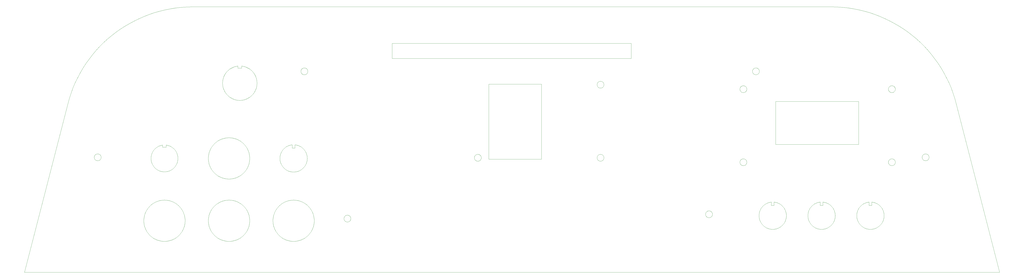
<source format=gbr>
G04 #@! TF.GenerationSoftware,KiCad,Pcbnew,(5.0.1)-3*
G04 #@! TF.CreationDate,2019-03-21T22:53:12+01:00*
G04 #@! TF.ProjectId,test2,74657374322E6B696361645F70636200,rev?*
G04 #@! TF.SameCoordinates,Original*
G04 #@! TF.FileFunction,Profile,NP*
%FSLAX46Y46*%
G04 Gerber Fmt 4.6, Leading zero omitted, Abs format (unit mm)*
G04 Created by KiCad (PCBNEW (5.0.1)-3) date 21/03/2019 22:53:12*
%MOMM*%
%LPD*%
G01*
G04 APERTURE LIST*
%ADD10C,0.100000*%
G04 APERTURE END LIST*
D10*
X373773926Y-279659740D02*
X373730348Y-279692425D01*
X373639448Y-279753578D02*
X373592173Y-279781966D01*
X374387805Y-278507313D02*
X374383122Y-278561786D01*
X374390632Y-278452488D02*
X374387805Y-278507313D01*
X373685514Y-279723717D02*
X373639448Y-279753578D01*
X374239276Y-279078407D02*
X374215698Y-279126376D01*
X373395446Y-279878256D02*
X373344819Y-279897870D01*
X373972181Y-279476836D02*
X373935225Y-279515881D01*
X374105831Y-279309540D02*
X374074590Y-279352951D01*
X374332669Y-278827487D02*
X374317333Y-278879014D01*
X373816226Y-279625703D02*
X373773926Y-279659740D01*
X374358165Y-278722700D02*
X374346288Y-278775369D01*
X373137920Y-279958497D02*
X373085328Y-279969196D01*
X374317333Y-278879014D02*
X374300303Y-278929909D01*
X374300303Y-278929909D02*
X374281601Y-278980133D01*
X374261251Y-279029646D02*
X374239276Y-279078407D01*
X374163830Y-279219781D02*
X374135585Y-279265136D01*
X373896899Y-279553734D02*
X373857225Y-279590354D01*
X374074590Y-279352951D02*
X374041886Y-279395332D01*
X373592173Y-279781966D02*
X373543951Y-279808713D01*
X373543951Y-279808713D02*
X373495058Y-279833677D01*
X374376605Y-278615869D02*
X374368279Y-278669520D01*
X374368279Y-278669520D02*
X374358165Y-278722700D01*
X374215698Y-279126376D02*
X374190542Y-279173515D01*
X374391579Y-278397353D02*
X374390632Y-278452488D01*
X374281601Y-278980133D02*
X374261251Y-279029646D01*
X374346288Y-278775369D02*
X374332669Y-278827487D01*
X374135585Y-279265136D02*
X374105831Y-279309540D01*
X374041886Y-279395332D02*
X374007742Y-279436640D01*
X374190542Y-279173515D02*
X374163830Y-279219781D01*
X373935225Y-279515881D02*
X373896899Y-279553734D01*
X373495058Y-279833677D02*
X373445541Y-279856858D01*
X373445541Y-279856858D02*
X373395446Y-279878256D01*
X373344819Y-279897870D02*
X373293707Y-279915702D01*
X373293707Y-279915702D02*
X373242156Y-279931750D01*
X373242156Y-279931750D02*
X373190211Y-279946015D01*
X373190211Y-279946015D02*
X373137920Y-279958497D01*
X373085328Y-279969196D02*
X373032482Y-279978112D01*
X373032482Y-279978112D02*
X372979427Y-279985244D01*
X374383122Y-278561786D02*
X374376605Y-278615869D01*
X374007742Y-279436640D02*
X373972181Y-279476836D01*
X373730348Y-279692425D02*
X373685514Y-279723717D01*
X373857225Y-279590354D02*
X373816226Y-279625703D01*
X373445541Y-276937848D02*
X373495058Y-276961029D01*
X373730348Y-277102281D02*
X373773926Y-277134966D01*
X374190542Y-277621191D02*
X374215698Y-277668329D01*
X374239276Y-277716299D02*
X374261251Y-277765060D01*
X373543951Y-276985993D02*
X373592173Y-277012740D01*
X374281601Y-277814573D02*
X374300303Y-277864797D01*
X374163830Y-277574924D02*
X374190542Y-277621191D01*
X373137920Y-276836208D02*
X373190211Y-276848690D01*
X373242156Y-276862955D02*
X373293707Y-276879004D01*
X374105831Y-277485166D02*
X374135585Y-277529569D01*
X374261251Y-277765060D02*
X374281601Y-277814573D01*
X373857225Y-277204351D02*
X373896899Y-277240972D01*
X374300303Y-277864797D02*
X374317333Y-277915692D01*
X373896899Y-277240972D02*
X373935225Y-277278824D01*
X374317333Y-277915692D02*
X374332669Y-277967219D01*
X374346288Y-278019336D02*
X374358165Y-278072006D01*
X374358165Y-278072006D02*
X374368279Y-278125186D01*
X373685514Y-277070988D02*
X373730348Y-277102281D01*
X374368279Y-278125186D02*
X374376605Y-278178837D01*
X374376605Y-278178837D02*
X374383122Y-278232920D01*
X373972181Y-277317869D02*
X374007742Y-277358066D01*
X373190211Y-276848690D02*
X373242156Y-276862955D01*
X374332669Y-277967219D02*
X374346288Y-278019336D01*
X374383122Y-278232920D02*
X374387805Y-278287393D01*
X373085328Y-276825509D02*
X373137920Y-276836208D01*
X373395446Y-276916450D02*
X373445541Y-276937848D01*
X373592173Y-277012740D02*
X373639448Y-277041128D01*
X373639448Y-277041128D02*
X373685514Y-277070988D01*
X373935225Y-277278824D02*
X373972181Y-277317869D01*
X373344819Y-276896835D02*
X373395446Y-276916450D01*
X373495058Y-276961029D02*
X373543951Y-276985993D01*
X373773926Y-277134966D02*
X373816226Y-277169002D01*
X374007742Y-277358066D02*
X374041886Y-277399374D01*
X373816226Y-277169002D02*
X373857225Y-277204351D01*
X374135585Y-277529569D02*
X374163830Y-277574924D01*
X374215698Y-277668329D02*
X374239276Y-277716299D01*
X373293707Y-276879004D02*
X373344819Y-276896835D01*
X374041886Y-277399374D02*
X374074590Y-277441754D01*
X374074590Y-277441754D02*
X374105831Y-277485166D01*
X374387805Y-278287393D02*
X374390632Y-278342217D01*
X374390632Y-278342217D02*
X374391579Y-278397353D01*
X374391579Y-278397353D02*
X374391579Y-278397353D01*
X378071370Y-234638472D02*
X378122482Y-234620640D01*
X378122482Y-234620640D02*
X378174033Y-234604592D01*
X378174033Y-234604592D02*
X378225978Y-234590327D01*
X378225978Y-234590327D02*
X378278269Y-234577845D01*
X378278269Y-234577845D02*
X378330861Y-234567146D01*
X378330861Y-234567146D02*
X378383707Y-234558230D01*
X377730675Y-234812625D02*
X377776741Y-234782764D01*
X377921131Y-234702665D02*
X377970648Y-234679484D01*
X377872238Y-234727629D02*
X377921131Y-234702665D01*
X377776741Y-234782764D02*
X377824015Y-234754376D01*
X377824015Y-234754376D02*
X377872238Y-234727629D01*
X377970648Y-234679484D02*
X378020743Y-234658086D01*
X378020743Y-234658086D02*
X378071370Y-234638472D01*
X378863138Y-234558230D02*
X378915984Y-234567146D01*
X378968576Y-234577845D02*
X379020867Y-234590327D01*
X378915984Y-234567146D02*
X378968576Y-234577845D01*
X379175475Y-234638472D02*
X379226102Y-234658086D01*
X378383707Y-234558230D02*
X378436762Y-234551098D01*
X378650135Y-234540399D02*
X378703536Y-234542182D01*
X378543309Y-234542182D02*
X378596710Y-234540399D01*
X378703536Y-234542182D02*
X378756867Y-234545748D01*
X378756867Y-234545748D02*
X378810083Y-234551098D01*
X379226102Y-234658086D02*
X379276197Y-234679484D01*
X378810083Y-234551098D02*
X378863138Y-234558230D01*
X379020867Y-234590327D02*
X379072812Y-234604592D01*
X378489978Y-234545748D02*
X378543309Y-234542182D01*
X379124363Y-234620640D02*
X379175475Y-234638472D01*
X379072812Y-234604592D02*
X379124363Y-234620640D01*
X378436762Y-234551098D02*
X378489978Y-234545748D01*
X378596710Y-234540399D02*
X378650135Y-234540399D01*
X248866251Y-277768431D02*
X248816734Y-277745250D01*
X249226464Y-277880769D02*
X249173872Y-277870070D01*
X249758741Y-277889685D02*
X249705686Y-277896817D01*
X249652470Y-277902167D02*
X249599139Y-277905733D01*
X249705686Y-277896817D02*
X249652470Y-277902167D01*
X250221317Y-277745250D02*
X250171800Y-277768431D01*
X249968415Y-277843323D02*
X249916470Y-277857588D01*
X250071078Y-277809443D02*
X250019966Y-277827275D01*
X249438912Y-277905733D02*
X249385581Y-277902167D01*
X248816734Y-277745250D02*
X248767841Y-277720286D01*
X248767841Y-277720286D02*
X248719618Y-277693539D01*
X248672344Y-277665151D02*
X248626278Y-277635290D01*
X248626278Y-277635290D02*
X248581444Y-277603998D01*
X250411773Y-277635290D02*
X250365707Y-277665151D01*
X249069636Y-277843323D02*
X249018085Y-277827275D01*
X249916470Y-277857588D02*
X249864179Y-277870070D01*
X248719618Y-277693539D02*
X248672344Y-277665151D01*
X249864179Y-277870070D02*
X249811587Y-277880769D01*
X249385581Y-277902167D02*
X249332365Y-277896817D01*
X250365707Y-277665151D02*
X250318432Y-277693539D01*
X250270210Y-277720286D02*
X250221317Y-277745250D01*
X250121705Y-277789829D02*
X250071078Y-277809443D01*
X249811587Y-277880769D02*
X249758741Y-277889685D01*
X249599139Y-277905733D02*
X249545738Y-277907516D01*
X249332365Y-277896817D02*
X249279310Y-277889685D01*
X249279310Y-277889685D02*
X249226464Y-277880769D01*
X249173872Y-277870070D02*
X249121581Y-277857588D01*
X250318432Y-277693539D02*
X250270210Y-277720286D01*
X249545738Y-277907516D02*
X249492313Y-277907516D01*
X249492313Y-277907516D02*
X249438912Y-277905733D01*
X249121581Y-277857588D02*
X249069636Y-277843323D01*
X249018085Y-277827275D02*
X248966973Y-277809443D01*
X250456607Y-277603998D02*
X250411773Y-277635290D01*
X250171800Y-277768431D02*
X250121705Y-277789829D01*
X250019966Y-277827275D02*
X249968415Y-277843323D01*
X248966973Y-277809443D02*
X248916346Y-277789829D01*
X248916346Y-277789829D02*
X248866251Y-277768431D01*
X146963736Y-240846119D02*
X146915012Y-240451089D01*
X146992853Y-241246284D02*
X146963736Y-240846119D01*
X136271752Y-249147698D02*
X136642050Y-249272379D01*
X146847137Y-240061731D02*
X146760570Y-239678581D01*
X143461760Y-248273479D02*
X143775095Y-248051864D01*
X134877833Y-248480149D02*
X135212200Y-248671391D01*
X146026041Y-245464819D02*
X146203545Y-245120420D01*
X146915012Y-240451089D02*
X146847137Y-240061731D01*
X146958404Y-242467607D02*
X146990439Y-242059876D01*
X146635645Y-244031484D02*
X146744505Y-243651542D01*
X146364654Y-244766408D02*
X146508858Y-244403268D01*
X144910494Y-247025658D02*
X145162303Y-246736593D01*
X140610239Y-249467700D02*
X140995435Y-249379208D01*
X141743734Y-249147698D02*
X142105816Y-249005650D01*
X146203545Y-245120420D02*
X146364654Y-244766408D01*
X145400273Y-246435492D02*
X145623894Y-246122840D01*
X140218361Y-249537370D02*
X140610239Y-249467700D01*
X139007743Y-249628609D02*
X139416602Y-249618310D01*
X138598885Y-249618310D02*
X139007743Y-249628609D01*
X136642050Y-249272379D02*
X137020052Y-249379208D01*
X139416602Y-249618310D02*
X139820311Y-249587735D01*
X140995435Y-249379208D02*
X141373437Y-249272379D01*
X146834925Y-243263925D02*
X146906395Y-242869119D01*
X144077147Y-247815790D02*
X144367405Y-247565741D01*
X135556316Y-248846720D02*
X135909671Y-249005650D01*
X142105816Y-249005650D02*
X142459170Y-248846720D01*
X138195175Y-249587735D02*
X138598885Y-249618310D01*
X142459170Y-248846720D02*
X142803287Y-248671391D01*
X139820311Y-249587735D02*
X140218361Y-249537370D01*
X144367405Y-247565741D02*
X144645358Y-247302203D01*
X143137654Y-248480149D02*
X143461760Y-248273479D01*
X137405248Y-249467700D02*
X137797126Y-249537370D01*
X146906395Y-242869119D02*
X146958404Y-242467607D01*
X146655766Y-239302175D02*
X146533182Y-238933049D01*
X146508858Y-244403268D02*
X146635645Y-244031484D01*
X147001906Y-241651049D02*
X146992853Y-241246284D01*
X146744505Y-243651542D02*
X146834925Y-243263925D01*
X143775095Y-248051864D02*
X144077147Y-247815790D01*
X145832653Y-245799120D02*
X146026041Y-245464819D01*
X137797126Y-249537370D02*
X138195175Y-249587735D01*
X145623894Y-246122840D02*
X145832653Y-245799120D01*
X142803287Y-248671391D02*
X143137654Y-248480149D01*
X141373437Y-249272379D02*
X141743734Y-249147698D01*
X135212200Y-248671391D02*
X135556316Y-248846720D01*
X137020052Y-249379208D02*
X137405248Y-249467700D01*
X135909671Y-249005650D02*
X136271752Y-249147698D01*
X145162303Y-246736593D02*
X145400273Y-246435492D01*
X146533182Y-238933049D02*
X146393275Y-238571740D01*
X146990439Y-242059876D02*
X147001906Y-241651049D01*
X146760570Y-239678581D02*
X146655766Y-239302175D01*
X144645358Y-247302203D02*
X144910494Y-247025658D01*
X164638560Y-270296426D02*
X164638560Y-271862254D01*
X134486025Y-235040901D02*
X134173870Y-235266587D01*
X143158839Y-273718751D02*
X143250854Y-274027909D01*
X136964308Y-233905175D02*
X136582051Y-234016089D01*
X143056657Y-273413381D02*
X143158839Y-273718751D01*
X134553726Y-248273479D02*
X134877833Y-248480149D01*
X134240391Y-248051864D02*
X134553726Y-248273479D01*
X133938339Y-247815790D02*
X134240391Y-248051864D01*
X133648081Y-247565741D02*
X133938339Y-247815790D01*
X133370129Y-247302203D02*
X133648081Y-247565741D01*
X132853183Y-246736593D02*
X133104992Y-247025658D01*
X133104992Y-247025658D02*
X133370129Y-247302203D01*
X134809564Y-234830002D02*
X134486025Y-235040901D01*
X132615213Y-246435492D02*
X132853183Y-246736593D01*
X132391592Y-246122840D02*
X132615213Y-246435492D01*
X132182833Y-245799120D02*
X132391592Y-246122840D01*
X143514469Y-275297613D02*
X143553568Y-275622106D01*
X131989445Y-245464819D02*
X132182833Y-245799120D01*
X131811941Y-245120420D02*
X131989445Y-245464819D01*
X131650832Y-244766408D02*
X131811941Y-245120420D01*
X131506628Y-244403268D02*
X131650832Y-244766408D01*
X131013580Y-241651049D02*
X131025046Y-242059876D01*
X131952167Y-237874716D02*
X131778985Y-238218783D01*
X138158378Y-233685825D02*
X137752929Y-233739507D01*
X143581667Y-275948945D02*
X143598629Y-276277890D01*
X131379840Y-244031484D02*
X131506628Y-244403268D01*
X132565604Y-236901209D02*
X132345934Y-237215392D01*
X135843926Y-234291393D02*
X135488972Y-234454712D01*
X143332563Y-274340615D02*
X143403828Y-274656627D01*
X131025046Y-242059876D02*
X131057082Y-242467607D01*
X133310283Y-236027006D02*
X133048236Y-236306480D01*
X131622212Y-238571740D02*
X131482305Y-238933049D01*
X131270981Y-243651542D02*
X131379840Y-244031484D01*
X131359721Y-239302175D02*
X131254916Y-239678581D01*
X133048236Y-236306480D02*
X132799857Y-236598059D01*
X131168349Y-240061731D02*
X131100475Y-240451089D01*
X136208438Y-234145007D02*
X135843926Y-234291393D01*
X136582051Y-234016089D02*
X136208438Y-234145007D01*
X143403828Y-274656627D02*
X143464509Y-274975707D01*
X137354753Y-233812802D02*
X136964308Y-233905175D01*
X131482305Y-238933049D02*
X131359721Y-239302175D01*
X131180561Y-243263925D02*
X131270981Y-243651542D01*
X131109091Y-242869119D02*
X131180561Y-243263925D01*
X131100475Y-240451089D02*
X131051751Y-240846119D01*
X133585542Y-235760176D02*
X133310283Y-236027006D01*
X131057082Y-242467607D02*
X131109091Y-242869119D01*
X143250854Y-274027909D02*
X143332563Y-274340615D01*
X131022633Y-241246284D02*
X131013580Y-241651049D01*
X132345934Y-237215392D02*
X132141303Y-237540073D01*
X133873557Y-235506524D02*
X133585542Y-235760176D01*
X142944446Y-273112038D02*
X143056657Y-273413381D01*
X137752929Y-233739507D02*
X137354753Y-233812802D01*
X143598629Y-276277890D02*
X143604313Y-276608701D01*
X131051751Y-240846119D02*
X131022633Y-241246284D01*
X132141303Y-237540073D02*
X131952167Y-237874716D01*
X131254916Y-239678581D02*
X131168349Y-240061731D01*
X131778985Y-238218783D02*
X131622212Y-238571740D01*
X132799857Y-236598059D02*
X132565604Y-236901209D01*
X134173870Y-235266587D02*
X133873557Y-235506524D01*
X143553568Y-275622106D02*
X143581667Y-275948945D01*
X135488972Y-234454712D02*
X135144032Y-234634427D01*
X142822346Y-272814964D02*
X142944446Y-273112038D01*
X135144032Y-234634427D02*
X134809564Y-234830002D01*
X143464509Y-274975707D02*
X143514469Y-275297613D01*
X138225209Y-267990800D02*
X138518565Y-268140584D01*
X136082390Y-267241883D02*
X136396137Y-267316775D01*
X135766841Y-267177690D02*
X136082390Y-267241883D01*
X126935034Y-270131833D02*
X127156766Y-269897567D01*
X128386024Y-268838310D02*
X128655025Y-268650556D01*
X125954610Y-271402026D02*
X126133135Y-271135607D01*
X126320578Y-270875138D02*
X126516802Y-270620859D01*
X139091546Y-268471394D02*
X139367940Y-268650556D01*
X134492159Y-267027907D02*
X134812147Y-267049304D01*
X133210818Y-267049304D02*
X133530806Y-267027907D01*
X137928109Y-267851716D02*
X138225209Y-267990800D01*
X129504400Y-268140584D02*
X129797756Y-267990800D01*
X132891523Y-267081401D02*
X133210818Y-267049304D01*
X129797756Y-267990800D02*
X130094856Y-267851716D01*
X131940575Y-267241883D02*
X132256124Y-267177690D01*
X137017109Y-267498655D02*
X137323781Y-267605643D01*
X131626828Y-267316775D02*
X131940575Y-267241883D01*
X131005856Y-267498655D02*
X131315163Y-267402365D01*
X127870755Y-269238637D02*
X128124555Y-269034417D01*
X142690495Y-272522399D02*
X142822346Y-272814964D01*
X142549032Y-272234582D02*
X142690495Y-272522399D01*
X142398095Y-271951754D02*
X142549032Y-272234582D01*
X140152210Y-269238637D02*
X140398200Y-269450729D01*
X130699184Y-267605643D02*
X131005856Y-267498655D01*
X142237823Y-271674155D02*
X142398095Y-271951754D01*
X142068356Y-271402026D02*
X142237823Y-271674155D01*
X141506163Y-270620859D02*
X141702387Y-270875138D01*
X126721667Y-270373011D02*
X126935034Y-270131833D01*
X139898410Y-269034417D02*
X140152210Y-269238637D01*
X138807897Y-268301066D02*
X139091546Y-268471394D01*
X137627540Y-267723330D02*
X137928109Y-267851716D01*
X136707802Y-267402365D02*
X137017109Y-267498655D01*
X136396137Y-267316775D02*
X136707802Y-267402365D01*
X129215067Y-268301066D02*
X129504400Y-268140584D01*
X134171754Y-267017208D02*
X134492159Y-267027907D01*
X128655025Y-268650556D02*
X128931419Y-268471394D01*
X132573200Y-267124196D02*
X132891523Y-267081401D01*
X130395425Y-267723330D02*
X130699184Y-267605643D01*
X133530806Y-267027907D02*
X133851211Y-267017208D01*
X141889831Y-271135607D02*
X142068356Y-271402026D01*
X141702387Y-270875138D02*
X141889831Y-271135607D01*
X141301298Y-270373011D02*
X141506163Y-270620859D01*
X134812147Y-267049304D02*
X135131442Y-267081401D01*
X127156766Y-269897567D02*
X127386722Y-269670452D01*
X138518565Y-268140584D02*
X138807897Y-268301066D01*
X132256124Y-267177690D02*
X132573200Y-267124196D01*
X141087931Y-270131833D02*
X141301298Y-270373011D01*
X140866199Y-269897567D02*
X141087931Y-270131833D01*
X127386722Y-269670452D02*
X127624765Y-269450729D01*
X140636243Y-269670452D02*
X140866199Y-269897567D01*
X135449765Y-267124196D02*
X135766841Y-267177690D01*
X133851211Y-267017208D02*
X134171754Y-267017208D01*
X140398200Y-269450729D02*
X140636243Y-269670452D01*
X128124555Y-269034417D02*
X128386024Y-268838310D01*
X137323781Y-267605643D02*
X137627540Y-267723330D01*
X127624765Y-269450729D02*
X127870755Y-269238637D01*
X128931419Y-268471394D02*
X129215067Y-268301066D01*
X126133135Y-271135607D02*
X126320578Y-270875138D01*
X139636941Y-268838310D02*
X139898410Y-269034417D01*
X139367940Y-268650556D02*
X139636941Y-268838310D01*
X130094856Y-267851716D02*
X130395425Y-267723330D01*
X135131442Y-267081401D02*
X135449765Y-267124196D01*
X131315163Y-267402365D02*
X131626828Y-267316775D01*
X126516802Y-270620859D02*
X126721667Y-270373011D01*
X130094856Y-285365686D02*
X129797756Y-285226602D01*
X124966309Y-273413381D02*
X125078519Y-273112038D01*
X124864127Y-273718751D02*
X124966309Y-273413381D01*
X124619138Y-274656627D02*
X124690403Y-274340615D01*
X131626828Y-285900627D02*
X131315163Y-285815037D01*
X124469398Y-275622106D02*
X124508497Y-275297613D01*
X128931419Y-284746008D02*
X128655025Y-284566846D01*
X124441299Y-277268457D02*
X124424337Y-276939512D01*
X126516802Y-282596543D02*
X126320578Y-282342264D01*
X124558456Y-274975707D02*
X124619138Y-274656627D01*
X124772112Y-274027909D02*
X124864127Y-273718751D01*
X124441299Y-275948945D02*
X124469398Y-275622106D01*
X124424337Y-276277890D02*
X124441299Y-275948945D01*
X133530806Y-286189495D02*
X133210818Y-286168098D01*
X124469398Y-277595296D02*
X124441299Y-277268457D01*
X124619138Y-278560775D02*
X124558456Y-278241695D01*
X127624765Y-283766674D02*
X127386722Y-283546950D01*
X124772112Y-279189493D02*
X124690403Y-278876788D01*
X124864127Y-279498651D02*
X124772112Y-279189493D01*
X125200619Y-280402438D02*
X125078519Y-280105364D01*
X125785142Y-281543247D02*
X125624870Y-281265649D01*
X132573200Y-286093206D02*
X132256124Y-286039712D01*
X130395425Y-285494072D02*
X130094856Y-285365686D01*
X126133135Y-282081795D02*
X125954610Y-281815376D01*
X127156766Y-283319835D02*
X126935034Y-283085569D01*
X132256124Y-286039712D02*
X131940575Y-285975519D01*
X126320578Y-282342264D02*
X126133135Y-282081795D01*
X131315163Y-285815037D02*
X131005856Y-285718747D01*
X128386024Y-284379092D02*
X128124555Y-284182985D01*
X124508497Y-275297613D02*
X124558456Y-274975707D01*
X124508497Y-277919789D02*
X124469398Y-277595296D01*
X129797756Y-285226602D02*
X129504400Y-285076818D01*
X124690403Y-278876788D02*
X124619138Y-278560775D01*
X133210818Y-286168098D02*
X132891523Y-286136001D01*
X134171754Y-286200194D02*
X133851211Y-286200194D01*
X131940575Y-285975519D02*
X131626828Y-285900627D01*
X125078519Y-280105364D02*
X124966309Y-279804022D01*
X128124555Y-284182985D02*
X127870755Y-283978765D01*
X129215067Y-284916336D02*
X128931419Y-284746008D01*
X125473934Y-280982821D02*
X125332470Y-280695004D01*
X129504400Y-285076818D02*
X129215067Y-284916336D01*
X125332470Y-280695004D02*
X125200619Y-280402438D01*
X124418652Y-276608701D02*
X124424337Y-276277890D01*
X124424337Y-276939512D02*
X124418652Y-276608701D01*
X125954610Y-281815376D02*
X125785142Y-281543247D01*
X125624870Y-281265649D02*
X125473934Y-280982821D01*
X128655025Y-284566846D02*
X128386024Y-284379092D01*
X124558456Y-278241695D02*
X124508497Y-277919789D01*
X124966309Y-279804022D02*
X124864127Y-279498651D01*
X131005856Y-285718747D02*
X130699184Y-285611759D01*
X132891523Y-286136001D02*
X132573200Y-286093206D01*
X125785142Y-271674155D02*
X125954610Y-271402026D01*
X126935034Y-283085569D02*
X126721667Y-282844392D01*
X125624870Y-271951754D02*
X125785142Y-271674155D01*
X130699184Y-285611759D02*
X130395425Y-285494072D01*
X125473934Y-272234582D02*
X125624870Y-271951754D01*
X125332470Y-272522399D02*
X125473934Y-272234582D01*
X126721667Y-282844392D02*
X126516802Y-282596543D01*
X133851211Y-286200194D02*
X133530806Y-286189495D01*
X127386722Y-283546950D02*
X127156766Y-283319835D01*
X125200619Y-272814964D02*
X125332470Y-272522399D01*
X125078519Y-273112038D02*
X125200619Y-272814964D01*
X124690403Y-274340615D02*
X124772112Y-274027909D01*
X127870755Y-283978765D02*
X127624765Y-283766674D01*
X135449765Y-286093206D02*
X135131442Y-286136001D01*
X135766841Y-286039712D02*
X135449765Y-286093206D01*
X137928109Y-285365686D02*
X137627540Y-285494072D01*
X136082390Y-285975519D02*
X135766841Y-286039712D01*
X138225209Y-285226602D02*
X137928109Y-285365686D01*
X136396137Y-285900627D02*
X136082390Y-285975519D01*
X137017109Y-285718747D02*
X136707802Y-285815037D01*
X139898410Y-284182985D02*
X139636941Y-284379092D01*
X143158839Y-279498651D02*
X143056657Y-279804022D01*
X165892457Y-270554195D02*
X165588315Y-270467157D01*
X139367940Y-284566846D02*
X139091546Y-284746008D01*
X140152210Y-283978765D02*
X139898410Y-284182985D01*
X166189768Y-270655586D02*
X165892457Y-270554195D01*
X168706868Y-272365169D02*
X168497946Y-272143686D01*
X167037069Y-271041618D02*
X166762439Y-270899724D01*
X140866199Y-283319835D02*
X140636243Y-283546950D01*
X143514469Y-277919789D02*
X143464509Y-278241695D01*
X167303407Y-271196161D02*
X167037069Y-271041618D01*
X167809748Y-271541487D02*
X167561088Y-271362926D01*
X141301298Y-282844392D02*
X141087931Y-283085569D01*
X141506163Y-282596543D02*
X141301298Y-282844392D01*
X142068356Y-281815376D02*
X141889831Y-282081795D01*
X142690495Y-280695004D02*
X142549032Y-280982821D01*
X168049021Y-271731418D02*
X167809748Y-271541487D01*
X143403828Y-278560775D02*
X143332563Y-278876788D01*
X142944446Y-280105364D02*
X142822346Y-280402438D01*
X143056657Y-279804022D02*
X142944446Y-280105364D01*
X173581877Y-305587014D02*
X173581877Y-305587014D01*
X143598629Y-276939512D02*
X143581667Y-277268457D01*
X137323781Y-285611759D02*
X137017109Y-285718747D01*
X137627540Y-285494072D02*
X137323781Y-285611759D01*
X139091546Y-284746008D02*
X138807897Y-284916336D01*
X140398200Y-283766674D02*
X140152210Y-283978765D01*
X141087931Y-283085569D02*
X140866199Y-283319835D01*
X143581667Y-277268457D02*
X143553568Y-277595296D01*
X164961002Y-270337846D02*
X164638560Y-270296426D01*
X166479884Y-270770905D02*
X166189768Y-270655586D01*
X168278543Y-271932293D02*
X168049021Y-271731418D01*
X165588315Y-270467157D02*
X165277708Y-270394899D01*
X141889831Y-282081795D02*
X141702387Y-282342264D01*
X142398095Y-281265649D02*
X142237823Y-281543247D01*
X142237823Y-281543247D02*
X142068356Y-281815376D01*
X142549032Y-280982821D02*
X142398095Y-281265649D01*
X142822346Y-280402438D02*
X142690495Y-280695004D01*
X163339533Y-271862254D02*
X164638560Y-271862254D01*
X166762439Y-270899724D02*
X166479884Y-270770905D01*
X143604313Y-276608701D02*
X143598629Y-276939512D01*
X140636243Y-283546950D02*
X140398200Y-283766674D01*
X139636941Y-284379092D02*
X139367940Y-284566846D01*
X138518565Y-285076818D02*
X138225209Y-285226602D01*
X141702387Y-282342264D02*
X141506163Y-282596543D01*
X165277708Y-270394899D02*
X164961002Y-270337846D01*
X143332563Y-278876788D02*
X143250854Y-279189493D01*
X134492159Y-286189495D02*
X134171754Y-286200194D01*
X134812147Y-286168098D02*
X134492159Y-286189495D01*
X136707802Y-285815037D02*
X136396137Y-285900627D01*
X163339533Y-271862254D02*
X163339533Y-270296426D01*
X143250854Y-279189493D02*
X143158839Y-279498651D01*
X135131442Y-286136001D02*
X134812147Y-286168098D01*
X143464509Y-278241695D02*
X143403828Y-278560775D01*
X168497946Y-272143686D02*
X168278543Y-271932293D01*
X138807897Y-284916336D02*
X138518565Y-285076818D01*
X167561088Y-271362926D02*
X167303407Y-271196161D01*
X143553568Y-277595296D02*
X143514469Y-277919789D01*
X159299170Y-280882523D02*
X159509656Y-281102521D01*
X170302763Y-275968842D02*
X170263349Y-275654956D01*
X170204136Y-277890797D02*
X170260382Y-277576895D01*
X159730350Y-281312180D02*
X159960845Y-281511115D01*
X169563986Y-279640994D02*
X169704676Y-279367086D01*
X161814570Y-282570892D02*
X162108828Y-282670112D01*
X169410646Y-279906884D02*
X169563986Y-279640994D01*
X160972702Y-282191874D02*
X161246101Y-282331386D01*
X168017249Y-281511115D02*
X168247745Y-281312180D01*
X161526859Y-282457854D02*
X161814570Y-282570892D01*
X170046778Y-278501116D02*
X170132800Y-278198999D01*
X169946479Y-278796761D02*
X170046778Y-278501116D01*
X159509656Y-281102521D02*
X159730350Y-281312180D01*
X163664060Y-282945420D02*
X163989047Y-282953617D01*
X168904941Y-272596318D02*
X168706868Y-272365169D01*
X168468439Y-281102521D02*
X168678924Y-280882523D01*
X168247745Y-281312180D02*
X168468439Y-281102521D01*
X167005392Y-282191874D02*
X167271024Y-282039704D01*
X169832309Y-279085546D02*
X169946479Y-278796761D01*
X168678924Y-280882523D02*
X168878795Y-280652574D01*
X160707071Y-282039704D02*
X160972702Y-282191874D01*
X163026805Y-282881001D02*
X163343177Y-282921085D01*
X170263349Y-275654956D02*
X170208705Y-275345621D01*
X162409224Y-282755127D02*
X162715352Y-282825553D01*
X164951289Y-282881001D02*
X165262743Y-282825553D01*
X169091802Y-272836706D02*
X168904941Y-272596318D01*
X170301129Y-277257681D02*
X170325970Y-276933541D01*
X169267085Y-273085906D02*
X169091802Y-272836706D01*
X169430424Y-273343493D02*
X169267085Y-273085906D01*
X169719811Y-273882121D02*
X169581454Y-273609040D01*
X170334439Y-276608560D02*
X170326581Y-276286852D01*
X165262743Y-282825553D02*
X165568871Y-282755127D01*
X170132800Y-278198999D02*
X170204136Y-277890797D01*
X169245062Y-280164368D02*
X169410646Y-279906884D01*
X169067643Y-280413060D02*
X169245062Y-280164368D01*
X161246101Y-282331386D02*
X161526859Y-282457854D01*
X169581454Y-273609040D02*
X169430424Y-273343493D01*
X169845129Y-274162310D02*
X169719811Y-273882121D01*
X169957042Y-274449181D02*
X169845129Y-274162310D01*
X170055186Y-274742307D02*
X169957042Y-274449181D01*
X169704676Y-279367086D02*
X169832309Y-279085546D01*
X167777359Y-281698938D02*
X168017249Y-281511115D01*
X165869267Y-282670112D02*
X166163524Y-282570892D01*
X166731994Y-282331386D02*
X167005392Y-282191874D01*
X160449613Y-281875263D02*
X160707071Y-282039704D01*
X167528482Y-281875263D02*
X167777359Y-281698938D01*
X167271024Y-282039704D02*
X167528482Y-281875263D01*
X166163524Y-282570892D02*
X166451236Y-282457854D01*
X162715352Y-282825553D02*
X163026805Y-282881001D01*
X170208705Y-275345621D02*
X170139196Y-275041262D01*
X170260382Y-277576895D02*
X170301129Y-277257681D01*
X160200735Y-281698938D02*
X160449613Y-281875263D01*
X164634918Y-282921085D02*
X164951289Y-282881001D01*
X168878795Y-280652574D02*
X169067643Y-280413060D01*
X170325970Y-276933541D02*
X170334439Y-276608560D01*
X170139196Y-275041262D02*
X170055186Y-274742307D01*
X170326581Y-276286852D02*
X170302763Y-275968842D01*
X166451236Y-282457854D02*
X166731994Y-282331386D01*
X164314035Y-282945420D02*
X164634918Y-282921085D01*
X165568871Y-282755127D02*
X165869267Y-282670112D01*
X163989047Y-282953617D02*
X164314035Y-282945420D01*
X163343177Y-282921085D02*
X163664060Y-282945420D01*
X162108828Y-282670112D02*
X162409224Y-282755127D01*
X159960845Y-281511115D02*
X160200735Y-281698938D01*
X157714745Y-275654956D02*
X157675331Y-275968842D01*
X158132965Y-274162310D02*
X158021052Y-274449181D01*
X173260503Y-303115577D02*
X173374430Y-303593361D01*
X162700386Y-270394899D02*
X162389779Y-270467157D01*
X173123076Y-302647371D02*
X173260503Y-303115577D01*
X158886292Y-272836706D02*
X158711010Y-273085906D01*
X160941026Y-271041618D02*
X160674688Y-271196161D01*
X158733032Y-280164368D02*
X158910451Y-280413060D01*
X172351626Y-300883585D02*
X172576424Y-301306850D01*
X171257212Y-299326081D02*
X171558773Y-299693797D01*
X158567449Y-279906884D02*
X158733032Y-280164368D01*
X157675331Y-275968842D02*
X157651513Y-276286852D01*
X143604313Y-305587014D02*
X143604313Y-305587014D01*
X170938117Y-298973908D02*
X171257212Y-299326081D01*
X169882264Y-298017288D02*
X170249980Y-298318849D01*
X158273418Y-279367086D02*
X158414108Y-279640994D01*
X159929073Y-271731418D02*
X159699552Y-271932293D01*
X161498210Y-270770905D02*
X161215655Y-270899724D01*
X173529132Y-304575009D02*
X173568581Y-305077549D01*
X158031615Y-278796761D02*
X158145785Y-279085546D01*
X157931316Y-278501116D02*
X158031615Y-278796761D01*
X157773958Y-277890797D02*
X157845294Y-278198999D01*
X157717712Y-277576895D02*
X157773958Y-277890797D01*
X158547670Y-273343493D02*
X158396640Y-273609040D01*
X158711010Y-273085906D02*
X158547670Y-273343493D01*
X157838898Y-275041262D02*
X157769389Y-275345621D01*
X159073153Y-272596318D02*
X158886292Y-272836706D01*
X163017092Y-270337846D02*
X162700386Y-270394899D01*
X157652123Y-276933541D02*
X157676965Y-277257681D01*
X157922908Y-274742307D02*
X157838898Y-275041262D01*
X158021052Y-274449181D02*
X157922908Y-274742307D01*
X159271227Y-272365169D02*
X159073153Y-272596318D01*
X173464194Y-304080059D02*
X173529132Y-304575009D01*
X158258283Y-273882121D02*
X158132965Y-274162310D01*
X160674688Y-271196161D02*
X160417006Y-271362926D01*
X173374430Y-303593361D02*
X173464194Y-304080059D01*
X170602153Y-298637944D02*
X170938117Y-298973908D01*
X172106643Y-300473212D02*
X172351626Y-300883585D01*
X171558773Y-299693797D02*
X171842137Y-300076396D01*
X159699552Y-271932293D02*
X159480148Y-272143686D01*
X159099299Y-280652574D02*
X159299170Y-280882523D01*
X158910451Y-280413060D02*
X159099299Y-280652574D01*
X162389779Y-270467157D02*
X162085637Y-270554195D01*
X172576424Y-301306850D02*
X172780373Y-301742345D01*
X160168346Y-271541487D02*
X159929073Y-271731418D01*
X170249980Y-298318849D02*
X170602153Y-298637944D01*
X158145785Y-279085546D02*
X158273418Y-279367086D01*
X157676965Y-277257681D02*
X157717712Y-277576895D01*
X162085637Y-270554195D02*
X161788326Y-270655586D01*
X158396640Y-273609040D02*
X158258283Y-273882121D01*
X172962811Y-302189406D02*
X173123076Y-302647371D01*
X171842137Y-300076396D02*
X172106643Y-300473212D01*
X159480148Y-272143686D02*
X159271227Y-272365169D01*
X161215655Y-270899724D02*
X160941026Y-271041618D01*
X161788326Y-270655586D02*
X161498210Y-270770905D01*
X173568581Y-305077549D02*
X173581877Y-305587014D01*
X160417006Y-271362926D02*
X160168346Y-271541487D01*
X158414108Y-279640994D02*
X158567449Y-279906884D01*
X157845294Y-278198999D02*
X157931316Y-278501116D01*
X157643655Y-276608560D02*
X157652123Y-276933541D01*
X157769389Y-275345621D02*
X157714745Y-275654956D01*
X172780373Y-301742345D02*
X172962811Y-302189406D01*
X157651513Y-276286852D02*
X157643655Y-276608560D01*
X163339533Y-270296426D02*
X163017092Y-270337846D01*
X160591439Y-296613250D02*
X161049405Y-296452986D01*
X154596702Y-307539087D02*
X154536020Y-307220008D01*
X156419321Y-299693797D02*
X156720882Y-299326081D01*
X154409513Y-305077549D02*
X154448962Y-304575009D01*
X155451498Y-309961133D02*
X155310034Y-309673316D01*
X155762706Y-310521560D02*
X155602434Y-310243961D01*
X155626468Y-300883585D02*
X155871451Y-300473212D01*
X156298142Y-311320577D02*
X156110699Y-311060108D01*
X156135957Y-300076396D02*
X156419321Y-299693797D01*
X155932174Y-310793689D02*
X155762706Y-310521560D01*
X167833716Y-296795688D02*
X168269211Y-296999638D01*
X166460484Y-296315559D02*
X166928690Y-296452986D01*
X166928690Y-296452986D02*
X167386655Y-296613250D01*
X158478429Y-297733924D02*
X158875246Y-297469418D01*
X165982700Y-296201632D02*
X166460484Y-296315559D01*
X154603664Y-303593361D02*
X154717591Y-303115577D01*
X158875246Y-297469418D02*
X159285618Y-297224435D01*
X155401670Y-301306850D02*
X155626468Y-300883585D01*
X154446962Y-306573608D02*
X154418863Y-306246769D01*
X155056083Y-309083677D02*
X154943873Y-308782334D01*
X156494366Y-311574856D02*
X156298142Y-311320577D01*
X157728114Y-298318849D02*
X158095831Y-298017288D01*
X157039977Y-298973908D02*
X157375942Y-298637944D01*
X155197721Y-301742345D02*
X155401670Y-301306850D01*
X154943873Y-308782334D02*
X154841691Y-308476964D01*
X163989047Y-295994184D02*
X164498513Y-296007481D01*
X159285618Y-297224435D02*
X159708883Y-296999638D01*
X162482093Y-296111868D02*
X162977043Y-296046930D01*
X154401901Y-305917824D02*
X154396216Y-305587014D01*
X155871451Y-300473212D02*
X156135957Y-300076396D01*
X154855018Y-302647371D02*
X155015283Y-302189406D01*
X154513900Y-304080059D02*
X154603664Y-303593361D01*
X154448962Y-304575009D02*
X154513900Y-304080059D01*
X154396216Y-305587014D02*
X154409513Y-305077549D01*
X154667967Y-307855100D02*
X154596702Y-307539087D01*
X156110699Y-311060108D02*
X155932174Y-310793689D01*
X154841691Y-308476964D02*
X154749676Y-308167806D01*
X155310034Y-309673316D02*
X155178183Y-309380751D01*
X169499665Y-297733924D02*
X169882264Y-298017288D01*
X169102849Y-297469418D02*
X169499665Y-297733924D01*
X154418863Y-306246769D02*
X154401901Y-305917824D01*
X159708883Y-296999638D02*
X160144378Y-296795688D01*
X168692476Y-297224435D02*
X169102849Y-297469418D01*
X163479582Y-296007481D02*
X163989047Y-295994184D01*
X168269211Y-296999638D02*
X168692476Y-297224435D01*
X155015283Y-302189406D02*
X155197721Y-301742345D01*
X167386655Y-296613250D02*
X167833716Y-296795688D01*
X154486061Y-306898101D02*
X154446962Y-306573608D01*
X157375942Y-298637944D02*
X157728114Y-298318849D01*
X154536020Y-307220008D02*
X154486061Y-306898101D01*
X165496002Y-296111868D02*
X165982700Y-296201632D01*
X165001052Y-296046930D02*
X165496002Y-296111868D01*
X164498513Y-296007481D02*
X165001052Y-296046930D01*
X160144378Y-296795688D02*
X160591439Y-296613250D01*
X154749676Y-308167806D02*
X154667967Y-307855100D01*
X154717591Y-303115577D02*
X154855018Y-302647371D01*
X155178183Y-309380751D02*
X155056083Y-309083677D01*
X161049405Y-296452986D02*
X161517610Y-296315559D01*
X162977043Y-296046930D02*
X163479582Y-296007481D01*
X161995394Y-296201632D02*
X162482093Y-296111868D01*
X161517610Y-296315559D02*
X161995394Y-296201632D01*
X158095831Y-298017288D02*
X158478429Y-297733924D01*
X156720882Y-299326081D02*
X157039977Y-298973908D01*
X155602434Y-310243961D02*
X155451498Y-309961133D01*
X158632589Y-313545159D02*
X158363588Y-313357405D01*
X159192631Y-313894649D02*
X158908983Y-313724321D01*
X165109006Y-315114314D02*
X164789712Y-315146411D01*
X161918139Y-314953832D02*
X161604393Y-314878940D01*
X165427330Y-315071519D02*
X165109006Y-315114314D01*
X162869088Y-315114314D02*
X162550764Y-315071519D01*
X171278863Y-311822704D02*
X171065495Y-312063882D01*
X159481964Y-314055131D02*
X159192631Y-313894649D01*
X166685367Y-314793350D02*
X166373701Y-314878940D01*
X167905674Y-314343999D02*
X167605105Y-314472385D01*
X159775320Y-314204915D02*
X159481964Y-314055131D01*
X160676748Y-314590072D02*
X160372989Y-314472385D01*
X163188382Y-315146411D02*
X162869088Y-315114314D01*
X168202774Y-314204915D02*
X167905674Y-314343999D01*
X170129775Y-312957078D02*
X169875975Y-313161298D01*
X172668060Y-309673316D02*
X172526596Y-309961133D01*
X172215388Y-310521560D02*
X172045920Y-310793689D01*
X160372989Y-314472385D02*
X160072420Y-314343999D01*
X164149319Y-315178507D02*
X163828775Y-315178507D01*
X161292727Y-314793350D02*
X160983420Y-314697060D01*
X172799911Y-309380751D02*
X172668060Y-309673316D01*
X173136403Y-308476964D02*
X173034221Y-308782334D01*
X161604393Y-314878940D02*
X161292727Y-314793350D01*
X162233688Y-315018025D02*
X161918139Y-314953832D01*
X169614506Y-313357405D02*
X169345505Y-313545159D01*
X173034221Y-308782334D02*
X172922011Y-309083677D01*
X172526596Y-309961133D02*
X172375660Y-310243961D01*
X163508371Y-315167808D02*
X163188382Y-315146411D01*
X170843764Y-312298148D02*
X170613808Y-312525263D01*
X164469723Y-315167808D02*
X164149319Y-315178507D01*
X164789712Y-315146411D02*
X164469723Y-315167808D01*
X166994674Y-314697060D02*
X166685367Y-314793350D01*
X172045920Y-310793689D02*
X171867395Y-311060108D01*
X167605105Y-314472385D02*
X167301346Y-314590072D01*
X171867395Y-311060108D02*
X171679952Y-311320577D01*
X172922011Y-309083677D02*
X172799911Y-309380751D01*
X168496130Y-314055131D02*
X168202774Y-314204915D01*
X170613808Y-312525263D02*
X170375765Y-312744987D01*
X171483728Y-311574856D02*
X171278863Y-311822704D01*
X156699231Y-311822704D02*
X156494366Y-311574856D01*
X156912598Y-312063882D02*
X156699231Y-311822704D01*
X157134330Y-312298148D02*
X156912598Y-312063882D01*
X158908983Y-313724321D02*
X158632589Y-313545159D01*
X166373701Y-314878940D02*
X166059955Y-314953832D01*
X162550764Y-315071519D02*
X162233688Y-315018025D01*
X168785462Y-313894649D02*
X168496130Y-314055131D01*
X171065495Y-312063882D02*
X170843764Y-312298148D01*
X157364286Y-312525263D02*
X157134330Y-312298148D01*
X157602329Y-312744987D02*
X157364286Y-312525263D01*
X160072420Y-314343999D02*
X159775320Y-314204915D01*
X165744406Y-315018025D02*
X165427330Y-315071519D01*
X167301346Y-314590072D02*
X166994674Y-314697060D01*
X169345505Y-313545159D02*
X169069111Y-313724321D01*
X172375660Y-310243961D02*
X172215388Y-310521560D01*
X157848319Y-312957078D02*
X157602329Y-312744987D01*
X163828775Y-315178507D02*
X163508371Y-315167808D01*
X171679952Y-311320577D02*
X171483728Y-311574856D01*
X169069111Y-313724321D02*
X168785462Y-313894649D01*
X160983420Y-314697060D02*
X160676748Y-314590072D01*
X169875975Y-313161298D02*
X169614506Y-313357405D01*
X158102119Y-313161298D02*
X157848319Y-312957078D01*
X166059955Y-314953832D02*
X165744406Y-315018025D01*
X158363588Y-313357405D02*
X158102119Y-313161298D01*
X170375765Y-312744987D02*
X170129775Y-312957078D01*
X131626828Y-296295088D02*
X131940575Y-296220196D01*
X134171754Y-295995521D02*
X134492159Y-296006220D01*
X143332563Y-303318927D02*
X143403828Y-303634940D01*
X139898410Y-298012730D02*
X140152210Y-298216950D01*
X142822346Y-301793276D02*
X142944446Y-302090351D01*
X141301298Y-299351323D02*
X141506163Y-299599171D01*
X139091546Y-297449707D02*
X139367940Y-297628869D01*
X173228418Y-308167806D02*
X173136403Y-308476964D01*
X173310127Y-307855100D02*
X173228418Y-308167806D01*
X173381392Y-307539087D02*
X173310127Y-307855100D01*
X173442074Y-307220008D02*
X173381392Y-307539087D01*
X173492033Y-306898101D02*
X173442074Y-307220008D01*
X143598629Y-305256203D02*
X143604313Y-305587014D01*
X173531132Y-306573608D02*
X173492033Y-306898101D01*
X173576193Y-305917824D02*
X173559231Y-306246769D01*
X173581877Y-305587014D02*
X173576193Y-305917824D01*
X142068356Y-300380339D02*
X142237823Y-300652468D01*
X143514469Y-304275926D02*
X143553568Y-304600419D01*
X140866199Y-298875879D02*
X141087931Y-299110146D01*
X143056657Y-302391693D02*
X143158839Y-302697063D01*
X135766841Y-296156003D02*
X136082390Y-296220196D01*
X135449765Y-296102509D02*
X135766841Y-296156003D01*
X134492159Y-296006220D02*
X134812147Y-296027617D01*
X142944446Y-302090351D02*
X143056657Y-302391693D01*
X137323781Y-296583956D02*
X137627540Y-296701643D01*
X142690495Y-301500711D02*
X142822346Y-301793276D01*
X139636941Y-297816623D02*
X139898410Y-298012730D01*
X135131442Y-296059714D02*
X135449765Y-296102509D01*
X143464509Y-303954020D02*
X143514469Y-304275926D01*
X142549032Y-301212894D02*
X142690495Y-301500711D01*
X137627540Y-296701643D02*
X137928109Y-296830029D01*
X131940575Y-296220196D02*
X132256124Y-296156003D01*
X136082390Y-296220196D02*
X136396137Y-296295088D01*
X132573200Y-296102509D02*
X132891523Y-296059714D01*
X143403828Y-303634940D02*
X143464509Y-303954020D01*
X141506163Y-299599171D02*
X141702387Y-299853450D01*
X143250854Y-303006221D02*
X143332563Y-303318927D01*
X142237823Y-300652468D02*
X142398095Y-300930066D01*
X134812147Y-296027617D02*
X135131442Y-296059714D01*
X133210818Y-296027617D02*
X133530806Y-296006220D01*
X132256124Y-296156003D02*
X132573200Y-296102509D01*
X141889831Y-300113919D02*
X142068356Y-300380339D01*
X138225209Y-296969113D02*
X138518565Y-297118897D01*
X140152210Y-298216950D02*
X140398200Y-298429041D01*
X133530806Y-296006220D02*
X133851211Y-295995521D01*
X173559231Y-306246769D02*
X173531132Y-306573608D01*
X104883282Y-270421332D02*
X104883282Y-271385610D01*
X140398200Y-298429041D02*
X140636243Y-298648764D01*
X138518565Y-297118897D02*
X138807897Y-297279379D01*
X143581667Y-304927258D02*
X143598629Y-305256203D01*
X143553568Y-304600419D02*
X143581667Y-304927258D01*
X143158839Y-302697063D02*
X143250854Y-303006221D01*
X137017109Y-296476968D02*
X137323781Y-296583956D01*
X141087931Y-299110146D02*
X141301298Y-299351323D01*
X142398095Y-300930066D02*
X142549032Y-301212894D01*
X140636243Y-298648764D02*
X140866199Y-298875879D01*
X141702387Y-299853450D02*
X141889831Y-300113919D01*
X138807897Y-297279379D02*
X139091546Y-297449707D01*
X136707802Y-296380678D02*
X137017109Y-296476968D01*
X133851211Y-295995521D02*
X134171754Y-295995521D01*
X137928109Y-296830029D02*
X138225209Y-296969113D01*
X136396137Y-296295088D02*
X136707802Y-296380678D01*
X132891523Y-296059714D02*
X133210818Y-296027617D01*
X139367940Y-297628869D02*
X139636941Y-297816623D01*
X128655025Y-297628869D02*
X128931419Y-297449707D01*
X126516802Y-311574856D02*
X126320578Y-311320577D01*
X124469398Y-304600419D02*
X124508497Y-304275926D01*
X125332470Y-301500711D02*
X125473934Y-301212894D01*
X124441299Y-304927258D02*
X124469398Y-304600419D01*
X124966309Y-302391693D02*
X125078519Y-302090351D01*
X124558456Y-307220008D02*
X124508497Y-306898101D01*
X128386024Y-297816623D02*
X128655025Y-297628869D01*
X128124555Y-298012730D02*
X128386024Y-297816623D01*
X127624765Y-298429041D02*
X127870755Y-298216950D01*
X127386722Y-298648764D02*
X127624765Y-298429041D01*
X127156766Y-298875879D02*
X127386722Y-298648764D01*
X124864127Y-302697063D02*
X124966309Y-302391693D01*
X125954610Y-300380339D02*
X126133135Y-300113919D01*
X126935034Y-299110146D02*
X127156766Y-298875879D01*
X125332470Y-309673316D02*
X125200619Y-309380751D01*
X124966309Y-308782334D02*
X124864127Y-308476964D01*
X126721667Y-299351323D02*
X126935034Y-299110146D01*
X124619138Y-303634940D02*
X124690403Y-303318927D01*
X126516802Y-299599171D02*
X126721667Y-299351323D01*
X125473934Y-309961133D02*
X125332470Y-309673316D01*
X125954610Y-310793689D02*
X125785142Y-310521560D01*
X126320578Y-311320577D02*
X126133135Y-311060108D01*
X126133135Y-300113919D02*
X126320578Y-299853450D01*
X125200619Y-301793276D02*
X125332470Y-301500711D01*
X125785142Y-310521560D02*
X125624870Y-310243961D01*
X125200619Y-309380751D02*
X125078519Y-309083677D01*
X125624870Y-300930066D02*
X125785142Y-300652468D01*
X124469398Y-306573608D02*
X124441299Y-306246769D01*
X125473934Y-301212894D02*
X125624870Y-300930066D01*
X124772112Y-303006221D02*
X124864127Y-302697063D01*
X124558456Y-303954020D02*
X124619138Y-303634940D01*
X124864127Y-308476964D02*
X124772112Y-308167806D01*
X127624765Y-312744987D02*
X127386722Y-312525263D01*
X124772112Y-308167806D02*
X124690403Y-307855100D01*
X125624870Y-310243961D02*
X125473934Y-309961133D01*
X124508497Y-304275926D02*
X124558456Y-303954020D01*
X124441299Y-306246769D02*
X124424337Y-305917824D01*
X124619138Y-307539087D02*
X124558456Y-307220008D01*
X131315163Y-296380678D02*
X131626828Y-296295088D01*
X127156766Y-312298148D02*
X126935034Y-312063882D01*
X131005856Y-296476968D02*
X131315163Y-296380678D01*
X129215067Y-297279379D02*
X129504400Y-297118897D01*
X125078519Y-302090351D02*
X125200619Y-301793276D01*
X126935034Y-312063882D02*
X126721667Y-311822704D01*
X130699184Y-296583956D02*
X131005856Y-296476968D01*
X124508497Y-306898101D02*
X124469398Y-306573608D01*
X130395425Y-296701643D02*
X130699184Y-296583956D01*
X126320578Y-299853450D02*
X126516802Y-299599171D01*
X124424337Y-305256203D02*
X124441299Y-304927258D01*
X126133135Y-311060108D02*
X125954610Y-310793689D01*
X130094856Y-296830029D02*
X130395425Y-296701643D01*
X127870755Y-298216950D02*
X128124555Y-298012730D01*
X125078519Y-309083677D02*
X124966309Y-308782334D01*
X128931419Y-297449707D02*
X129215067Y-297279379D01*
X124690403Y-303318927D02*
X124772112Y-303006221D01*
X124690403Y-307855100D02*
X124619138Y-307539087D01*
X129797756Y-296969113D02*
X130094856Y-296830029D01*
X125785142Y-300652468D02*
X125954610Y-300380339D01*
X126721667Y-311822704D02*
X126516802Y-311574856D01*
X129504400Y-297118897D02*
X129797756Y-296969113D01*
X124418652Y-305587014D02*
X124424337Y-305256203D01*
X127386722Y-312525263D02*
X127156766Y-312298148D01*
X124424337Y-305917824D02*
X124418652Y-305587014D01*
X137323781Y-314590072D02*
X137017109Y-314697060D01*
X138225209Y-314204915D02*
X137928109Y-314343999D01*
X142944446Y-309083677D02*
X142822346Y-309380751D01*
X143250854Y-308167806D02*
X143158839Y-308476964D01*
X127870755Y-312957078D02*
X127624765Y-312744987D01*
X129504400Y-314055131D02*
X129215067Y-313894649D01*
X143514469Y-306898101D02*
X143464509Y-307220008D01*
X130699184Y-314590072D02*
X130395425Y-314472385D01*
X131005856Y-314697060D02*
X130699184Y-314590072D01*
X131940575Y-314953832D02*
X131626828Y-314878940D01*
X134492159Y-315167808D02*
X134171754Y-315178507D01*
X141506163Y-311574856D02*
X141301298Y-311822704D01*
X134171754Y-315178507D02*
X133851211Y-315178507D01*
X141301298Y-311822704D02*
X141087931Y-312063882D01*
X139636941Y-313357405D02*
X139367940Y-313545159D01*
X132256124Y-315018025D02*
X131940575Y-314953832D01*
X132891523Y-315114314D02*
X132573200Y-315071519D01*
X139898410Y-313161298D02*
X139636941Y-313357405D01*
X140398200Y-312744987D02*
X140152210Y-312957078D01*
X128124555Y-313161298D02*
X127870755Y-312957078D01*
X128655025Y-313545159D02*
X128386024Y-313357405D01*
X133210818Y-315146411D02*
X132891523Y-315114314D01*
X137928109Y-314343999D02*
X137627540Y-314472385D01*
X140636243Y-312525263D02*
X140398200Y-312744987D01*
X143158839Y-308476964D02*
X143056657Y-308782334D01*
X129797756Y-314204915D02*
X129504400Y-314055131D01*
X130395425Y-314472385D02*
X130094856Y-314343999D01*
X131315163Y-314793350D02*
X131005856Y-314697060D01*
X133530806Y-315167808D02*
X133210818Y-315146411D01*
X138807897Y-313894649D02*
X138518565Y-314055131D01*
X143403828Y-307539087D02*
X143332563Y-307855100D01*
X134812147Y-315146411D02*
X134492159Y-315167808D01*
X136082390Y-314953832D02*
X135766841Y-315018025D01*
X141702387Y-311320577D02*
X141506163Y-311574856D01*
X136396137Y-314878940D02*
X136082390Y-314953832D01*
X142398095Y-310243961D02*
X142237823Y-310521560D01*
X139091546Y-313724321D02*
X138807897Y-313894649D01*
X140866199Y-312298148D02*
X140636243Y-312525263D01*
X142549032Y-309961133D02*
X142398095Y-310243961D01*
X128931419Y-313724321D02*
X128655025Y-313545159D01*
X136707802Y-314793350D02*
X136396137Y-314878940D01*
X142690495Y-309673316D02*
X142549032Y-309961133D01*
X129215067Y-313894649D02*
X128931419Y-313724321D01*
X130094856Y-314343999D02*
X129797756Y-314204915D01*
X131626828Y-314878940D02*
X131315163Y-314793350D01*
X139367940Y-313545159D02*
X139091546Y-313724321D01*
X132573200Y-315071519D02*
X132256124Y-315018025D01*
X133851211Y-315178507D02*
X133530806Y-315167808D01*
X135131442Y-315114314D02*
X134812147Y-315146411D01*
X135449765Y-315071519D02*
X135131442Y-315114314D01*
X135766841Y-315018025D02*
X135449765Y-315071519D01*
X137017109Y-314697060D02*
X136707802Y-314793350D01*
X137627540Y-314472385D02*
X137323781Y-314590072D01*
X143056657Y-308782334D02*
X142944446Y-309083677D01*
X143464509Y-307220008D02*
X143403828Y-307539087D01*
X138518565Y-314055131D02*
X138225209Y-314204915D01*
X142822346Y-309380751D02*
X142690495Y-309673316D01*
X143332563Y-307855100D02*
X143250854Y-308167806D01*
X141087931Y-312063882D02*
X140866199Y-312298148D01*
X142068356Y-310793689D02*
X141889831Y-311060108D01*
X141889831Y-311060108D02*
X141702387Y-311320577D01*
X142237823Y-310521560D02*
X142068356Y-310793689D01*
X140152210Y-312957078D02*
X139898410Y-313161298D01*
X128386024Y-313357405D02*
X128124555Y-313161298D01*
X456153334Y-277107054D02*
X456120630Y-277064674D01*
X456850401Y-277609593D02*
X456799774Y-277589978D01*
X457057300Y-277670220D02*
X457005009Y-277657738D01*
X455955944Y-276790129D02*
X455933969Y-276741368D01*
X455913619Y-276691855D02*
X455894917Y-276641631D01*
X456089389Y-277021262D02*
X456059635Y-276976859D01*
X456259995Y-277227603D02*
X456223039Y-277188559D01*
X456464872Y-277404147D02*
X456421294Y-277371462D01*
X456603046Y-277493688D02*
X456555772Y-277465300D01*
X456901513Y-277627424D02*
X456850401Y-277609593D01*
X455933969Y-276741368D02*
X455913619Y-276691855D01*
X456031390Y-276931504D02*
X456004678Y-276885237D01*
X456187478Y-277148362D02*
X456153334Y-277107054D01*
X456378994Y-277337425D02*
X456337995Y-277302077D01*
X456421294Y-277371462D02*
X456378994Y-277337425D01*
X456555772Y-277465300D02*
X456509706Y-277435439D01*
X457005009Y-277657738D02*
X456953064Y-277643472D01*
X456749679Y-277568580D02*
X456700162Y-277545399D01*
X457162738Y-277689834D02*
X457109892Y-277680918D01*
X456953064Y-277643472D02*
X456901513Y-277627424D01*
X456651269Y-277520435D02*
X456603046Y-277493688D01*
X457109892Y-277680918D02*
X457057300Y-277670220D01*
X456223039Y-277188559D02*
X456187478Y-277148362D01*
X456298321Y-277265456D02*
X456259995Y-277227603D01*
X455826941Y-276381242D02*
X455818615Y-276327591D01*
X456700162Y-277545399D02*
X456651269Y-277520435D01*
X455837055Y-276434422D02*
X455826941Y-276381242D01*
X457215793Y-277696967D02*
X457162738Y-277689834D01*
X455848932Y-276487091D02*
X455837055Y-276434422D01*
X456799774Y-277589978D02*
X456749679Y-277568580D01*
X455894917Y-276641631D02*
X455877887Y-276590736D01*
X456004678Y-276885237D02*
X455979521Y-276838099D01*
X457269009Y-277702316D02*
X457215793Y-277696967D01*
X456509706Y-277435439D02*
X456464872Y-277404147D01*
X455979521Y-276838099D02*
X455955944Y-276790129D01*
X456337995Y-277302077D02*
X456298321Y-277265456D01*
X456059635Y-276976859D02*
X456031390Y-276931504D01*
X455862551Y-276539209D02*
X455848932Y-276487091D01*
X455877887Y-276590736D02*
X455862551Y-276539209D01*
X456120630Y-277064674D02*
X456089389Y-277021262D01*
X457322340Y-277705883D02*
X457269009Y-277702316D01*
X458005133Y-277589978D02*
X457954506Y-277609593D01*
X458055228Y-277568580D02*
X458005133Y-277589978D01*
X458848963Y-276790129D02*
X458825386Y-276838099D01*
X74575021Y-275678941D02*
X74588640Y-275731059D01*
X74503603Y-275476782D02*
X74523953Y-275526295D01*
X458870939Y-276741368D02*
X458848963Y-276790129D01*
X458986293Y-276327591D02*
X458977967Y-276381242D01*
X457642169Y-277689834D02*
X457589114Y-277696967D01*
X458383613Y-277371462D02*
X458340035Y-277404147D01*
X458544912Y-277227603D02*
X458506586Y-277265456D01*
X458153638Y-277520435D02*
X458104745Y-277545399D01*
X458581868Y-277188559D02*
X458544912Y-277227603D01*
X458684278Y-277064674D02*
X458651574Y-277107054D01*
X458909991Y-276641631D02*
X458891289Y-276691855D01*
X458715519Y-277021262D02*
X458684278Y-277064674D01*
X74559685Y-275627414D02*
X74575021Y-275678941D01*
X458942357Y-276539209D02*
X458927021Y-276590736D01*
X458773518Y-276931504D02*
X458745273Y-276976859D01*
X458997493Y-276219035D02*
X458992810Y-276273508D01*
X457695015Y-277680918D02*
X457642169Y-277689834D01*
X457799898Y-277657738D02*
X457747607Y-277670220D01*
X457903394Y-277627424D02*
X457851843Y-277643472D01*
X457954506Y-277609593D02*
X457903394Y-277627424D01*
X458800230Y-276885237D02*
X458773518Y-276931504D01*
X458825386Y-276838099D02*
X458800230Y-276885237D01*
X458104745Y-277545399D02*
X458055228Y-277568580D01*
X458201860Y-277493688D02*
X458153638Y-277520435D01*
X74523953Y-275526295D02*
X74542655Y-275576519D01*
X458340035Y-277404147D02*
X458295201Y-277435439D01*
X74600517Y-275783728D02*
X74610631Y-275836908D01*
X74458050Y-275380051D02*
X74481628Y-275428021D01*
X74542655Y-275576519D02*
X74559685Y-275627414D01*
X458617429Y-277148362D02*
X458581868Y-277188559D01*
X74618957Y-275890559D02*
X74625474Y-275944642D01*
X74481628Y-275428021D02*
X74503603Y-275476782D01*
X458977967Y-276381242D02*
X458967853Y-276434422D01*
X458891289Y-276691855D02*
X458870939Y-276741368D01*
X458425914Y-277337425D02*
X458383613Y-277371462D01*
X458506586Y-277265456D02*
X458466912Y-277302077D01*
X74630157Y-275999115D02*
X74632984Y-276053939D01*
X74610631Y-275836908D02*
X74618957Y-275890559D01*
X458927021Y-276590736D02*
X458909991Y-276641631D01*
X458955975Y-276487091D02*
X458942357Y-276539209D01*
X74632984Y-276053939D02*
X74633931Y-276109075D01*
X74432894Y-275332913D02*
X74458050Y-275380051D01*
X458651574Y-277107054D02*
X458617429Y-277148362D01*
X74588640Y-275731059D02*
X74600517Y-275783728D01*
X457375741Y-277707666D02*
X457322340Y-277705883D01*
X459001267Y-276109075D02*
X459000320Y-276164210D01*
X320726743Y-230143476D02*
X209709829Y-230143476D01*
X458249135Y-277465300D02*
X458201860Y-277493688D01*
X458466912Y-277302077D02*
X458425914Y-277337425D01*
X457851843Y-277643472D02*
X457799898Y-277657738D01*
X458992810Y-276273508D02*
X458986293Y-276327591D01*
X457429166Y-277707666D02*
X457375741Y-277707666D01*
X459000320Y-276164210D02*
X458997493Y-276219035D01*
X458967853Y-276434422D02*
X458955975Y-276487091D01*
X457482567Y-277705883D02*
X457429166Y-277707666D01*
X457535898Y-277702316D02*
X457482567Y-277705883D01*
X457589114Y-277696967D02*
X457535898Y-277702316D01*
X458295201Y-277435439D02*
X458249135Y-277465300D01*
X458745273Y-276976859D02*
X458715519Y-277021262D01*
X74625474Y-275944642D02*
X74630157Y-275999115D01*
X457747607Y-277670220D02*
X457695015Y-277680918D01*
X72432439Y-274628172D02*
X72483065Y-274608558D01*
X74099577Y-274916073D02*
X74139251Y-274952694D01*
X73881799Y-274752850D02*
X73927865Y-274782711D01*
X72534177Y-274590726D02*
X72585729Y-274574678D01*
X72848457Y-274521184D02*
X72901673Y-274515834D01*
X73834524Y-274724462D02*
X73881799Y-274752850D01*
X73536058Y-274590726D02*
X73587170Y-274608558D01*
X74406182Y-275286646D02*
X74432894Y-275332913D01*
X74377937Y-275241291D02*
X74406182Y-275286646D01*
X74316942Y-275153476D02*
X74348183Y-275196888D01*
X73432562Y-274560413D02*
X73484507Y-274574678D01*
X71855704Y-275029592D02*
X71892659Y-274990547D01*
X72483065Y-274608558D02*
X72534177Y-274590726D01*
X71892659Y-274990547D02*
X71930985Y-274952694D01*
X72188437Y-274752850D02*
X72235711Y-274724462D01*
X74214532Y-275029592D02*
X74250094Y-275069788D01*
X73115231Y-274512268D02*
X73168562Y-274515834D01*
X72142371Y-274782711D02*
X72188437Y-274752850D01*
X72053958Y-274846688D02*
X72097537Y-274814003D01*
X74177577Y-274990547D02*
X74214532Y-275029592D01*
X73972699Y-274814003D02*
X74016278Y-274846688D01*
X73927865Y-274782711D02*
X73972699Y-274814003D01*
X73687892Y-274649570D02*
X73737409Y-274672751D01*
X72011658Y-274880725D02*
X72053958Y-274846688D01*
X73737409Y-274672751D02*
X73786302Y-274697715D01*
X73637797Y-274628172D02*
X73687892Y-274649570D01*
X72901673Y-274515834D02*
X72955005Y-274512268D01*
X72332827Y-274672751D02*
X72382344Y-274649570D01*
X74139251Y-274952694D02*
X74177577Y-274990547D01*
X73484507Y-274574678D02*
X73536058Y-274590726D01*
X72742556Y-274537232D02*
X72795403Y-274528316D01*
X72955005Y-274512268D02*
X73008406Y-274510485D01*
X72795403Y-274528316D02*
X72848457Y-274521184D01*
X71820142Y-275069788D02*
X71855704Y-275029592D01*
X72283934Y-274697715D02*
X72332827Y-274672751D01*
X71692299Y-275241291D02*
X71722053Y-275196888D01*
X72235711Y-274724462D02*
X72283934Y-274697715D01*
X71970659Y-274916073D02*
X72011658Y-274880725D01*
X71664054Y-275286646D02*
X71692299Y-275241291D01*
X74058578Y-274880725D02*
X74099577Y-274916073D01*
X73327679Y-274537232D02*
X73380271Y-274547931D01*
X71637342Y-275332913D02*
X71664054Y-275286646D01*
X73786302Y-274697715D02*
X73834524Y-274724462D01*
X74348183Y-275196888D02*
X74377937Y-275241291D01*
X72689965Y-274547931D02*
X72742556Y-274537232D01*
X74284238Y-275111096D02*
X74316942Y-275153476D01*
X74250094Y-275069788D02*
X74284238Y-275111096D01*
X74016278Y-274846688D02*
X74058578Y-274880725D01*
X73587170Y-274608558D02*
X73637797Y-274628172D01*
X73274833Y-274528316D02*
X73327679Y-274537232D01*
X73380271Y-274547931D02*
X73432562Y-274560413D01*
X72637673Y-274560413D02*
X72689965Y-274547931D01*
X73221778Y-274521184D02*
X73274833Y-274528316D01*
X73168562Y-274515834D02*
X73221778Y-274521184D01*
X73061830Y-274510485D02*
X73115231Y-274512268D01*
X73008406Y-274510485D02*
X73061830Y-274510485D01*
X71612186Y-275380051D02*
X71637342Y-275332913D01*
X72382344Y-274649570D02*
X72432439Y-274628172D01*
X71930985Y-274952694D02*
X71970659Y-274916073D01*
X71753294Y-275153476D02*
X71785998Y-275111096D01*
X71785998Y-275111096D02*
X71820142Y-275069788D01*
X71722053Y-275196888D02*
X71753294Y-275153476D01*
X72097537Y-274814003D02*
X72142371Y-274782711D01*
X72585729Y-274574678D02*
X72637673Y-274560413D01*
X72623209Y-277654326D02*
X72545175Y-277631421D01*
X74137308Y-277267260D02*
X74078612Y-277320442D01*
X72468847Y-277604711D02*
X72394336Y-277574304D01*
X73035117Y-277707889D02*
X72950206Y-277705673D01*
X72052910Y-277370703D02*
X71991623Y-277320442D01*
X71588608Y-275428021D02*
X71612186Y-275380051D01*
X71451279Y-275890559D02*
X71459605Y-275836908D01*
X71566633Y-275476782D02*
X71588608Y-275428021D01*
X71546283Y-275526295D02*
X71566633Y-275476782D01*
X71527581Y-275576519D02*
X71546283Y-275526295D01*
X71510551Y-275627414D02*
X71527581Y-275576519D01*
X71481596Y-275731059D02*
X71495215Y-275678941D01*
X72545175Y-277631421D02*
X72468847Y-277604711D01*
X71495215Y-275678941D02*
X71510551Y-275627414D01*
X71459605Y-275836908D02*
X71469719Y-275783728D01*
X71876933Y-277211265D02*
X71823751Y-277152569D01*
X71444762Y-275944642D02*
X71451279Y-275890559D01*
X71440079Y-275999115D02*
X71444762Y-275944642D01*
X71438521Y-276193986D02*
X71436304Y-276109075D01*
X71455919Y-276360235D02*
X71445096Y-276277743D01*
X74017326Y-277370703D02*
X73953559Y-277417930D01*
X71470879Y-276441352D02*
X71455919Y-276360235D01*
X73819027Y-277502846D02*
X73748482Y-277540312D01*
X73447026Y-277654326D02*
X73367395Y-277673314D01*
X74078612Y-277320442D02*
X74017326Y-277370703D01*
X71445096Y-276277743D02*
X71438521Y-276193986D01*
X71991623Y-277320442D02*
X71932928Y-277267260D01*
X72783957Y-277688275D02*
X72702840Y-277673314D01*
X71726263Y-277027516D02*
X71682178Y-276961380D01*
X71932928Y-277267260D02*
X71876933Y-277211265D01*
X72182813Y-277462015D02*
X72116677Y-277417930D01*
X73367395Y-277673314D02*
X73286278Y-277688275D01*
X73748482Y-277540312D02*
X73675899Y-277574304D01*
X71641347Y-276892984D02*
X71603881Y-276822439D01*
X72116677Y-277417930D02*
X72052910Y-277370703D01*
X71569889Y-276749856D02*
X71539483Y-276675346D01*
X71682178Y-276961380D02*
X71641347Y-276892984D01*
X72950206Y-277705673D02*
X72866449Y-277699098D01*
X72866449Y-277699098D02*
X72783957Y-277688275D01*
X73953559Y-277417930D02*
X73887423Y-277462015D01*
X74296746Y-277091283D02*
X74246485Y-277152569D01*
X71539483Y-276675346D02*
X71512772Y-276599018D01*
X73203786Y-277699098D02*
X73120029Y-277705673D01*
X72251209Y-277502846D02*
X72182813Y-277462015D01*
X74246485Y-277152569D02*
X74193303Y-277211265D01*
X71773490Y-277091283D02*
X71726263Y-277027516D01*
X73887423Y-277462015D02*
X73819027Y-277502846D01*
X71437252Y-276053939D02*
X71440079Y-275999115D01*
X73120029Y-277705673D02*
X73035117Y-277707889D01*
X71436304Y-276109075D02*
X71437252Y-276053939D01*
X71469719Y-275783728D02*
X71481596Y-275731059D01*
X72321753Y-277540312D02*
X72251209Y-277502846D01*
X73525061Y-277631421D02*
X73447026Y-277654326D01*
X71489867Y-276520983D02*
X71470879Y-276441352D01*
X71512772Y-276599018D02*
X71489867Y-276520983D01*
X71603881Y-276822439D02*
X71569889Y-276749856D01*
X71823751Y-277152569D02*
X71773490Y-277091283D01*
X72702840Y-277673314D02*
X72623209Y-277654326D01*
X73601389Y-277604711D02*
X73525061Y-277631421D01*
X74193303Y-277211265D02*
X74137308Y-277267260D01*
X73286278Y-277688275D02*
X73203786Y-277699098D01*
X73675899Y-277574304D02*
X73601389Y-277604711D01*
X74343973Y-277027516D02*
X74296746Y-277091283D01*
X72394336Y-277574304D02*
X72321753Y-277540312D01*
X73966918Y-224626186D02*
X72262653Y-226479057D01*
X94617818Y-210591963D02*
X92298660Y-211595724D01*
X96983376Y-209684821D02*
X94617818Y-210591963D01*
X421415133Y-206672905D02*
X418828787Y-206390182D01*
X433842904Y-209684821D02*
X431433689Y-208876427D01*
X436208463Y-210591963D02*
X433842904Y-209684821D01*
X74599357Y-276441352D02*
X74580369Y-276520983D01*
X74625140Y-276277743D02*
X74614317Y-276360235D01*
X106854741Y-207065020D02*
X104331017Y-207564398D01*
X117249027Y-206161425D02*
X114611034Y-206218979D01*
X74631715Y-276193986D02*
X74625140Y-276277743D01*
X59884501Y-248682679D02*
X59173492Y-251223700D01*
X67620303Y-232468371D02*
X66238814Y-234601281D01*
X440797636Y-212693975D02*
X438527621Y-211595724D01*
X60699523Y-246193573D02*
X59884501Y-248682679D01*
X61615815Y-243758511D02*
X60699523Y-246193573D01*
X445179260Y-215165433D02*
X443015763Y-213884587D01*
X62630634Y-241379622D02*
X61615815Y-243758511D01*
X87810518Y-213884587D02*
X85647021Y-215165433D01*
X63741235Y-239059035D02*
X62630634Y-241379622D01*
X81494893Y-217989308D02*
X79511749Y-219528079D01*
X75745018Y-222848647D02*
X73966918Y-224626186D01*
X79511749Y-219528079D02*
X77594209Y-221148569D01*
X428983561Y-208168910D02*
X426495264Y-207564398D01*
X431433689Y-208876427D02*
X428983561Y-208168910D01*
X471652788Y-251223700D02*
X491743752Y-329569065D01*
X66238814Y-234601281D02*
X64944877Y-236798878D01*
X70634966Y-228405131D02*
X69086602Y-230402278D01*
X72262653Y-226479057D02*
X70634966Y-228405131D01*
X83540898Y-216534383D02*
X81494893Y-217989308D01*
X90028645Y-212693975D02*
X87810518Y-213884587D01*
X92298660Y-211595724D02*
X90028645Y-212693975D01*
X261006438Y-206161425D02*
X413577252Y-206161425D01*
X109411147Y-206672905D02*
X106854741Y-207065020D01*
X114611034Y-206218979D02*
X111997493Y-206390182D01*
X451314532Y-219528079D02*
X449331388Y-217989308D01*
X438527621Y-211595724D02*
X436208463Y-210591963D01*
X418828787Y-206390182D02*
X416215246Y-206218979D01*
X416215246Y-206218979D02*
X413577252Y-206161425D01*
X423971540Y-207065020D02*
X421415133Y-206672905D01*
X74633931Y-276109075D02*
X74631715Y-276193986D01*
X77594209Y-221148569D02*
X75745018Y-222848647D01*
X443015763Y-213884587D02*
X440797636Y-212693975D01*
X104331017Y-207564398D02*
X101842719Y-208168910D01*
X447285383Y-216534383D02*
X445179260Y-215165433D01*
X74388058Y-276961380D02*
X74343973Y-277027516D01*
X74500347Y-276749856D02*
X74466355Y-276822439D01*
X74428888Y-276892984D02*
X74388058Y-276961380D01*
X117249027Y-206161425D02*
X261006438Y-206161425D01*
X64944877Y-236798878D02*
X63741235Y-239059035D01*
X99392591Y-208876427D02*
X96983376Y-209684821D01*
X111997493Y-206390182D02*
X109411147Y-206672905D01*
X426495264Y-207564398D02*
X423971540Y-207065020D01*
X74466355Y-276822439D02*
X74428888Y-276892984D01*
X74530753Y-276675346D02*
X74500347Y-276749856D01*
X85647021Y-215165433D02*
X83540898Y-216534383D01*
X449331388Y-217989308D02*
X447285383Y-216534383D01*
X74557464Y-276599018D02*
X74530753Y-276675346D01*
X69086602Y-230402278D02*
X67620303Y-232468371D01*
X74580369Y-276520983D02*
X74557464Y-276599018D01*
X59173392Y-251223700D02*
X39082528Y-329569065D01*
X101842719Y-208168910D02*
X99392591Y-208876427D01*
X74614317Y-276360235D02*
X74599357Y-276441352D01*
X320726743Y-230143476D02*
X320726743Y-223148711D01*
X467085045Y-239059035D02*
X465881404Y-236798878D01*
X469210466Y-243758511D02*
X468195647Y-241379622D01*
X464587467Y-234601281D02*
X463205978Y-232468371D01*
X471652788Y-251223700D02*
X470941780Y-248682679D01*
X209709829Y-223148711D02*
X209709829Y-230143476D01*
X461739679Y-230402278D02*
X460191315Y-228405131D01*
X39082528Y-329569065D02*
X491743752Y-329569065D01*
X470941780Y-248682679D02*
X470126758Y-246193573D01*
X453232072Y-221148569D02*
X451314532Y-219528079D01*
X455081263Y-222848647D02*
X453232072Y-221148569D01*
X460191315Y-228405131D02*
X458563628Y-226479057D01*
X458563628Y-226479057D02*
X456859363Y-224626186D01*
X470126758Y-246193573D02*
X469210466Y-243758511D01*
X468195647Y-241379622D02*
X467085045Y-239059035D01*
X456859363Y-224626186D02*
X455081263Y-222848647D01*
X209709829Y-223148711D02*
X320726743Y-223148711D01*
X463205978Y-232468371D02*
X461739679Y-230402278D01*
X465881404Y-236798878D02*
X464587467Y-234601281D01*
X457535898Y-274515834D02*
X457589114Y-274521184D01*
X456651269Y-274697715D02*
X456700162Y-274672751D01*
X455804588Y-276053939D02*
X455807415Y-275999115D01*
X457482567Y-274512268D02*
X457535898Y-274515834D01*
X455803640Y-276109075D02*
X455804588Y-276053939D01*
X455913619Y-275526295D02*
X455933969Y-275476782D01*
X457429166Y-274510485D02*
X457482567Y-274512268D01*
X457375741Y-274510485D02*
X457429166Y-274510485D01*
X457215793Y-274521184D02*
X457269009Y-274515834D01*
X457162738Y-274528316D02*
X457215793Y-274521184D01*
X456901513Y-274590726D02*
X456953064Y-274574678D01*
X456749679Y-274649570D02*
X456799774Y-274628172D01*
X456700162Y-274672751D02*
X456749679Y-274649570D01*
X456004678Y-275332913D02*
X456031390Y-275286646D01*
X456555772Y-274752850D02*
X456603046Y-274724462D01*
X456223039Y-275029592D02*
X456259995Y-274990547D01*
X456337995Y-274916073D02*
X456378994Y-274880725D01*
X456187478Y-275069788D02*
X456223039Y-275029592D01*
X455818615Y-275890559D02*
X455826941Y-275836908D01*
X455804588Y-276164210D02*
X455803640Y-276109075D01*
X455848932Y-275731059D02*
X455862551Y-275678941D01*
X456089389Y-275196888D02*
X456120630Y-275153476D01*
X456120630Y-275153476D02*
X456153334Y-275111096D01*
X455894917Y-275576519D02*
X455913619Y-275526295D01*
X455862551Y-275678941D02*
X455877887Y-275627414D01*
X455807415Y-276219035D02*
X455804588Y-276164210D01*
X456259995Y-274990547D02*
X456298321Y-274952694D01*
X456953064Y-274574678D02*
X457005009Y-274560413D01*
X456421294Y-274846688D02*
X456464872Y-274814003D01*
X456378994Y-274880725D02*
X456421294Y-274846688D01*
X456031390Y-275286646D02*
X456059635Y-275241291D01*
X455837055Y-275783728D02*
X455848932Y-275731059D01*
X455812098Y-275944642D02*
X455818615Y-275890559D01*
X455933969Y-275476782D02*
X455955944Y-275428021D01*
X455955944Y-275428021D02*
X455979521Y-275380051D01*
X456153334Y-275111096D02*
X456187478Y-275069788D01*
X457954506Y-274608558D02*
X458005133Y-274628172D01*
X456509706Y-274782711D02*
X456555772Y-274752850D01*
X455807415Y-275999115D02*
X455812098Y-275944642D01*
X456799774Y-274628172D02*
X456850401Y-274608558D01*
X455818615Y-276327591D02*
X455812098Y-276273508D01*
X458055228Y-274649570D02*
X458104745Y-274672751D01*
X457322340Y-274512268D02*
X457375741Y-274510485D01*
X455877887Y-275627414D02*
X455894917Y-275576519D01*
X458005133Y-274628172D02*
X458055228Y-274649570D01*
X457903394Y-274590726D02*
X457954506Y-274608558D01*
X456850401Y-274608558D02*
X456901513Y-274590726D01*
X457851843Y-274574678D02*
X457903394Y-274590726D01*
X457799898Y-274560413D02*
X457851843Y-274574678D01*
X456059635Y-275241291D02*
X456089389Y-275196888D01*
X455812098Y-276273508D02*
X455807415Y-276219035D01*
X457695015Y-274537232D02*
X457747607Y-274547931D01*
X457109892Y-274537232D02*
X457162738Y-274528316D01*
X456298321Y-274952694D02*
X456337995Y-274916073D01*
X457747607Y-274547931D02*
X457799898Y-274560413D01*
X455826941Y-275836908D02*
X455837055Y-275783728D01*
X456464872Y-274814003D02*
X456509706Y-274782711D01*
X457057300Y-274547931D02*
X457109892Y-274537232D01*
X455979521Y-275380051D02*
X456004678Y-275332913D01*
X456603046Y-274724462D02*
X456651269Y-274697715D01*
X457642169Y-274528316D02*
X457695015Y-274537232D01*
X457269009Y-274515834D02*
X457322340Y-274512268D01*
X457005009Y-274560413D02*
X457057300Y-274547931D01*
X457589114Y-274521184D02*
X457642169Y-274528316D01*
X103717930Y-282846079D02*
X104033918Y-282853958D01*
X103405834Y-282822686D02*
X103717930Y-282846079D01*
X97877124Y-277658796D02*
X97936558Y-277963266D01*
X98010424Y-278262065D02*
X98098332Y-278554829D01*
X103098022Y-282784142D02*
X103405834Y-282822686D01*
X100106423Y-281464544D02*
X100341356Y-281645674D01*
X98218481Y-274328739D02*
X98115647Y-274610318D01*
X101917412Y-282485762D02*
X102204188Y-282581259D01*
X101636871Y-282376938D02*
X101917412Y-282485762D01*
X98898805Y-280164257D02*
X99074078Y-280404567D01*
X102496808Y-282663065D02*
X102794883Y-282730814D01*
X101096057Y-282120767D02*
X101362956Y-282255151D01*
X98921606Y-273021241D02*
X98756910Y-273267974D01*
X100836563Y-281974150D02*
X101096057Y-282120767D01*
X99456990Y-280857966D02*
X99663850Y-281070326D01*
X98199892Y-278841193D02*
X98314713Y-279120793D01*
X97808979Y-276095825D02*
X97791506Y-276405549D01*
X97841522Y-275789756D02*
X97808979Y-276095825D01*
X98603913Y-273522504D02*
X98462951Y-273784418D01*
X97888798Y-275487757D02*
X97841522Y-275789756D01*
X98115647Y-274610318D02*
X98026197Y-274897624D01*
X105272954Y-282730814D02*
X105571029Y-282663065D01*
X100341356Y-281645674D02*
X100584866Y-281815664D01*
X98026197Y-274897624D02*
X97950469Y-275190242D01*
X104969815Y-282784142D02*
X105272954Y-282730814D01*
X97791506Y-276405549D02*
X97789439Y-276718513D01*
X104662003Y-282822686D02*
X104969815Y-282784142D01*
X99880458Y-281272640D02*
X100106423Y-281464544D01*
X98442406Y-279393264D02*
X98582578Y-279658241D01*
X97950469Y-275190242D02*
X97888798Y-275487757D01*
X102204188Y-282581259D02*
X102496808Y-282663065D01*
X97803115Y-277034304D02*
X97832513Y-277349021D01*
X98582578Y-279658241D02*
X98734842Y-279915361D01*
X104349907Y-282846079D02*
X104662003Y-282822686D01*
X104033918Y-282853958D02*
X104349907Y-282846079D01*
X100584866Y-281815664D02*
X100836563Y-281974150D01*
X99663850Y-281070326D02*
X99880458Y-281272640D01*
X99074078Y-280404567D02*
X99260270Y-280635924D01*
X98734842Y-279915361D02*
X98898805Y-280164257D01*
X102794883Y-282730814D02*
X103098022Y-282784142D01*
X97832513Y-277349021D02*
X97877124Y-277658796D01*
X98462951Y-273784418D02*
X98334361Y-274053301D01*
X101362956Y-282255151D02*
X101636871Y-282376938D01*
X97936558Y-277963266D02*
X98010424Y-278262065D01*
X99260270Y-280635924D02*
X99456990Y-280857966D01*
X98334361Y-274053301D02*
X98218481Y-274328739D01*
X98756910Y-273267974D02*
X98603913Y-273522504D01*
X98314713Y-279120793D02*
X98442406Y-279393264D01*
X98098332Y-278554829D02*
X98199892Y-278841193D01*
X97789439Y-276718513D02*
X97803115Y-277034304D01*
X99097662Y-272782722D02*
X98921606Y-273021241D01*
X373085328Y-242850936D02*
X373137920Y-242861635D01*
X374041886Y-243424801D02*
X374074590Y-243467181D01*
X373935225Y-243304251D02*
X373972181Y-243343296D01*
X373190211Y-242874117D02*
X373242156Y-242888382D01*
X373495058Y-242986456D02*
X373543951Y-243011420D01*
X374261251Y-243790487D02*
X374281601Y-243840000D01*
X373592173Y-243038167D02*
X373639448Y-243066555D01*
X374383122Y-244258347D02*
X374387805Y-244312820D01*
X100874653Y-271219918D02*
X100619845Y-271377826D01*
X374390632Y-244367644D02*
X374391579Y-244422780D01*
X101408910Y-270940340D02*
X101137787Y-271073952D01*
X102266847Y-270617781D02*
X101973778Y-270711841D01*
X373137920Y-242861635D02*
X373190211Y-242874117D01*
X374391579Y-244422780D02*
X374391579Y-244422780D01*
X373896899Y-243266399D02*
X373935225Y-243304251D01*
X374317333Y-243941119D02*
X374332669Y-243992646D01*
X279096899Y-277008402D02*
X279096899Y-242134502D01*
X308075211Y-276308926D02*
X308075211Y-276308926D01*
X374190542Y-243646618D02*
X374215698Y-243693756D01*
X374376605Y-244204264D02*
X374383122Y-244258347D01*
X374368279Y-244150613D02*
X374376605Y-244204264D01*
X374007742Y-243383493D02*
X374041886Y-243424801D01*
X373730348Y-243127708D02*
X373773926Y-243160393D01*
X373857225Y-243229778D02*
X373896899Y-243266399D01*
X373773926Y-243160393D02*
X373816226Y-243194429D01*
X373685514Y-243096415D02*
X373730348Y-243127708D01*
X373543951Y-243011420D02*
X373592173Y-243038167D01*
X372979427Y-242834888D02*
X373032482Y-242842020D01*
X279096899Y-277008402D02*
X254615221Y-277008402D01*
X374074590Y-243467181D02*
X374105831Y-243510593D01*
X373395446Y-242941877D02*
X373445541Y-242963275D01*
X374387805Y-244312820D02*
X374390632Y-244367644D01*
X374300303Y-243890224D02*
X374317333Y-243941119D01*
X374281601Y-243840000D02*
X374300303Y-243890224D01*
X373445541Y-242963275D02*
X373495058Y-242986456D01*
X374239276Y-243741726D02*
X374261251Y-243790487D01*
X99284743Y-272552828D02*
X99097662Y-272782722D01*
X374346288Y-244044763D02*
X374358165Y-244097433D01*
X254615221Y-242134502D02*
X254615221Y-277008402D01*
X99482510Y-272331976D02*
X99284743Y-272552828D01*
X101973778Y-270711841D02*
X101687686Y-270819499D01*
X374358165Y-244097433D02*
X374368279Y-244150613D01*
X373816226Y-243194429D02*
X373857225Y-243229778D01*
X374163830Y-243600351D02*
X374190542Y-243646618D01*
X373344819Y-242922262D02*
X373395446Y-242941877D01*
X374215698Y-243693756D02*
X374239276Y-243741726D01*
X99690626Y-272120578D02*
X99482510Y-272331976D01*
X102566558Y-270537733D02*
X102266847Y-270617781D01*
X99908755Y-271919050D02*
X99690626Y-272120578D01*
X102872572Y-270472112D02*
X102566558Y-270537733D01*
X374135585Y-243554996D02*
X374163830Y-243600351D01*
X373293707Y-242904431D02*
X373344819Y-242922262D01*
X373639448Y-243066555D02*
X373685514Y-243096415D01*
X374105831Y-243510593D02*
X374135585Y-243554996D01*
X100136559Y-271727806D02*
X99908755Y-271919050D01*
X100373702Y-271547260D02*
X100136559Y-271727806D01*
X374332669Y-243992646D02*
X374346288Y-244044763D01*
X100619845Y-271377826D02*
X100373702Y-271547260D01*
X101137787Y-271073952D02*
X100874653Y-271219918D01*
X101687686Y-270819499D02*
X101408910Y-270940340D01*
X373032482Y-242842020D02*
X373085328Y-242850936D01*
X103184553Y-270421332D02*
X102872572Y-270472112D01*
X373972181Y-243343296D02*
X374007742Y-243383493D01*
X373242156Y-242888382D02*
X373293707Y-242904431D01*
X372819479Y-242824189D02*
X372872880Y-242825972D01*
X372553051Y-242842020D02*
X372606106Y-242834888D01*
X372090475Y-242986456D02*
X372139992Y-242963275D01*
X371577791Y-243383493D02*
X371613352Y-243343296D01*
X371479701Y-243510593D02*
X371510942Y-243467181D01*
X371208927Y-244641296D02*
X371202410Y-244587213D01*
X371346257Y-245103834D02*
X371324281Y-245055073D01*
X371369834Y-243693756D02*
X371394990Y-243646618D01*
X372766054Y-242824189D02*
X372819479Y-242824189D01*
X372712653Y-242825972D02*
X372766054Y-242824189D01*
X372659322Y-242829538D02*
X372712653Y-242825972D01*
X372606106Y-242834888D02*
X372659322Y-242829538D01*
X371769306Y-243194429D02*
X371811607Y-243160393D01*
X372500205Y-242850936D02*
X372553051Y-242842020D01*
X372343377Y-242888382D02*
X372395322Y-242874117D01*
X372041582Y-243011420D02*
X372090475Y-242986456D01*
X371268199Y-244904441D02*
X371252863Y-244852914D01*
X371811607Y-243160393D02*
X371855185Y-243127708D01*
X371421702Y-243600351D02*
X371449947Y-243554996D01*
X371252863Y-243992646D02*
X371268199Y-243941119D01*
X371285229Y-243890224D02*
X371303931Y-243840000D01*
X371239245Y-244044763D02*
X371252863Y-243992646D01*
X371208927Y-244204264D02*
X371217253Y-244150613D01*
X371197727Y-244532740D02*
X371194900Y-244477915D01*
X371202410Y-244587213D02*
X371197727Y-244532740D01*
X371193952Y-244422780D02*
X371194900Y-244367644D01*
X371346257Y-243741726D02*
X371369834Y-243693756D01*
X371217253Y-244694947D02*
X371208927Y-244641296D01*
X372139992Y-242963275D02*
X372190087Y-242941877D01*
X371194900Y-244367644D02*
X371197727Y-244312820D01*
X371855185Y-243127708D02*
X371900019Y-243096415D01*
X371227367Y-244748127D02*
X371217253Y-244694947D01*
X371324281Y-243790487D02*
X371346257Y-243741726D01*
X372447613Y-242861635D02*
X372500205Y-242850936D01*
X371449947Y-243554996D02*
X371479701Y-243510593D01*
X371324281Y-245055073D02*
X371303931Y-245005560D01*
X371268199Y-243941119D02*
X371285229Y-243890224D01*
X372395322Y-242874117D02*
X372447613Y-242861635D01*
X371217253Y-244150613D02*
X371227367Y-244097433D01*
X371252863Y-244852914D02*
X371239245Y-244800796D01*
X371197727Y-244312820D02*
X371202410Y-244258347D01*
X371202410Y-244258347D02*
X371208927Y-244204264D01*
X372291826Y-242904431D02*
X372343377Y-242888382D01*
X372240714Y-242922262D02*
X372291826Y-242904431D01*
X371285229Y-244955336D02*
X371268199Y-244904441D01*
X372190087Y-242941877D02*
X372240714Y-242922262D01*
X371510942Y-243467181D02*
X371543646Y-243424801D01*
X371303931Y-243840000D02*
X371324281Y-243790487D01*
X371394990Y-243646618D02*
X371421702Y-243600351D01*
X371946085Y-243066555D02*
X371993359Y-243038167D01*
X371227367Y-244097433D02*
X371239245Y-244044763D01*
X371613352Y-243343296D02*
X371650308Y-243304251D01*
X371194900Y-244477915D02*
X371193952Y-244422780D01*
X371369834Y-245151803D02*
X371346257Y-245103834D01*
X371728308Y-243229778D02*
X371769306Y-243194429D01*
X371239245Y-244800796D02*
X371227367Y-244748127D01*
X371303931Y-245005560D02*
X371285229Y-244955336D01*
X371900019Y-243096415D02*
X371946085Y-243066555D01*
X371688634Y-243266399D02*
X371728308Y-243229778D01*
X371650308Y-243304251D02*
X371688634Y-243266399D01*
X371543646Y-243424801D02*
X371577791Y-243383493D01*
X372926211Y-242829538D02*
X372979427Y-242834888D01*
X372872880Y-242825972D02*
X372926211Y-242829538D01*
X371993359Y-243038167D02*
X372041582Y-243011420D01*
X371510942Y-245378378D02*
X371479701Y-245334967D01*
X374007742Y-245462067D02*
X373972181Y-245502263D01*
X372979427Y-246010671D02*
X372926211Y-246016021D01*
X371613352Y-245502263D02*
X371577791Y-245462067D01*
X371688634Y-245579161D02*
X371650308Y-245541308D01*
X372553051Y-246003539D02*
X372500205Y-245994623D01*
X373543951Y-245834140D02*
X373495058Y-245859104D01*
X372090475Y-245859104D02*
X372041582Y-245834140D01*
X373137920Y-245983924D02*
X373085328Y-245994623D01*
X371811607Y-245685167D02*
X371769306Y-245651130D01*
X371855185Y-245717852D02*
X371811607Y-245685167D01*
X371900019Y-245749144D02*
X371855185Y-245717852D01*
X371993359Y-245807393D02*
X371946085Y-245779005D01*
X373085328Y-245994623D02*
X373032482Y-246003539D01*
X372139992Y-245882285D02*
X372090475Y-245859104D01*
X372395322Y-245971442D02*
X372343377Y-245957177D01*
X373190211Y-245971442D02*
X373137920Y-245983924D01*
X372190087Y-245903683D02*
X372139992Y-245882285D01*
X372712653Y-246019587D02*
X372659322Y-246016021D01*
X373032482Y-246003539D02*
X372979427Y-246010671D01*
X373935225Y-245541308D02*
X373896899Y-245579161D01*
X373395446Y-245903683D02*
X373344819Y-245923297D01*
X373816226Y-245651130D02*
X373773926Y-245685167D01*
X373242156Y-245957177D02*
X373190211Y-245971442D01*
X373972181Y-245502263D02*
X373935225Y-245541308D01*
X373344819Y-245923297D02*
X373293707Y-245941129D01*
X373445541Y-245882285D02*
X373395446Y-245903683D01*
X371543646Y-245420759D02*
X371510942Y-245378378D01*
X372041582Y-245834140D02*
X371993359Y-245807393D01*
X372447613Y-245983924D02*
X372395322Y-245971442D01*
X372926211Y-246016021D02*
X372872880Y-246019587D01*
X372500205Y-245994623D02*
X372447613Y-245983924D01*
X373773926Y-245685167D02*
X373730348Y-245717852D01*
X374163830Y-245245208D02*
X374135585Y-245290563D01*
X372606106Y-246010671D02*
X372553051Y-246003539D01*
X373592173Y-245807393D02*
X373543951Y-245834140D01*
X371769306Y-245651130D02*
X371728308Y-245615781D01*
X372291826Y-245941129D02*
X372240714Y-245923297D01*
X373896899Y-245579161D02*
X373857225Y-245615781D01*
X374105831Y-245334967D02*
X374074590Y-245378378D01*
X374190542Y-245198942D02*
X374163830Y-245245208D01*
X372240714Y-245923297D02*
X372190087Y-245903683D01*
X373293707Y-245941129D02*
X373242156Y-245957177D01*
X372766054Y-246021370D02*
X372712653Y-246019587D01*
X374074590Y-245378378D02*
X374041886Y-245420759D01*
X372659322Y-246016021D02*
X372606106Y-246010671D01*
X373857225Y-245615781D02*
X373816226Y-245651130D01*
X371394990Y-245198942D02*
X371369834Y-245151803D01*
X371449947Y-245290563D02*
X371421702Y-245245208D01*
X371728308Y-245615781D02*
X371688634Y-245579161D01*
X372819479Y-246021370D02*
X372766054Y-246021370D01*
X373495058Y-245859104D02*
X373445541Y-245882285D01*
X373639448Y-245779005D02*
X373592173Y-245807393D01*
X372872880Y-246019587D02*
X372819479Y-246021370D01*
X371421702Y-245245208D02*
X371394990Y-245198942D01*
X371479701Y-245334967D02*
X371449947Y-245290563D01*
X372343377Y-245957177D02*
X372291826Y-245941129D01*
X371650308Y-245541308D02*
X371613352Y-245502263D01*
X373685514Y-245749144D02*
X373639448Y-245779005D01*
X374041886Y-245420759D02*
X374007742Y-245462067D01*
X371946085Y-245779005D02*
X371900019Y-245749144D01*
X373730348Y-245717852D02*
X373685514Y-245749144D01*
X374135585Y-245290563D02*
X374105831Y-245334967D01*
X371577791Y-245462067D02*
X371543646Y-245420759D01*
X374376605Y-244641296D02*
X374368279Y-244694947D01*
X374383122Y-244587213D02*
X374376605Y-244641296D01*
X306645067Y-274718904D02*
X306727559Y-274729727D01*
X307394839Y-275000071D02*
X307458606Y-275047299D01*
X306561310Y-274712329D02*
X306645067Y-274718904D01*
X305910127Y-274813291D02*
X305986455Y-274786580D01*
X307189763Y-274877689D02*
X307260307Y-274915156D01*
X305692489Y-274915156D02*
X305763034Y-274877689D01*
X308075211Y-242334353D02*
X308075211Y-242334353D01*
X305835617Y-274843698D02*
X305910127Y-274813291D01*
X308055597Y-276057765D02*
X308066420Y-276140258D01*
X307634583Y-275206736D02*
X307687765Y-275265432D01*
X307117180Y-274843698D02*
X307189763Y-274877689D01*
X306391487Y-274712329D02*
X306476398Y-274710113D01*
X307941627Y-275668144D02*
X307972033Y-275742655D01*
X305318213Y-275206736D02*
X305374208Y-275150742D01*
X308021649Y-275897018D02*
X308040637Y-275976649D01*
X307907635Y-275595562D02*
X307941627Y-275668144D01*
X306888307Y-274763676D02*
X306966341Y-274786580D01*
X307785253Y-275390485D02*
X307829338Y-275456621D01*
X305624093Y-274955987D02*
X305692489Y-274915156D01*
X306225238Y-274729727D02*
X306307730Y-274718904D01*
X306064490Y-274763676D02*
X306144121Y-274744688D01*
X305557957Y-275000071D02*
X305624093Y-274955987D01*
X307328703Y-274955987D02*
X307394839Y-275000071D01*
X307829338Y-275456621D02*
X307870169Y-275525017D01*
X307972033Y-275742655D02*
X307998744Y-275818983D01*
X308040637Y-275976649D02*
X308055597Y-276057765D01*
X307870169Y-275525017D02*
X307907635Y-275595562D01*
X307687765Y-275265432D02*
X307738026Y-275326718D01*
X307042669Y-274813291D02*
X307117180Y-274843698D01*
X306808676Y-274744688D02*
X306888307Y-274763676D01*
X305265031Y-275265432D02*
X305318213Y-275206736D01*
X307458606Y-275047299D02*
X307519893Y-275097559D01*
X307519893Y-275097559D02*
X307578588Y-275150742D01*
X305763034Y-274877689D02*
X305835617Y-274843698D01*
X308072995Y-276224015D02*
X308075211Y-276308926D01*
X305432904Y-275097559D02*
X305494190Y-275047299D01*
X306727559Y-274729727D02*
X306808676Y-274744688D01*
X374215698Y-245151803D02*
X374190542Y-245198942D01*
X374239276Y-245103834D02*
X374215698Y-245151803D01*
X374261251Y-245055073D02*
X374239276Y-245103834D01*
X374358165Y-244748127D02*
X374346288Y-244800796D01*
X374281601Y-245005560D02*
X374261251Y-245055073D01*
X307260307Y-274915156D02*
X307328703Y-274955987D01*
X305494190Y-275047299D02*
X305557957Y-275000071D01*
X374300303Y-244955336D02*
X374281601Y-245005560D01*
X374317333Y-244904441D02*
X374300303Y-244955336D01*
X306144121Y-274744688D02*
X306225238Y-274729727D01*
X307738026Y-275326718D02*
X307785253Y-275390485D01*
X306476398Y-274710113D02*
X306561310Y-274712329D01*
X374332669Y-244852914D02*
X374317333Y-244904441D01*
X374387805Y-244532740D02*
X374383122Y-244587213D01*
X307998744Y-275818983D02*
X308021649Y-275897018D01*
X308066420Y-276140258D02*
X308072995Y-276224015D01*
X306966341Y-274786580D02*
X307042669Y-274813291D01*
X305374208Y-275150742D02*
X305432904Y-275097559D01*
X374390632Y-244477915D02*
X374387805Y-244532740D01*
X307578588Y-275150742D02*
X307634583Y-275206736D01*
X374346288Y-244800796D02*
X374332669Y-244852914D01*
X374368279Y-244694947D02*
X374358165Y-244748127D01*
X306307730Y-274718904D02*
X306391487Y-274712329D01*
X374391579Y-244422780D02*
X374390632Y-244477915D01*
X305986455Y-274786580D02*
X306064490Y-274763676D01*
X305214770Y-277291134D02*
X305167543Y-277227367D01*
X305494190Y-277570553D02*
X305432904Y-277520293D01*
X307458606Y-277570553D02*
X307394839Y-277617781D01*
X305835617Y-277774154D02*
X305763034Y-277740162D01*
X307519893Y-277520293D02*
X307458606Y-277570553D01*
X306727559Y-277888125D02*
X306645067Y-277898948D01*
X306966341Y-277831272D02*
X306888307Y-277854176D01*
X305123458Y-275456621D02*
X305167543Y-275390485D01*
X304879801Y-276224015D02*
X304886376Y-276140258D01*
X307738026Y-277291134D02*
X307687765Y-277352420D01*
X305045161Y-275595562D02*
X305082627Y-275525017D01*
X305167543Y-277227367D02*
X305123458Y-277161230D01*
X307042669Y-277804561D02*
X306966341Y-277831272D01*
X304886376Y-276140258D02*
X304897199Y-276057765D01*
X304931147Y-275897018D02*
X304954052Y-275818983D01*
X304877584Y-276308926D02*
X304879801Y-276224015D01*
X306225238Y-277888125D02*
X306144121Y-277873164D01*
X304897199Y-276057765D02*
X304912159Y-275976649D01*
X307260307Y-277702696D02*
X307189763Y-277740162D01*
X304879801Y-276393837D02*
X304877584Y-276308926D01*
X304912159Y-276641203D02*
X304897199Y-276560086D01*
X304954052Y-276798869D02*
X304931147Y-276720834D01*
X305692489Y-277702696D02*
X305624093Y-277661865D01*
X305763034Y-277740162D02*
X305692489Y-277702696D01*
X306808676Y-277873164D02*
X306727559Y-277888125D01*
X304980763Y-276875197D02*
X304954052Y-276798869D01*
X305318213Y-277411116D02*
X305265031Y-277352420D01*
X305910127Y-277804561D02*
X305835617Y-277774154D01*
X305374208Y-277467110D02*
X305318213Y-277411116D01*
X305432904Y-277520293D02*
X305374208Y-277467110D01*
X307117180Y-277774154D02*
X307042669Y-277804561D01*
X305986455Y-277831272D02*
X305910127Y-277804561D01*
X307328703Y-277661865D02*
X307260307Y-277702696D01*
X306645067Y-277898948D02*
X306561310Y-277905523D01*
X306561310Y-277905523D02*
X306476398Y-277907739D01*
X306476398Y-277907739D02*
X306391487Y-277905523D01*
X305557957Y-277617781D02*
X305494190Y-277570553D01*
X307785253Y-277227367D02*
X307738026Y-277291134D01*
X307394839Y-277617781D02*
X307328703Y-277661865D01*
X306144121Y-277873164D02*
X306064490Y-277854176D01*
X305011169Y-275668144D02*
X305045161Y-275595562D01*
X305011169Y-276949707D02*
X304980763Y-276875197D01*
X306307730Y-277898948D02*
X306225238Y-277888125D01*
X307687765Y-277352420D02*
X307634583Y-277411116D01*
X306888307Y-277854176D02*
X306808676Y-277873164D01*
X305082627Y-275525017D02*
X305123458Y-275456621D01*
X305214770Y-275326718D02*
X305265031Y-275265432D01*
X304980763Y-275742655D02*
X305011169Y-275668144D01*
X304954052Y-275818983D02*
X304980763Y-275742655D01*
X304897199Y-276560086D02*
X304886376Y-276477594D01*
X307578588Y-277467110D02*
X307519893Y-277520293D01*
X305045161Y-277022290D02*
X305011169Y-276949707D01*
X305624093Y-277661865D02*
X305557957Y-277617781D01*
X304886376Y-276477594D02*
X304879801Y-276393837D01*
X306064490Y-277854176D02*
X305986455Y-277831272D01*
X307189763Y-277740162D02*
X307117180Y-277774154D01*
X306391487Y-277905523D02*
X306307730Y-277898948D01*
X305167543Y-275390485D02*
X305214770Y-275326718D01*
X304912159Y-275976649D02*
X304931147Y-275897018D01*
X304931147Y-276720834D02*
X304912159Y-276641203D01*
X305265031Y-277352420D02*
X305214770Y-277291134D01*
X307634583Y-277411116D02*
X307578588Y-277467110D01*
X305082627Y-277092835D02*
X305045161Y-277022290D01*
X305123458Y-277161230D02*
X305082627Y-277092835D01*
X308075211Y-276308926D02*
X308072995Y-276393837D01*
X308040637Y-242002075D02*
X308055597Y-242083192D01*
X306225238Y-240755153D02*
X306307730Y-240744330D01*
X307972033Y-241768082D02*
X307998744Y-241844409D01*
X305123458Y-241482048D02*
X305167543Y-241415911D01*
X307829338Y-241482048D02*
X307870169Y-241550443D01*
X305432904Y-241122985D02*
X305494190Y-241072725D01*
X306645067Y-240744330D02*
X306727559Y-240755153D01*
X305986455Y-240812006D02*
X306064490Y-240789102D01*
X251117839Y-276308926D02*
X251117839Y-276308926D01*
X307907635Y-241620988D02*
X307941627Y-241693571D01*
X305318213Y-241232162D02*
X305374208Y-241176168D01*
X306064490Y-240789102D02*
X306144121Y-240770114D01*
X305265031Y-241290858D02*
X305318213Y-241232162D01*
X307785253Y-241415911D02*
X307829338Y-241482048D01*
X307634583Y-241232162D02*
X307687765Y-241290858D01*
X305910127Y-240838717D02*
X305986455Y-240812006D01*
X307519893Y-241122985D02*
X307578588Y-241176168D01*
X307458606Y-241072725D02*
X307519893Y-241122985D01*
X307260307Y-240940582D02*
X307328703Y-240981413D01*
X306966341Y-240812006D02*
X307042669Y-240838717D01*
X305214770Y-241352144D02*
X305265031Y-241290858D01*
X305624093Y-240981413D02*
X305692489Y-240940582D01*
X306144121Y-240770114D02*
X306225238Y-240755153D01*
X305835617Y-240869124D02*
X305910127Y-240838717D01*
X305692489Y-240940582D02*
X305763034Y-240903115D01*
X305557957Y-241025497D02*
X305624093Y-240981413D01*
X306727559Y-240755153D02*
X306808676Y-240770114D01*
X307042669Y-240838717D02*
X307117180Y-240869124D01*
X306808676Y-240770114D02*
X306888307Y-240789102D01*
X306307730Y-240744330D02*
X306391487Y-240737755D01*
X307829338Y-277161230D02*
X307785253Y-277227367D01*
X307738026Y-241352144D02*
X307785253Y-241415911D01*
X307972033Y-276875197D02*
X307941627Y-276949707D01*
X307941627Y-241693571D02*
X307972033Y-241768082D01*
X305374208Y-241176168D02*
X305432904Y-241122985D01*
X307578588Y-241176168D02*
X307634583Y-241232162D01*
X307870169Y-277092835D02*
X307829338Y-277161230D01*
X308072995Y-276393837D02*
X308066420Y-276477594D01*
X307328703Y-240981413D02*
X307394839Y-241025497D01*
X307117180Y-240869124D02*
X307189763Y-240903115D01*
X307189763Y-240903115D02*
X307260307Y-240940582D01*
X305763034Y-240903115D02*
X305835617Y-240869124D01*
X305167543Y-241415911D02*
X305214770Y-241352144D01*
X307998744Y-276798869D02*
X307972033Y-276875197D01*
X308055597Y-242083192D02*
X308066420Y-242165684D01*
X307998744Y-241844409D02*
X308021649Y-241922444D01*
X307687765Y-241290858D02*
X307738026Y-241352144D01*
X307870169Y-241550443D02*
X307907635Y-241620988D01*
X307394839Y-241025497D02*
X307458606Y-241072725D01*
X306888307Y-240789102D02*
X306966341Y-240812006D01*
X306476398Y-240735539D02*
X306561310Y-240737755D01*
X305494190Y-241072725D02*
X305557957Y-241025497D01*
X306391487Y-240737755D02*
X306476398Y-240735539D01*
X307907635Y-277022290D02*
X307870169Y-277092835D01*
X307941627Y-276949707D02*
X307907635Y-277022290D01*
X308021649Y-276720834D02*
X307998744Y-276798869D01*
X306561310Y-240737755D02*
X306645067Y-240744330D01*
X308072995Y-242249441D02*
X308075211Y-242334353D01*
X308066420Y-242165684D02*
X308072995Y-242249441D01*
X308021649Y-241922444D02*
X308040637Y-242002075D01*
X308040637Y-276641203D02*
X308021649Y-276720834D01*
X308055597Y-276560086D02*
X308040637Y-276641203D01*
X308066420Y-276477594D02*
X308055597Y-276560086D01*
X305045161Y-241620988D02*
X305082627Y-241550443D01*
X304897199Y-242585513D02*
X304886376Y-242503021D01*
X306561310Y-243930950D02*
X306476398Y-243933166D01*
X307634583Y-243436543D02*
X307578588Y-243492537D01*
X307260307Y-243728123D02*
X307189763Y-243765589D01*
X307870169Y-243118262D02*
X307829338Y-243186657D01*
X307785253Y-243252794D02*
X307738026Y-243316561D01*
X304897199Y-242083192D02*
X304912159Y-242002075D01*
X304912159Y-242666630D02*
X304897199Y-242585513D01*
X305123458Y-243186657D02*
X305082627Y-243118262D01*
X305011169Y-241693571D02*
X305045161Y-241620988D01*
X304954052Y-241844409D02*
X304980763Y-241768082D01*
X304931147Y-241922444D02*
X304954052Y-241844409D01*
X304912159Y-242002075D02*
X304931147Y-241922444D01*
X305045161Y-243047717D02*
X305011169Y-242975134D01*
X305082627Y-243118262D02*
X305045161Y-243047717D01*
X306966341Y-243856699D02*
X306888307Y-243879603D01*
X305318213Y-243436543D02*
X305265031Y-243377847D01*
X307394839Y-243643208D02*
X307328703Y-243687292D01*
X305011169Y-242975134D02*
X304980763Y-242900624D01*
X306391487Y-243930950D02*
X306307730Y-243924375D01*
X304879801Y-242419264D02*
X304877584Y-242334353D01*
X306144121Y-243898591D02*
X306064490Y-243879603D01*
X305763034Y-243765589D02*
X305692489Y-243728123D01*
X306476398Y-243933166D02*
X306391487Y-243930950D01*
X304886376Y-242165684D02*
X304897199Y-242083192D01*
X306645067Y-243924375D02*
X306561310Y-243930950D01*
X307687765Y-243377847D02*
X307634583Y-243436543D01*
X304879801Y-242249441D02*
X304886376Y-242165684D01*
X304877584Y-242334353D02*
X304879801Y-242249441D01*
X305692489Y-243728123D02*
X305624093Y-243687292D01*
X306727559Y-243913552D02*
X306645067Y-243924375D01*
X306064490Y-243879603D02*
X305986455Y-243856699D01*
X304931147Y-242746261D02*
X304912159Y-242666630D01*
X304954052Y-242824296D02*
X304931147Y-242746261D01*
X307189763Y-243765589D02*
X307117180Y-243799581D01*
X304886376Y-242503021D02*
X304879801Y-242419264D01*
X305167543Y-243252794D02*
X305123458Y-243186657D01*
X305214770Y-243316561D02*
X305167543Y-243252794D01*
X306888307Y-243879603D02*
X306808676Y-243898591D01*
X306307730Y-243924375D02*
X306225238Y-243913552D01*
X305374208Y-243492537D02*
X305318213Y-243436543D01*
X305557957Y-243643208D02*
X305494190Y-243595980D01*
X307578588Y-243492537D02*
X307519893Y-243545720D01*
X307042669Y-243829988D02*
X306966341Y-243856699D01*
X305265031Y-243377847D02*
X305214770Y-243316561D01*
X306225238Y-243913552D02*
X306144121Y-243898591D01*
X305494190Y-243595980D02*
X305432904Y-243545720D01*
X307519893Y-243545720D02*
X307458606Y-243595980D01*
X304980763Y-241768082D02*
X305011169Y-241693571D01*
X304980763Y-242900624D02*
X304954052Y-242824296D01*
X305835617Y-243799581D02*
X305763034Y-243765589D01*
X307328703Y-243687292D02*
X307260307Y-243728123D01*
X307907635Y-243047717D02*
X307870169Y-243118262D01*
X306808676Y-243898591D02*
X306727559Y-243913552D01*
X307458606Y-243595980D02*
X307394839Y-243643208D01*
X307117180Y-243799581D02*
X307042669Y-243829988D01*
X307829338Y-243186657D02*
X307785253Y-243252794D01*
X305910127Y-243829988D02*
X305835617Y-243799581D01*
X305082627Y-241550443D02*
X305123458Y-241482048D01*
X305432904Y-243545720D02*
X305374208Y-243492537D01*
X305624093Y-243687292D02*
X305557957Y-243643208D01*
X305986455Y-243856699D02*
X305910127Y-243829988D01*
X307738026Y-243316561D02*
X307687765Y-243377847D01*
X308021649Y-242746261D02*
X307998744Y-242824296D01*
X308055597Y-242585513D02*
X308040637Y-242666630D01*
X308072995Y-242419264D02*
X308066420Y-242503021D01*
X251084425Y-275983579D02*
X251094539Y-276036759D01*
X251007861Y-275726146D02*
X251026563Y-275776370D01*
X250698440Y-275229442D02*
X250734001Y-275269639D01*
X251043593Y-275827265D02*
X251058929Y-275878792D01*
X250583484Y-275115924D02*
X250623158Y-275152545D01*
X250661484Y-275190397D02*
X250698440Y-275229442D01*
X250171800Y-274849421D02*
X250221317Y-274872602D01*
X251114065Y-276198966D02*
X251116892Y-276253790D01*
X250916802Y-275532764D02*
X250941958Y-275579902D01*
X250890090Y-275486497D02*
X250916802Y-275532764D01*
X250832091Y-275396739D02*
X250861845Y-275441142D01*
X250318432Y-274924313D02*
X250365707Y-274952701D01*
X250270210Y-274897566D02*
X250318432Y-274924313D01*
X250221317Y-274872602D02*
X250270210Y-274897566D01*
X249968415Y-274774528D02*
X250019966Y-274790577D01*
X250768146Y-275310947D02*
X250800850Y-275353327D01*
X250542486Y-275080575D02*
X250583484Y-275115924D01*
X249173872Y-274747781D02*
X249226464Y-274737082D01*
X250500185Y-275046539D02*
X250542486Y-275080575D01*
X249332365Y-274721034D02*
X249385581Y-274715684D01*
X249599139Y-274712118D02*
X249652470Y-274715684D01*
X249121581Y-274760263D02*
X249173872Y-274747781D01*
X307972033Y-242900624D02*
X307941627Y-242975134D01*
X250941958Y-275579902D02*
X250965535Y-275627872D01*
X251072547Y-275930909D02*
X251084425Y-275983579D01*
X307941627Y-242975134D02*
X307907635Y-243047717D01*
X308066420Y-242503021D02*
X308055597Y-242585513D01*
X308075211Y-242334353D02*
X308072995Y-242419264D01*
X249652470Y-274715684D02*
X249705686Y-274721034D01*
X249385581Y-274715684D02*
X249438912Y-274712118D01*
X170584121Y-236138989D02*
X170584121Y-236138989D01*
X251102865Y-276090410D02*
X251109382Y-276144493D01*
X250623158Y-275152545D02*
X250661484Y-275190397D01*
X251094539Y-276036759D02*
X251102865Y-276090410D01*
X250411773Y-274982561D02*
X250456607Y-275013854D01*
X250965535Y-275627872D02*
X250987511Y-275676633D01*
X250800850Y-275353327D02*
X250832091Y-275396739D01*
X249226464Y-274737082D02*
X249279310Y-274728166D01*
X250456607Y-275013854D02*
X250500185Y-275046539D01*
X249758741Y-274728166D02*
X249811587Y-274737082D01*
X249916470Y-274760263D02*
X249968415Y-274774528D01*
X250121705Y-274828023D02*
X250171800Y-274849421D01*
X250019966Y-274790577D02*
X250071078Y-274808408D01*
X249279310Y-274728166D02*
X249332365Y-274721034D01*
X250071078Y-274808408D02*
X250121705Y-274828023D01*
X249811587Y-274737082D02*
X249864179Y-274747781D01*
X307998744Y-242824296D02*
X307972033Y-242900624D01*
X308040637Y-242666630D02*
X308021649Y-242746261D01*
X251116892Y-276253790D02*
X251117839Y-276308926D01*
X249545738Y-274710335D02*
X249599139Y-274712118D01*
X250987511Y-275676633D02*
X251007861Y-275726146D01*
X251109382Y-276144493D02*
X251114065Y-276198966D01*
X251058929Y-275878792D02*
X251072547Y-275930909D01*
X250365707Y-274952701D02*
X250411773Y-274982561D01*
X251026563Y-275776370D02*
X251043593Y-275827265D01*
X249492313Y-274710335D02*
X249545738Y-274710335D01*
X250861845Y-275441142D02*
X250890090Y-275486497D01*
X249864179Y-274747781D02*
X249916470Y-274760263D01*
X249705686Y-274721034D02*
X249758741Y-274728166D01*
X249438912Y-274712118D02*
X249492313Y-274710335D01*
X250734001Y-275269639D02*
X250768146Y-275310947D01*
X248966973Y-274808408D02*
X249018085Y-274790577D01*
X248454567Y-277501927D02*
X248414893Y-277465307D01*
X248916346Y-274828023D02*
X248966973Y-274808408D01*
X248816734Y-274872602D02*
X248866251Y-274849421D01*
X248767841Y-274897566D02*
X248816734Y-274872602D01*
X248719618Y-274924313D02*
X248767841Y-274897566D01*
X248030191Y-275726146D02*
X248050541Y-275676633D01*
X248626278Y-274982561D02*
X248672344Y-274952701D01*
X248304050Y-275269639D02*
X248339611Y-275229442D01*
X247935187Y-276527442D02*
X247928670Y-276473359D01*
X248495566Y-275080575D02*
X248537866Y-275046539D01*
X248454567Y-275115924D02*
X248495566Y-275080575D01*
X248147962Y-275486497D02*
X248176207Y-275441142D01*
X247953627Y-275983579D02*
X247965504Y-275930909D01*
X247928670Y-276144493D02*
X247935187Y-276090410D01*
X247923987Y-276418886D02*
X247921160Y-276364061D01*
X247928670Y-276473359D02*
X247923987Y-276418886D01*
X247979123Y-276739060D02*
X247965504Y-276686942D01*
X247923987Y-276198966D02*
X247928670Y-276144493D01*
X247921160Y-276364061D02*
X247920212Y-276308926D01*
X248376567Y-277427454D02*
X248339611Y-277388409D01*
X248205961Y-275396739D02*
X248237202Y-275353327D01*
X248269906Y-277306905D02*
X248237202Y-277264524D01*
X248121250Y-277085088D02*
X248096093Y-277037949D01*
X248414893Y-277465307D02*
X248376567Y-277427454D01*
X247920212Y-276308926D02*
X247921160Y-276253790D01*
X247935187Y-276090410D02*
X247943513Y-276036759D01*
X248339611Y-275229442D02*
X248376567Y-275190397D01*
X248072516Y-275627872D02*
X248096093Y-275579902D01*
X248376567Y-275190397D02*
X248414893Y-275152545D01*
X247965504Y-275930909D02*
X247979123Y-275878792D01*
X248096093Y-277037949D02*
X248072516Y-276989980D01*
X248237202Y-277264524D02*
X248205961Y-277221113D01*
X248672344Y-274952701D02*
X248719618Y-274924313D01*
X247979123Y-275878792D02*
X247994459Y-275827265D01*
X247921160Y-276253790D02*
X247923987Y-276198966D01*
X248581444Y-275013854D02*
X248626278Y-274982561D01*
X248096093Y-275579902D02*
X248121250Y-275532764D01*
X248011489Y-275776370D02*
X248030191Y-275726146D01*
X248537866Y-275046539D02*
X248581444Y-275013854D01*
X248339611Y-277388409D02*
X248304050Y-277348213D01*
X248050541Y-275676633D02*
X248072516Y-275627872D01*
X248050541Y-276941219D02*
X248030191Y-276891706D01*
X247994459Y-276790587D02*
X247979123Y-276739060D01*
X247943513Y-276581093D02*
X247935187Y-276527442D01*
X247965504Y-276686942D02*
X247953627Y-276634273D01*
X248304050Y-277348213D02*
X248269906Y-277306905D01*
X247953627Y-276634273D02*
X247943513Y-276581093D01*
X248030191Y-276891706D02*
X248011489Y-276841482D01*
X249069636Y-274774528D02*
X249121581Y-274760263D01*
X248414893Y-275152545D02*
X248454567Y-275115924D01*
X248237202Y-275353327D02*
X248269906Y-275310947D01*
X248147962Y-277131354D02*
X248121250Y-277085088D01*
X247943513Y-276036759D02*
X247953627Y-275983579D01*
X249018085Y-274790577D02*
X249069636Y-274774528D01*
X248866251Y-274849421D02*
X248916346Y-274828023D01*
X247994459Y-275827265D02*
X248011489Y-275776370D01*
X248269906Y-275310947D02*
X248304050Y-275269639D01*
X248176207Y-277176709D02*
X248147962Y-277131354D01*
X248176207Y-275441142D02*
X248205961Y-275396739D01*
X248011489Y-276841482D02*
X247994459Y-276790587D01*
X248072516Y-276989980D02*
X248050541Y-276941219D01*
X248205961Y-277221113D02*
X248176207Y-277176709D01*
X248121250Y-275532764D02*
X248147962Y-275486497D01*
X251043593Y-276790587D02*
X251026563Y-276841482D01*
X251084425Y-276634273D02*
X251072547Y-276686942D01*
X251094539Y-276581093D02*
X251084425Y-276634273D01*
X250965535Y-276989980D02*
X250941958Y-277037949D01*
X250768146Y-277306905D02*
X250734001Y-277348213D01*
X250661484Y-277427454D02*
X250623158Y-277465307D01*
X250800850Y-277264524D02*
X250768146Y-277306905D01*
X250890090Y-277131354D02*
X250861845Y-277176709D01*
X251058929Y-276739060D02*
X251043593Y-276790587D01*
X250861845Y-277176709D02*
X250832091Y-277221113D01*
X250734001Y-277348213D02*
X250698440Y-277388409D01*
X250583484Y-277501927D02*
X250542486Y-277537276D01*
X251102865Y-276527442D02*
X251094539Y-276581093D01*
X250623158Y-277465307D02*
X250583484Y-277501927D01*
X250941958Y-277037949D02*
X250916802Y-277085088D01*
X251026563Y-276841482D02*
X251007861Y-276891706D01*
X251007861Y-276891706D02*
X250987511Y-276941219D01*
X250832091Y-277221113D02*
X250800850Y-277264524D01*
X250500185Y-277571313D02*
X250456607Y-277603998D01*
X248581444Y-277603998D02*
X248537866Y-277571313D01*
X248495566Y-277537276D02*
X248454567Y-277501927D01*
X248537866Y-277571313D02*
X248495566Y-277537276D01*
X251072547Y-276686942D02*
X251058929Y-276739060D01*
X250916802Y-277085088D02*
X250890090Y-277131354D01*
X250698440Y-277388409D02*
X250661484Y-277427454D01*
X250542486Y-277537276D02*
X250500185Y-277571313D01*
X250987511Y-276941219D02*
X250965535Y-276989980D01*
X105571029Y-282663065D02*
X105863649Y-282581259D01*
X107726481Y-281645674D02*
X107961414Y-281464544D01*
X105800989Y-270617781D02*
X105501278Y-270537733D01*
X109310926Y-273267974D02*
X109146231Y-273021241D01*
X108159081Y-271919050D02*
X107931277Y-271727806D01*
X109952189Y-274610318D02*
X109849356Y-274328739D01*
X109733475Y-274053301D02*
X109604886Y-273784418D01*
X143553568Y-306573608D02*
X143514469Y-306898101D01*
X143581667Y-306246769D02*
X143553568Y-306573608D01*
X143598629Y-305917824D02*
X143581667Y-306246769D01*
X103184553Y-271385610D02*
X103184553Y-270421332D01*
X254615221Y-242134502D02*
X279096899Y-242134502D01*
X105195264Y-270472112D02*
X104883282Y-270421332D01*
X110258857Y-276095825D02*
X110226314Y-275789756D01*
X105501278Y-270537733D02*
X105195264Y-270472112D01*
X107193184Y-271219918D02*
X106930049Y-271073952D01*
X108585327Y-272331976D02*
X108377210Y-272120578D01*
X110235323Y-277349021D02*
X110264720Y-277034304D01*
X110226314Y-275789756D02*
X110179038Y-275487757D01*
X110278397Y-276718513D02*
X110276330Y-276405549D01*
X108807567Y-280635924D02*
X108993759Y-280404567D01*
X108610846Y-280857966D02*
X108807567Y-280635924D01*
X107961414Y-281464544D02*
X108187379Y-281272640D01*
X106094058Y-270711841D02*
X105800989Y-270617781D01*
X109625431Y-279393264D02*
X109753123Y-279120793D01*
X109463924Y-273522504D02*
X109310926Y-273267974D01*
X110179038Y-275487757D02*
X110117368Y-275190242D01*
X108403987Y-281070326D02*
X108610846Y-280857966D01*
X143604313Y-305587014D02*
X143598629Y-305917824D01*
X106380150Y-270819499D02*
X106094058Y-270711841D01*
X109753123Y-279120793D02*
X109867944Y-278841193D01*
X105863649Y-282581259D02*
X106150425Y-282485762D01*
X108993759Y-280404567D02*
X109169032Y-280164257D01*
X106430966Y-282376938D02*
X106704881Y-282255151D01*
X106930049Y-271073952D02*
X106658926Y-270940340D01*
X107931277Y-271727806D02*
X107694134Y-271547260D01*
X107447991Y-271377826D02*
X107193184Y-271219918D01*
X109146231Y-273021241D02*
X108970174Y-272782722D01*
X108187379Y-281272640D02*
X108403987Y-281070326D01*
X106971780Y-282120767D02*
X107231274Y-281974150D01*
X106150425Y-282485762D02*
X106430966Y-282376938D01*
X110117368Y-275190242D02*
X110041639Y-274897624D01*
X109969504Y-278554829D02*
X110057412Y-278262065D01*
X110190712Y-277658796D02*
X110235323Y-277349021D01*
X107231274Y-281974150D02*
X107482971Y-281815664D01*
X103184553Y-271385610D02*
X104883282Y-271385610D01*
X108970174Y-272782722D02*
X108783094Y-272552828D01*
X110264720Y-277034304D02*
X110278397Y-276718513D01*
X110057412Y-278262065D02*
X110131278Y-277963266D01*
X106658926Y-270940340D02*
X106380150Y-270819499D01*
X107694134Y-271547260D02*
X107447991Y-271377826D01*
X108377210Y-272120578D02*
X108159081Y-271919050D01*
X109485258Y-279658241D02*
X109625431Y-279393264D01*
X110041639Y-274897624D02*
X109952189Y-274610318D01*
X108783094Y-272552828D02*
X108585327Y-272331976D01*
X109849356Y-274328739D02*
X109733475Y-274053301D01*
X110276330Y-276405549D02*
X110258857Y-276095825D01*
X110131278Y-277963266D02*
X110190712Y-277658796D01*
X109332995Y-279915361D02*
X109485258Y-279658241D01*
X107482971Y-281815664D02*
X107726481Y-281645674D01*
X109867944Y-278841193D02*
X109969504Y-278554829D01*
X109169032Y-280164257D02*
X109332995Y-279915361D01*
X106704881Y-282255151D02*
X106971780Y-282120767D01*
X109604886Y-273784418D02*
X109463924Y-273522504D01*
X168092561Y-234812625D02*
X168138627Y-234782764D01*
X167516823Y-235506696D02*
X167538798Y-235457935D01*
X167614244Y-236961418D02*
X167587532Y-236915151D01*
X168047727Y-234843917D02*
X168092561Y-234812625D01*
X167736188Y-235141010D02*
X167770332Y-235099702D01*
X167387442Y-236083853D02*
X167390269Y-236029029D01*
X168004148Y-234876602D02*
X168047727Y-234843917D01*
X167460741Y-235657328D02*
X167477771Y-235606433D01*
X167920849Y-234945987D02*
X167961848Y-234910639D01*
X167431786Y-236517005D02*
X167419909Y-236464336D01*
X167477771Y-235606433D02*
X167496473Y-235556209D01*
X167419909Y-236464336D02*
X167409795Y-236411156D01*
X167842849Y-235020461D02*
X167881175Y-234982608D01*
X167445405Y-235708855D02*
X167460741Y-235657328D01*
X167390269Y-236248949D02*
X167387442Y-236194124D01*
X167642489Y-235271205D02*
X167672243Y-235226802D01*
X167496473Y-235556209D02*
X167516823Y-235506696D01*
X167401469Y-235920473D02*
X167409795Y-235866822D01*
X167394952Y-236303422D02*
X167390269Y-236248949D01*
X167431786Y-235760973D02*
X167445405Y-235708855D01*
X167409795Y-235866822D02*
X167419909Y-235813642D01*
X167394952Y-235974556D02*
X167401469Y-235920473D01*
X167805894Y-235059506D02*
X167842849Y-235020461D01*
X167770332Y-235099702D02*
X167805894Y-235059506D01*
X167538798Y-235457935D02*
X167562376Y-235409965D01*
X167703484Y-235183390D02*
X167736188Y-235141010D01*
X167386494Y-236138989D02*
X167387442Y-236083853D01*
X167445405Y-236569123D02*
X167431786Y-236517005D01*
X167516823Y-236771282D02*
X167496473Y-236721769D01*
X167401469Y-236357505D02*
X167394952Y-236303422D01*
X167538798Y-236820043D02*
X167516823Y-236771282D01*
X168283017Y-234702665D02*
X168332534Y-234679484D01*
X167419909Y-235813642D02*
X167431786Y-235760973D01*
X167562376Y-236868013D02*
X167538798Y-236820043D01*
X167614244Y-235316560D02*
X167642489Y-235271205D01*
X167961848Y-234910639D02*
X168004148Y-234876602D01*
X167672243Y-235226802D02*
X167703484Y-235183390D01*
X168234124Y-234727629D02*
X168283017Y-234702665D01*
X168185901Y-234754376D02*
X168234124Y-234727629D01*
X167881175Y-234982608D02*
X167920849Y-234945987D01*
X167587532Y-235362827D02*
X167614244Y-235316560D01*
X167390269Y-236029029D02*
X167394952Y-235974556D01*
X167562376Y-235409965D02*
X167587532Y-235362827D01*
X167642489Y-237006773D02*
X167614244Y-236961418D01*
X167387442Y-236194124D02*
X167386494Y-236138989D01*
X167587532Y-236915151D02*
X167562376Y-236868013D01*
X167409795Y-236411156D02*
X167401469Y-236357505D01*
X167477771Y-236671545D02*
X167460741Y-236620650D01*
X167460741Y-236620650D02*
X167445405Y-236569123D01*
X167496473Y-236721769D02*
X167477771Y-236671545D01*
X168138627Y-234782764D02*
X168185901Y-234754376D01*
X167770332Y-237178276D02*
X167736188Y-237136968D01*
X169687599Y-237575313D02*
X169638082Y-237598494D01*
X167805894Y-237218473D02*
X167770332Y-237178276D01*
X167881175Y-237295370D02*
X167842849Y-237257517D01*
X169966468Y-237401376D02*
X169922889Y-237434061D01*
X167920849Y-237331991D02*
X167881175Y-237295370D01*
X169831989Y-237495214D02*
X169784714Y-237523602D01*
X170127767Y-237257517D02*
X170089441Y-237295370D01*
X167961848Y-237367339D02*
X167920849Y-237331991D01*
X168587863Y-237687652D02*
X168535919Y-237673386D01*
X168004148Y-237401376D02*
X167961848Y-237367339D01*
X168047727Y-237434061D02*
X168004148Y-237401376D01*
X168185901Y-237523602D02*
X168138627Y-237495214D01*
X168433255Y-237639507D02*
X168382629Y-237619892D01*
X168484367Y-237657338D02*
X168433255Y-237639507D01*
X168535919Y-237673386D02*
X168484367Y-237657338D01*
X168798647Y-237726881D02*
X168745593Y-237719748D01*
X169171968Y-237726881D02*
X169118752Y-237732230D01*
X169434697Y-237673386D02*
X169382752Y-237687652D01*
X170328127Y-237006773D02*
X170298373Y-237051176D01*
X169587987Y-237619892D02*
X169537360Y-237639507D01*
X170049767Y-237331991D02*
X170008768Y-237367339D01*
X169638082Y-237598494D02*
X169587987Y-237619892D01*
X170267132Y-237094588D02*
X170234428Y-237136968D01*
X170431818Y-236820043D02*
X170408240Y-236868013D01*
X170356372Y-236961418D02*
X170328127Y-237006773D01*
X168138627Y-237495214D02*
X168092561Y-237465353D01*
X170164722Y-237218473D02*
X170127767Y-237257517D01*
X168283017Y-237575313D02*
X168234124Y-237550349D01*
X168332534Y-237598494D02*
X168283017Y-237575313D01*
X169118752Y-237732230D02*
X169065421Y-237735797D01*
X169382752Y-237687652D02*
X169330461Y-237700134D01*
X170200284Y-237178276D02*
X170164722Y-237218473D01*
X168640155Y-237700134D02*
X168587863Y-237687652D01*
X168692746Y-237710832D02*
X168640155Y-237700134D01*
X170008768Y-237367339D02*
X169966468Y-237401376D01*
X170298373Y-237051176D02*
X170267132Y-237094588D01*
X168745593Y-237719748D02*
X168692746Y-237710832D01*
X168851863Y-237732230D02*
X168798647Y-237726881D01*
X169537360Y-237639507D02*
X169486248Y-237657338D01*
X170408240Y-236868013D02*
X170383084Y-236915151D01*
X170453793Y-236771282D02*
X170431818Y-236820043D01*
X169012020Y-237737580D02*
X168958596Y-237737580D01*
X168958596Y-237737580D02*
X168905195Y-237735797D01*
X169784714Y-237523602D02*
X169736492Y-237550349D01*
X169486248Y-237657338D02*
X169434697Y-237673386D01*
X169922889Y-237434061D02*
X169878055Y-237465353D01*
X170234428Y-237136968D02*
X170200284Y-237178276D01*
X170089441Y-237295370D02*
X170049767Y-237331991D01*
X168092561Y-237465353D02*
X168047727Y-237434061D01*
X170383084Y-236915151D02*
X170356372Y-236961418D01*
X167672243Y-237051176D02*
X167642489Y-237006773D01*
X169225023Y-237719748D02*
X169171968Y-237726881D01*
X168382629Y-237619892D02*
X168332534Y-237598494D01*
X168234124Y-237550349D02*
X168185901Y-237523602D01*
X167703484Y-237094588D02*
X167672243Y-237051176D01*
X167736188Y-237136968D02*
X167703484Y-237094588D01*
X168905195Y-237735797D02*
X168851863Y-237732230D01*
X169277869Y-237710832D02*
X169225023Y-237719748D01*
X169736492Y-237550349D02*
X169687599Y-237575313D01*
X169878055Y-237465353D02*
X169831989Y-237495214D01*
X169065421Y-237735797D02*
X169012020Y-237737580D01*
X169330461Y-237700134D02*
X169277869Y-237710832D01*
X167842849Y-237257517D02*
X167805894Y-237218473D01*
X170560821Y-236411156D02*
X170550707Y-236464336D01*
X358443525Y-302589257D02*
X358443525Y-302589257D01*
X170580347Y-236248949D02*
X170575664Y-236303422D01*
X379802837Y-235059506D02*
X379838398Y-235099702D01*
X380213779Y-235974556D02*
X380218462Y-236029029D01*
X170584121Y-236138989D02*
X170583174Y-236194124D01*
X380221289Y-236083853D02*
X380222236Y-236138989D01*
X380207262Y-235920473D02*
X380213779Y-235974556D01*
X380188822Y-235813642D02*
X380198936Y-235866822D01*
X379936488Y-235226802D02*
X379966242Y-235271205D01*
X380163326Y-235708855D02*
X380176944Y-235760973D01*
X380112258Y-235556209D02*
X380130960Y-235606433D01*
X380091908Y-235506696D02*
X380112258Y-235556209D01*
X379516170Y-234812625D02*
X379561004Y-234843917D01*
X379325714Y-234702665D02*
X379374607Y-234727629D01*
X380021199Y-235362827D02*
X380046355Y-235409965D01*
X379646883Y-234910639D02*
X379687881Y-234945987D01*
X379765881Y-235020461D02*
X379802837Y-235059506D01*
X379687881Y-234945987D02*
X379727555Y-234982608D01*
X379276197Y-234679484D02*
X379325714Y-234702665D01*
X380046355Y-235409965D02*
X380069932Y-235457935D01*
X380130960Y-235606433D02*
X380147990Y-235657328D01*
X380176944Y-235760973D02*
X380188822Y-235813642D01*
X380069932Y-235457935D02*
X380091908Y-235506696D01*
X379966242Y-235271205D02*
X379994487Y-235316560D01*
X379838398Y-235099702D02*
X379872543Y-235141010D01*
X379604582Y-234876602D02*
X379646883Y-234910639D01*
X379470104Y-234782764D02*
X379516170Y-234812625D01*
X379872543Y-235141010D02*
X379905247Y-235183390D01*
X379422829Y-234754376D02*
X379470104Y-234782764D01*
X170474143Y-236721769D02*
X170453793Y-236771282D01*
X170492845Y-236671545D02*
X170474143Y-236721769D01*
X170509875Y-236620650D02*
X170492845Y-236671545D01*
X379727555Y-234982608D02*
X379765881Y-235020461D01*
X170525211Y-236569123D02*
X170509875Y-236620650D01*
X170538830Y-236517005D02*
X170525211Y-236569123D01*
X380218462Y-236029029D02*
X380221289Y-236083853D01*
X170569147Y-236357505D02*
X170560821Y-236411156D01*
X170575664Y-236303422D02*
X170569147Y-236357505D01*
X170583174Y-236194124D02*
X170580347Y-236248949D01*
X379994487Y-235316560D02*
X380021199Y-235362827D01*
X380198936Y-235866822D02*
X380207262Y-235920473D01*
X380147990Y-235657328D02*
X380163326Y-235708855D01*
X379905247Y-235183390D02*
X379936488Y-235226802D01*
X379561004Y-234843917D02*
X379604582Y-234876602D01*
X379374607Y-234727629D02*
X379422829Y-234754376D01*
X170550707Y-236464336D02*
X170538830Y-236517005D01*
X377225647Y-235362827D02*
X377252359Y-235316560D01*
X377480964Y-235020461D02*
X377519290Y-234982608D01*
X377039584Y-235920473D02*
X377047910Y-235866822D01*
X377044224Y-236390149D02*
X377033401Y-236307657D01*
X377154938Y-235506696D02*
X377176913Y-235457935D01*
X377229652Y-236922898D02*
X377192186Y-236852353D01*
X377579928Y-237350356D02*
X377521233Y-237297173D01*
X377028384Y-236029029D02*
X377033067Y-235974556D01*
X377078172Y-236550897D02*
X377059184Y-236471266D01*
X377599963Y-234910639D02*
X377642263Y-234876602D01*
X377176913Y-235457935D02*
X377200490Y-235409965D01*
X377134588Y-235556209D02*
X377154938Y-235506696D01*
X377465238Y-237241179D02*
X377412056Y-237182483D01*
X377521233Y-237297173D02*
X377465238Y-237241179D01*
X377839514Y-237532759D02*
X377771118Y-237491928D01*
X377374303Y-235141010D02*
X377408447Y-235099702D01*
X377412056Y-237182483D02*
X377361795Y-237121197D01*
X377200490Y-235409965D02*
X377225647Y-235362827D01*
X377069901Y-235760973D02*
X377083520Y-235708855D01*
X377115886Y-235606433D02*
X377134588Y-235556209D01*
X377083520Y-235708855D02*
X377098856Y-235657328D01*
X377058024Y-235813642D02*
X377069901Y-235760973D01*
X377026826Y-236223900D02*
X377024609Y-236138989D01*
X377558964Y-234945987D02*
X377599963Y-234910639D01*
X377519290Y-234982608D02*
X377558964Y-234945987D01*
X377252359Y-235316560D02*
X377280604Y-235271205D01*
X377444008Y-235059506D02*
X377480964Y-235020461D01*
X377033067Y-235974556D02*
X377039584Y-235920473D01*
X377270483Y-236991293D02*
X377229652Y-236922898D01*
X377314568Y-237057430D02*
X377270483Y-236991293D01*
X377059184Y-236471266D02*
X377044224Y-236390149D01*
X377685841Y-234843917D02*
X377730675Y-234812625D01*
X377341599Y-235183390D02*
X377374303Y-235141010D01*
X377024609Y-236138989D02*
X377025557Y-236083853D01*
X377127788Y-236705260D02*
X377101077Y-236628932D01*
X377098856Y-235657328D02*
X377115886Y-235606433D01*
X377910058Y-237570225D02*
X377839514Y-237532759D01*
X377408447Y-235099702D02*
X377444008Y-235059506D01*
X377641215Y-237400616D02*
X377579928Y-237350356D01*
X377771118Y-237491928D02*
X377704982Y-237447844D01*
X377704982Y-237447844D02*
X377641215Y-237400616D01*
X377310358Y-235226802D02*
X377341599Y-235183390D01*
X377158194Y-236779770D02*
X377127788Y-236705260D01*
X377280604Y-235271205D02*
X377310358Y-235226802D01*
X377047910Y-235866822D02*
X377058024Y-235813642D01*
X377033401Y-236307657D02*
X377026826Y-236223900D01*
X377361795Y-237121197D02*
X377314568Y-237057430D01*
X377642263Y-234876602D02*
X377685841Y-234843917D01*
X377025557Y-236083853D02*
X377028384Y-236029029D01*
X377101077Y-236628932D02*
X377078172Y-236550897D01*
X377192186Y-236852353D02*
X377158194Y-236779770D01*
X378874583Y-237718188D02*
X378792091Y-237729011D01*
X379035331Y-237684239D02*
X378955700Y-237703227D01*
X379781607Y-237241179D02*
X379725612Y-237297173D01*
X358313197Y-301956964D02*
X358333547Y-302006477D01*
X358157777Y-301677070D02*
X358187531Y-301721473D01*
X380202622Y-236390149D02*
X380187661Y-236471266D01*
X358420225Y-302317090D02*
X358428551Y-302370741D01*
X379932278Y-237057430D02*
X379885050Y-237121197D01*
X377982641Y-237604217D02*
X377910058Y-237570225D01*
X379834789Y-237182483D02*
X379781607Y-237241179D01*
X378372262Y-237718188D02*
X378291145Y-237703227D01*
X379336787Y-237570225D02*
X379264204Y-237604217D01*
X358439751Y-302479297D02*
X358442578Y-302534121D01*
X379407331Y-237532759D02*
X379336787Y-237570225D01*
X379541863Y-237447844D02*
X379475727Y-237491928D01*
X380145769Y-236628932D02*
X380119058Y-236705260D01*
X379976362Y-236991293D02*
X379932278Y-237057430D01*
X380222236Y-236138989D02*
X380220020Y-236223900D01*
X358398234Y-302211241D02*
X358410111Y-302263910D01*
X358333547Y-302006477D02*
X358352249Y-302056701D01*
X358242488Y-301813095D02*
X358267644Y-301860233D01*
X379666917Y-237350356D02*
X379605630Y-237400616D01*
X380017193Y-236922898D02*
X379976362Y-236991293D01*
X358428551Y-302370741D02*
X358435068Y-302424824D01*
X358267644Y-301860233D02*
X358291222Y-301908203D01*
X357987171Y-301470729D02*
X358024126Y-301509774D01*
X379264204Y-237604217D02*
X379189693Y-237634624D01*
X378708334Y-237735586D02*
X378623422Y-237737802D01*
X378291145Y-237703227D02*
X378211514Y-237684239D01*
X379885050Y-237121197D02*
X379834789Y-237182483D01*
X358442578Y-302534121D02*
X358443525Y-302589257D01*
X380168673Y-236550897D02*
X380145769Y-236628932D01*
X380187661Y-236471266D02*
X380168673Y-236550897D01*
X190569164Y-304587762D02*
X190569164Y-304587762D01*
X358352249Y-302056701D02*
X358369279Y-302107596D01*
X380213445Y-236307657D02*
X380202622Y-236390149D01*
X380088651Y-236779770D02*
X380054659Y-236852353D01*
X358187531Y-301721473D02*
X358215776Y-301766828D01*
X358291222Y-301908203D02*
X358313197Y-301956964D01*
X358410111Y-302263910D02*
X358420225Y-302317090D01*
X358024126Y-301509774D02*
X358059688Y-301549970D01*
X379189693Y-237634624D02*
X379113365Y-237661335D01*
X378133480Y-237661335D02*
X378057152Y-237634624D01*
X378057152Y-237634624D02*
X377982641Y-237604217D01*
X380054659Y-236852353D02*
X380017193Y-236922898D01*
X380220020Y-236223900D02*
X380213445Y-236307657D01*
X378211514Y-237684239D02*
X378133480Y-237661335D01*
X358384615Y-302159123D02*
X358398234Y-302211241D01*
X379605630Y-237400616D02*
X379541863Y-237447844D01*
X358369279Y-302107596D02*
X358384615Y-302159123D01*
X378454754Y-237729011D02*
X378372262Y-237718188D01*
X358126536Y-301633658D02*
X358157777Y-301677070D01*
X378538511Y-237735586D02*
X378454754Y-237729011D01*
X379113365Y-237661335D02*
X379035331Y-237684239D01*
X378955700Y-237703227D02*
X378874583Y-237718188D01*
X380119058Y-236705260D02*
X380088651Y-236779770D01*
X358215776Y-301766828D02*
X358242488Y-301813095D01*
X358093832Y-301591278D02*
X358126536Y-301633658D01*
X378623422Y-237737802D02*
X378538511Y-237735586D01*
X358059688Y-301549970D02*
X358093832Y-301591278D01*
X378792091Y-237729011D02*
X378708334Y-237735586D01*
X379475727Y-237491928D02*
X379407331Y-237532759D01*
X379725612Y-237297173D02*
X379666917Y-237350356D01*
X358435068Y-302424824D02*
X358439751Y-302479297D01*
X355531647Y-301677070D02*
X355562888Y-301633658D01*
X355821252Y-301360907D02*
X355863552Y-301326870D01*
X356142421Y-301152933D02*
X356191938Y-301129752D01*
X355291190Y-302211241D02*
X355304809Y-302159123D01*
X355398202Y-301908203D02*
X355421780Y-301860233D01*
X356711267Y-300996016D02*
X356764599Y-300992450D01*
X357691393Y-301233032D02*
X357737459Y-301262893D01*
X357948845Y-301432876D02*
X357987171Y-301470729D01*
X357909171Y-301396255D02*
X357948845Y-301432876D01*
X357497486Y-301129752D02*
X357547003Y-301152933D01*
X357547003Y-301152933D02*
X357595896Y-301177897D01*
X357447391Y-301108354D02*
X357497486Y-301129752D01*
X355279313Y-302263910D02*
X355291190Y-302211241D01*
X356924825Y-300992450D02*
X356978157Y-300996016D01*
X357294101Y-301054860D02*
X357345652Y-301070908D01*
X357242156Y-301040595D02*
X357294101Y-301054860D01*
X357137273Y-301017414D02*
X357189865Y-301028113D01*
X357084427Y-301008498D02*
X357137273Y-301017414D01*
X356343772Y-301070908D02*
X356395323Y-301054860D01*
X356499559Y-301028113D02*
X356552151Y-301017414D01*
X355907131Y-301294185D02*
X355951965Y-301262893D01*
X356658051Y-301001366D02*
X356711267Y-300996016D01*
X355501893Y-301721473D02*
X355531647Y-301677070D01*
X356552151Y-301017414D02*
X356604997Y-301008498D01*
X355863552Y-301326870D02*
X355907131Y-301294185D01*
X356978157Y-300996016D02*
X357031373Y-301001366D01*
X356818000Y-300990667D02*
X356871424Y-300990667D01*
X355421780Y-301860233D02*
X355446936Y-301813095D01*
X356764599Y-300992450D02*
X356818000Y-300990667D01*
X356447268Y-301040595D02*
X356499559Y-301028113D01*
X355355877Y-302006477D02*
X355376227Y-301956964D01*
X355562888Y-301633658D02*
X355595592Y-301591278D01*
X356292659Y-301088740D02*
X356343772Y-301070908D01*
X355629736Y-301549970D02*
X355665298Y-301509774D01*
X355376227Y-301956964D02*
X355398202Y-301908203D01*
X357189865Y-301028113D02*
X357242156Y-301040595D01*
X357595896Y-301177897D02*
X357644118Y-301204644D01*
X356242033Y-301108354D02*
X356292659Y-301088740D01*
X355951965Y-301262893D02*
X355998031Y-301233032D01*
X355702253Y-301470729D02*
X355740579Y-301432876D01*
X355595592Y-301591278D02*
X355629736Y-301549970D01*
X357868172Y-301360907D02*
X357909171Y-301396255D01*
X356604997Y-301008498D02*
X356658051Y-301001366D01*
X355740579Y-301432876D02*
X355780253Y-301396255D01*
X355337175Y-302056701D02*
X355355877Y-302006477D01*
X357825872Y-301326870D02*
X357868172Y-301360907D01*
X355998031Y-301233032D02*
X356045305Y-301204644D01*
X357782293Y-301294185D02*
X357825872Y-301326870D01*
X357031373Y-301001366D02*
X357084427Y-301008498D01*
X356093528Y-301177897D02*
X356142421Y-301152933D01*
X355446936Y-301813095D02*
X355473648Y-301766828D01*
X355320145Y-302107596D02*
X355337175Y-302056701D01*
X357737459Y-301262893D02*
X357782293Y-301294185D01*
X357396765Y-301088740D02*
X357447391Y-301108354D01*
X355473648Y-301766828D02*
X355501893Y-301721473D01*
X356395323Y-301054860D02*
X356447268Y-301040595D01*
X357644118Y-301204644D02*
X357691393Y-301233032D01*
X357345652Y-301070908D02*
X357396765Y-301088740D01*
X356871424Y-300990667D02*
X356924825Y-300992450D01*
X355780253Y-301396255D02*
X355821252Y-301360907D01*
X356191938Y-301129752D02*
X356242033Y-301108354D01*
X356045305Y-301204644D02*
X356093528Y-301177897D01*
X355665298Y-301509774D02*
X355702253Y-301470729D01*
X355304809Y-302159123D02*
X355320145Y-302107596D01*
X356978157Y-304182498D02*
X356924825Y-304186065D01*
X355951965Y-303915621D02*
X355907131Y-303884329D01*
X356871424Y-304187848D02*
X356818000Y-304187848D01*
X357242156Y-304137920D02*
X357189865Y-304150402D01*
X356552151Y-304161100D02*
X356499559Y-304150402D01*
X355269199Y-302317090D02*
X355279313Y-302263910D01*
X355260873Y-302370741D02*
X355269199Y-302317090D01*
X355254356Y-302424824D02*
X355260873Y-302370741D01*
X355246846Y-302644392D02*
X355245898Y-302589257D01*
X355304809Y-303019391D02*
X355291190Y-302967273D01*
X355249673Y-302479297D02*
X355254356Y-302424824D01*
X355246846Y-302534121D02*
X355249673Y-302479297D01*
X356924825Y-304186065D02*
X356871424Y-304187848D01*
X355245898Y-302589257D02*
X355246846Y-302534121D01*
X355269199Y-302861424D02*
X355260873Y-302807773D01*
X355279313Y-302914604D02*
X355269199Y-302861424D01*
X355291190Y-302967273D02*
X355279313Y-302914604D01*
X355376227Y-303221550D02*
X355355877Y-303172037D01*
X355562888Y-303544856D02*
X355531647Y-303501444D01*
X355740579Y-303745638D02*
X355702253Y-303707785D01*
X355863552Y-303851644D02*
X355821252Y-303817607D01*
X355907131Y-303884329D02*
X355863552Y-303851644D01*
X356343772Y-304107606D02*
X356292659Y-304089775D01*
X357396765Y-304089775D02*
X357345652Y-304107606D01*
X357447391Y-304070160D02*
X357396765Y-304089775D01*
X355249673Y-302699217D02*
X355246846Y-302644392D01*
X356499559Y-304150402D02*
X356447268Y-304137920D01*
X357084427Y-304170016D02*
X357031373Y-304177149D01*
X355254356Y-302753690D02*
X355249673Y-302699217D01*
X355531647Y-303501444D02*
X355501893Y-303457041D01*
X356658051Y-304177149D02*
X356604997Y-304170016D01*
X356242033Y-304070160D02*
X356191938Y-304048762D01*
X355702253Y-303707785D02*
X355665298Y-303668741D01*
X356142421Y-304025581D02*
X356093528Y-304000617D01*
X356604997Y-304170016D02*
X356552151Y-304161100D01*
X355320145Y-303070918D02*
X355304809Y-303019391D01*
X355821252Y-303817607D02*
X355780253Y-303782259D01*
X357189865Y-304150402D02*
X357137273Y-304161100D01*
X357137273Y-304161100D02*
X357084427Y-304170016D01*
X357294101Y-304123654D02*
X357242156Y-304137920D01*
X356191938Y-304048762D02*
X356142421Y-304025581D01*
X355398202Y-303270311D02*
X355376227Y-303221550D01*
X355473648Y-303411686D02*
X355446936Y-303365419D01*
X356045305Y-303973870D02*
X355998031Y-303945482D01*
X356711267Y-304182498D02*
X356658051Y-304177149D01*
X355355877Y-303172037D02*
X355337175Y-303121813D01*
X355780253Y-303782259D02*
X355740579Y-303745638D01*
X355337175Y-303121813D02*
X355320145Y-303070918D01*
X355446936Y-303365419D02*
X355421780Y-303318281D01*
X355595592Y-303587236D02*
X355562888Y-303544856D01*
X356447268Y-304137920D02*
X356395323Y-304123654D01*
X356764599Y-304186065D02*
X356711267Y-304182498D01*
X357345652Y-304107606D02*
X357294101Y-304123654D01*
X355260873Y-302807773D02*
X355254356Y-302753690D01*
X356395323Y-304123654D02*
X356343772Y-304107606D01*
X355421780Y-303318281D02*
X355398202Y-303270311D01*
X355501893Y-303457041D02*
X355473648Y-303411686D01*
X355629736Y-303628544D02*
X355595592Y-303587236D01*
X355665298Y-303668741D02*
X355629736Y-303628544D01*
X355998031Y-303945482D02*
X355951965Y-303915621D01*
X357031373Y-304177149D02*
X356978157Y-304182498D01*
X356093528Y-304000617D02*
X356045305Y-303973870D01*
X356292659Y-304089775D02*
X356242033Y-304070160D01*
X356818000Y-304187848D02*
X356764599Y-304186065D01*
X358024126Y-303668741D02*
X357987171Y-303707785D01*
X358059688Y-303628544D02*
X358024126Y-303668741D01*
X358442578Y-302644392D02*
X358439751Y-302699217D01*
X358333547Y-303172037D02*
X358313197Y-303221550D01*
X358443525Y-302589257D02*
X358442578Y-302644392D01*
X459001267Y-276109075D02*
X459001267Y-276109075D01*
X190438836Y-303955469D02*
X190459186Y-304004982D01*
X358093832Y-303587236D02*
X358059688Y-303628544D01*
X190565390Y-304477802D02*
X190568217Y-304532626D01*
X358126536Y-303544856D02*
X358093832Y-303587236D01*
X358157777Y-303501444D02*
X358126536Y-303544856D01*
X358215776Y-303411686D02*
X358187531Y-303457041D01*
X358242488Y-303365419D02*
X358215776Y-303411686D01*
X189951511Y-303325375D02*
X189993811Y-303359411D01*
X190523873Y-304209745D02*
X190535750Y-304262415D01*
X190219471Y-303589783D02*
X190252175Y-303632163D01*
X190313170Y-303719978D02*
X190341415Y-303765333D01*
X358291222Y-303270311D02*
X358267644Y-303318281D01*
X358428551Y-302807773D02*
X358420225Y-302861424D01*
X358398234Y-302967273D02*
X358384615Y-303019391D01*
X190185327Y-303548475D02*
X190219471Y-303589783D01*
X190074484Y-303431381D02*
X190112810Y-303469233D01*
X358352249Y-303121813D02*
X358333547Y-303172037D01*
X358384615Y-303019391D02*
X358369279Y-303070918D01*
X190545864Y-304315595D02*
X190554190Y-304369246D01*
X190112810Y-303469233D02*
X190149765Y-303508278D01*
X190252175Y-303632163D02*
X190283416Y-303675575D01*
X190568217Y-304532626D02*
X190569164Y-304587762D01*
X190477888Y-304055206D02*
X190494918Y-304106101D01*
X358313197Y-303221550D02*
X358291222Y-303270311D01*
X358410111Y-302914604D02*
X358398234Y-302967273D01*
X358435068Y-302753690D02*
X358428551Y-302807773D01*
X190341415Y-303765333D02*
X190368127Y-303811600D01*
X189993811Y-303359411D02*
X190034810Y-303394760D01*
X190368127Y-303811600D02*
X190393283Y-303858738D01*
X190149765Y-303508278D02*
X190185327Y-303548475D01*
X358439751Y-302699217D02*
X358435068Y-302753690D01*
X190494918Y-304106101D02*
X190510254Y-304157628D01*
X190416861Y-303906708D02*
X190438836Y-303955469D01*
X357497486Y-304048762D02*
X357447391Y-304070160D01*
X357547003Y-304025581D02*
X357497486Y-304048762D01*
X357595896Y-304000617D02*
X357547003Y-304025581D01*
X357644118Y-303973870D02*
X357595896Y-304000617D01*
X358369279Y-303070918D02*
X358352249Y-303121813D01*
X357691393Y-303945482D02*
X357644118Y-303973870D01*
X357737459Y-303915621D02*
X357691393Y-303945482D01*
X190459186Y-304004982D02*
X190477888Y-304055206D01*
X357782293Y-303884329D02*
X357737459Y-303915621D01*
X357825872Y-303851644D02*
X357782293Y-303884329D01*
X358187531Y-303457041D02*
X358157777Y-303501444D01*
X190034810Y-303394760D02*
X190074484Y-303431381D01*
X357948845Y-303745638D02*
X357909171Y-303782259D01*
X190554190Y-304369246D02*
X190560707Y-304423329D01*
X190283416Y-303675575D02*
X190313170Y-303719978D01*
X358267644Y-303318281D02*
X358242488Y-303365419D01*
X358420225Y-302861424D02*
X358410111Y-302914604D01*
X190393283Y-303858738D02*
X190416861Y-303906708D01*
X190560707Y-304423329D02*
X190565390Y-304477802D01*
X189907932Y-303292690D02*
X189951511Y-303325375D01*
X190535750Y-304262415D02*
X190545864Y-304315595D01*
X357868172Y-303817607D02*
X357825872Y-303851644D01*
X357909171Y-303782259D02*
X357868172Y-303817607D01*
X357987171Y-303707785D02*
X357948845Y-303745638D01*
X190510254Y-304157628D02*
X190523873Y-304209745D01*
X189367795Y-303039099D02*
X189419740Y-303053364D01*
X189262912Y-303015918D02*
X189315504Y-303026617D01*
X188032770Y-303292690D02*
X188077604Y-303261397D01*
X189050464Y-302990954D02*
X189103795Y-302994520D01*
X188677789Y-303015918D02*
X188730636Y-303007002D01*
X188317577Y-303128257D02*
X188367672Y-303106859D01*
X187627532Y-303719978D02*
X187657286Y-303675575D01*
X187905892Y-303394760D02*
X187946891Y-303359411D01*
X187462814Y-304055206D02*
X187481516Y-304004982D01*
X187379995Y-304423329D02*
X187386512Y-304369246D01*
X188943639Y-302989171D02*
X188997063Y-302989171D01*
X187572575Y-303811600D02*
X187599287Y-303765333D01*
X188418298Y-303087244D02*
X188469410Y-303069413D01*
X187946891Y-303359411D02*
X187989191Y-303325375D01*
X188367672Y-303106859D02*
X188418298Y-303087244D01*
X187866218Y-303431381D02*
X187905892Y-303394760D01*
X187394838Y-304315595D02*
X187404952Y-304262415D01*
X187386512Y-304369246D02*
X187394838Y-304315595D01*
X188469410Y-303069413D02*
X188520962Y-303053364D01*
X187404952Y-304262415D02*
X187416829Y-304209745D01*
X189210066Y-303007002D02*
X189262912Y-303015918D01*
X189157011Y-302999870D02*
X189210066Y-303007002D01*
X187721231Y-303589783D02*
X187755375Y-303548475D01*
X187989191Y-303325375D02*
X188032770Y-303292690D01*
X187827892Y-303469233D02*
X187866218Y-303431381D01*
X187755375Y-303548475D02*
X187790937Y-303508278D01*
X187688527Y-303632163D02*
X187721231Y-303589783D01*
X189817032Y-303231537D02*
X189863098Y-303261397D01*
X189672642Y-303151438D02*
X189721535Y-303176402D01*
X188997063Y-302989171D02*
X189050464Y-302990954D01*
X188077604Y-303261397D02*
X188123670Y-303231537D01*
X188625198Y-303026617D02*
X188677789Y-303015918D01*
X188572906Y-303039099D02*
X188625198Y-303026617D01*
X187445784Y-304106101D02*
X187462814Y-304055206D01*
X187430448Y-304157628D02*
X187445784Y-304106101D01*
X187599287Y-303765333D02*
X187627532Y-303719978D01*
X189863098Y-303261397D02*
X189907932Y-303292690D01*
X189721535Y-303176402D02*
X189769757Y-303203149D01*
X189315504Y-303026617D02*
X189367795Y-303039099D01*
X189103795Y-302994520D02*
X189157011Y-302999870D01*
X188836906Y-302994520D02*
X188890238Y-302990954D01*
X187523841Y-303906708D02*
X187547419Y-303858738D01*
X187790937Y-303508278D02*
X187827892Y-303469233D01*
X188268060Y-303151438D02*
X188317577Y-303128257D01*
X188219167Y-303176402D02*
X188268060Y-303151438D01*
X188170944Y-303203149D02*
X188219167Y-303176402D01*
X187375312Y-304477802D02*
X187379995Y-304423329D01*
X187372485Y-304532626D02*
X187375312Y-304477802D01*
X188783690Y-302999870D02*
X188836906Y-302994520D01*
X187501866Y-303955469D02*
X187523841Y-303906708D01*
X188520962Y-303053364D02*
X188572906Y-303039099D01*
X188123670Y-303231537D02*
X188170944Y-303203149D01*
X187657286Y-303675575D02*
X187688527Y-303632163D01*
X187416829Y-304209745D02*
X187430448Y-304157628D01*
X189769757Y-303203149D02*
X189817032Y-303231537D01*
X188890238Y-302990954D02*
X188943639Y-302989171D01*
X187547419Y-303858738D02*
X187572575Y-303811600D01*
X188730636Y-303007002D02*
X188783690Y-302999870D01*
X187481516Y-304004982D02*
X187501866Y-303955469D01*
X189623125Y-303128257D02*
X189672642Y-303151438D01*
X189573030Y-303106859D02*
X189623125Y-303128257D01*
X189522403Y-303087244D02*
X189573030Y-303106859D01*
X189471291Y-303069413D02*
X189522403Y-303087244D01*
X189419740Y-303053364D02*
X189471291Y-303069413D01*
X187523841Y-305268816D02*
X187501866Y-305220055D01*
X187599287Y-305410190D02*
X187572575Y-305363924D01*
X188625198Y-306148906D02*
X188572906Y-306136424D01*
X188170944Y-305972375D02*
X188123670Y-305943987D01*
X188677789Y-306159605D02*
X188625198Y-306148906D01*
X187627532Y-305455545D02*
X187599287Y-305410190D01*
X187905892Y-305780763D02*
X187866218Y-305744143D01*
X187688527Y-305543360D02*
X187657286Y-305499949D01*
X188890238Y-306184569D02*
X188836906Y-306181003D01*
X189103795Y-306181003D02*
X189050464Y-306184569D01*
X187755375Y-305627049D02*
X187721231Y-305585741D01*
X189721535Y-305999122D02*
X189672642Y-306024086D01*
X189157011Y-306175653D02*
X189103795Y-306181003D01*
X189672642Y-306024086D02*
X189623125Y-306047267D01*
X189315504Y-306148906D02*
X189262912Y-306159605D01*
X187989191Y-305850149D02*
X187946891Y-305816112D01*
X188469410Y-306106111D02*
X188418298Y-306088279D01*
X189367795Y-306136424D02*
X189315504Y-306148906D01*
X189471291Y-306106111D02*
X189419740Y-306122159D01*
X187386512Y-304806278D02*
X187379995Y-304752195D01*
X188317577Y-306047267D02*
X188268060Y-306024086D01*
X187375312Y-304697722D02*
X187372485Y-304642897D01*
X187379995Y-304752195D02*
X187375312Y-304697722D01*
X189522403Y-306088279D02*
X189471291Y-306106111D01*
X188268060Y-306024086D02*
X188219167Y-305999122D01*
X187501866Y-305220055D02*
X187481516Y-305170542D01*
X187404952Y-304913109D02*
X187394838Y-304859929D01*
X187547419Y-305316785D02*
X187523841Y-305268816D01*
X187657286Y-305499949D02*
X187627532Y-305455545D01*
X187866218Y-305744143D02*
X187827892Y-305706290D01*
X189817032Y-305943987D02*
X189769757Y-305972375D01*
X188367672Y-306068665D02*
X188317577Y-306047267D01*
X188520962Y-306122159D02*
X188469410Y-306106111D01*
X189769757Y-305972375D02*
X189721535Y-305999122D01*
X188572906Y-306136424D02*
X188520962Y-306122159D01*
X188943639Y-306186352D02*
X188890238Y-306184569D01*
X189210066Y-306168521D02*
X189157011Y-306175653D01*
X189573030Y-306068665D02*
X189522403Y-306088279D01*
X189050464Y-306184569D02*
X188997063Y-306186352D01*
X187481516Y-305170542D02*
X187462814Y-305120318D01*
X187721231Y-305585741D02*
X187688527Y-305543360D01*
X188123670Y-305943987D02*
X188077604Y-305914126D01*
X188219167Y-305999122D02*
X188170944Y-305972375D01*
X188836906Y-306181003D02*
X188783690Y-306175653D01*
X187790937Y-305667245D02*
X187755375Y-305627049D01*
X189262912Y-306159605D02*
X189210066Y-306168521D01*
X187371537Y-304587762D02*
X187372485Y-304532626D01*
X187394838Y-304859929D02*
X187386512Y-304806278D01*
X188077604Y-305914126D02*
X188032770Y-305882834D01*
X187430448Y-305017896D02*
X187416829Y-304965778D01*
X188730636Y-306168521D02*
X188677789Y-306159605D01*
X188997063Y-306186352D02*
X188943639Y-306186352D01*
X187572575Y-305363924D02*
X187547419Y-305316785D01*
X187946891Y-305816112D02*
X187905892Y-305780763D01*
X188032770Y-305882834D02*
X187989191Y-305850149D01*
X188418298Y-306088279D02*
X188367672Y-306068665D01*
X187827892Y-305706290D02*
X187790937Y-305667245D01*
X187445784Y-305069423D02*
X187430448Y-305017896D01*
X187372485Y-304642897D02*
X187371537Y-304587762D01*
X187462814Y-305120318D02*
X187445784Y-305069423D01*
X189623125Y-306047267D02*
X189573030Y-306068665D01*
X188783690Y-306175653D02*
X188730636Y-306168521D01*
X189419740Y-306122159D02*
X189367795Y-306136424D01*
X187416829Y-304965778D02*
X187404952Y-304913109D01*
X458153638Y-274697715D02*
X458201860Y-274724462D01*
X190393283Y-305316785D02*
X190368127Y-305363924D01*
X458506586Y-274952694D02*
X458544912Y-274990547D01*
X190416861Y-305268816D02*
X190393283Y-305316785D01*
X458986293Y-275890559D02*
X458992810Y-275944642D01*
X458773518Y-275286646D02*
X458800230Y-275332913D01*
X190459186Y-305170542D02*
X190438836Y-305220055D01*
X458955975Y-275731059D02*
X458967853Y-275783728D01*
X458383613Y-274846688D02*
X458425914Y-274880725D01*
X458977967Y-275836908D02*
X458986293Y-275890559D01*
X190477888Y-305120318D02*
X190459186Y-305170542D01*
X190494918Y-305069423D02*
X190477888Y-305120318D01*
X190560707Y-304752195D02*
X190554190Y-304806278D01*
X458425914Y-274880725D02*
X458466912Y-274916073D01*
X190510254Y-305017896D02*
X190494918Y-305069423D01*
X458848963Y-275428021D02*
X458870939Y-275476782D01*
X458340035Y-274814003D02*
X458383613Y-274846688D01*
X190535750Y-304913109D02*
X190523873Y-304965778D01*
X458684278Y-275153476D02*
X458715519Y-275196888D01*
X458997493Y-275999115D02*
X459000320Y-276053939D01*
X458942357Y-275678941D02*
X458955975Y-275731059D01*
X458927021Y-275627414D02*
X458942357Y-275678941D01*
X458104745Y-274672751D02*
X458153638Y-274697715D01*
X458466912Y-274916073D02*
X458506586Y-274952694D01*
X190523873Y-304965778D02*
X190510254Y-305017896D01*
X458201860Y-274724462D02*
X458249135Y-274752850D01*
X458295201Y-274782711D02*
X458340035Y-274814003D01*
X190554190Y-304806278D02*
X190545864Y-304859929D01*
X190568217Y-304642897D02*
X190565390Y-304697722D01*
X190569164Y-304587762D02*
X190568217Y-304642897D01*
X458544912Y-274990547D02*
X458581868Y-275029592D01*
X74633931Y-276109075D02*
X74633931Y-276109075D01*
X458825386Y-275380051D02*
X458848963Y-275428021D01*
X458967853Y-275783728D02*
X458977967Y-275836908D01*
X458800230Y-275332913D02*
X458825386Y-275380051D01*
X458745273Y-275241291D02*
X458773518Y-275286646D01*
X190185327Y-305627049D02*
X190149765Y-305667245D01*
X458891289Y-275526295D02*
X458909991Y-275576519D01*
X190313170Y-305455545D02*
X190283416Y-305499949D01*
X189863098Y-305914126D02*
X189817032Y-305943987D01*
X189907932Y-305882834D02*
X189863098Y-305914126D01*
X189951511Y-305850149D02*
X189907932Y-305882834D01*
X458249135Y-274752850D02*
X458295201Y-274782711D01*
X458651574Y-275111096D02*
X458684278Y-275153476D01*
X458909991Y-275576519D02*
X458927021Y-275627414D01*
X458715519Y-275196888D02*
X458745273Y-275241291D01*
X190252175Y-305543360D02*
X190219471Y-305585741D01*
X189993811Y-305816112D02*
X189951511Y-305850149D01*
X459000320Y-276053939D02*
X459001267Y-276109075D01*
X190034810Y-305780763D02*
X189993811Y-305816112D01*
X190545864Y-304859929D02*
X190535750Y-304913109D01*
X458617429Y-275069788D02*
X458651574Y-275111096D01*
X190438836Y-305220055D02*
X190416861Y-305268816D01*
X458581868Y-275029592D02*
X458617429Y-275069788D01*
X190074484Y-305744143D02*
X190034810Y-305780763D01*
X190341415Y-305410190D02*
X190313170Y-305455545D01*
X458870939Y-275476782D02*
X458891289Y-275526295D01*
X190112810Y-305706290D02*
X190074484Y-305744143D01*
X190565390Y-304697722D02*
X190560707Y-304752195D01*
X190149765Y-305667245D02*
X190112810Y-305706290D01*
X190219471Y-305585741D02*
X190185327Y-305627049D01*
X190283416Y-305499949D02*
X190252175Y-305543360D01*
X190368127Y-305363924D02*
X190341415Y-305410190D01*
X458992810Y-275944642D02*
X458997493Y-275999115D01*
X168798647Y-234551098D02*
X168851863Y-234545748D01*
X170431818Y-235457935D02*
X170453793Y-235506696D01*
X168905195Y-234542182D02*
X168958596Y-234540399D01*
X168535919Y-234604592D02*
X168587863Y-234590327D01*
X169225023Y-234558230D02*
X169277869Y-234567146D01*
X380222236Y-236138989D02*
X380222236Y-236138989D01*
X170492845Y-235606433D02*
X170509875Y-235657328D01*
X170328127Y-235271205D02*
X170356372Y-235316560D01*
X251109382Y-276473359D02*
X251102865Y-276527442D01*
X251116892Y-276364061D02*
X251114065Y-276418886D01*
X170575664Y-235974556D02*
X170580347Y-236029029D01*
X170560821Y-235866822D02*
X170569147Y-235920473D01*
X168851863Y-234545748D02*
X168905195Y-234542182D01*
X170569147Y-235920473D02*
X170575664Y-235974556D01*
X170408240Y-235409965D02*
X170431818Y-235457935D01*
X170383084Y-235362827D02*
X170408240Y-235409965D01*
X170298373Y-235226802D02*
X170328127Y-235271205D01*
X170267132Y-235183390D02*
X170298373Y-235226802D01*
X170200284Y-235099702D02*
X170234428Y-235141010D01*
X170127767Y-235020461D02*
X170164722Y-235059506D01*
X170089441Y-234982608D02*
X170127767Y-235020461D01*
X169966468Y-234876602D02*
X170008768Y-234910639D01*
X169434697Y-234604592D02*
X169486248Y-234620640D01*
X168382629Y-234658086D02*
X168433255Y-234638472D01*
X168332534Y-234679484D02*
X168382629Y-234658086D01*
X169784714Y-234754376D02*
X169831989Y-234782764D01*
X169277869Y-234567146D02*
X169330461Y-234577845D01*
X168692746Y-234567146D02*
X168745593Y-234558230D01*
X170164722Y-235059506D02*
X170200284Y-235099702D01*
X169831989Y-234782764D02*
X169878055Y-234812625D01*
X169118752Y-234545748D02*
X169171968Y-234551098D01*
X169537360Y-234638472D02*
X169587987Y-234658086D01*
X170008768Y-234910639D02*
X170049767Y-234945987D01*
X169638082Y-234679484D02*
X169687599Y-234702665D01*
X169171968Y-234551098D02*
X169225023Y-234558230D01*
X169878055Y-234812625D02*
X169922889Y-234843917D01*
X169736492Y-234727629D02*
X169784714Y-234754376D01*
X168587863Y-234590327D02*
X168640155Y-234577845D01*
X168640155Y-234577845D02*
X168692746Y-234567146D01*
X168484367Y-234620640D02*
X168535919Y-234604592D01*
X169587987Y-234658086D02*
X169638082Y-234679484D01*
X169922889Y-234843917D02*
X169966468Y-234876602D01*
X251114065Y-276418886D02*
X251109382Y-276473359D01*
X251117839Y-276308926D02*
X251116892Y-276364061D01*
X169065421Y-234542182D02*
X169118752Y-234545748D01*
X170509875Y-235657328D02*
X170525211Y-235708855D01*
X170453793Y-235506696D02*
X170474143Y-235556209D01*
X170234428Y-235141010D02*
X170267132Y-235183390D01*
X170356372Y-235316560D02*
X170383084Y-235362827D01*
X170049767Y-234945987D02*
X170089441Y-234982608D01*
X169330461Y-234577845D02*
X169382752Y-234590327D01*
X169012020Y-234540399D02*
X169065421Y-234542182D01*
X168433255Y-234638472D02*
X168484367Y-234620640D01*
X170583174Y-236083853D02*
X170584121Y-236138989D01*
X169382752Y-234590327D02*
X169434697Y-234604592D01*
X170550707Y-235813642D02*
X170560821Y-235866822D01*
X170580347Y-236029029D02*
X170583174Y-236083853D01*
X170538830Y-235760973D02*
X170550707Y-235813642D01*
X170525211Y-235708855D02*
X170538830Y-235760973D01*
X170474143Y-235556209D02*
X170492845Y-235606433D01*
X168745593Y-234558230D02*
X168798647Y-234551098D01*
X169687599Y-234702665D02*
X169736492Y-234727629D01*
X169486248Y-234620640D02*
X169537360Y-234638472D01*
X168958596Y-234540399D02*
X169012020Y-234540399D01*
X441554504Y-276809461D02*
X441607720Y-276804111D01*
X441980880Y-276816593D02*
X442033726Y-276825509D01*
X441291776Y-276862955D02*
X441343720Y-276848690D01*
X442033726Y-276825509D02*
X442086318Y-276836208D01*
X441240224Y-276879004D02*
X441291776Y-276862955D01*
X441821278Y-276800545D02*
X441874609Y-276804111D01*
X443325004Y-278178837D02*
X443331521Y-278232920D01*
X443316678Y-278125186D02*
X443325004Y-278178837D01*
X442587846Y-277041128D02*
X442633912Y-277070988D01*
X441038874Y-276961029D02*
X441088391Y-276937848D01*
X443306564Y-278072006D02*
X443316678Y-278125186D01*
X443294687Y-278019336D02*
X443306564Y-278072006D01*
X443281068Y-277967219D02*
X443294687Y-278019336D01*
X443265732Y-277915692D02*
X443281068Y-277967219D01*
X442393939Y-276937848D02*
X442443456Y-276961029D01*
X443248702Y-277864797D02*
X443265732Y-277915692D01*
X443187675Y-277716299D02*
X443209650Y-277765060D01*
X442920579Y-277317869D02*
X442956141Y-277358066D01*
X441448603Y-276825509D02*
X441501450Y-276816593D01*
X443164097Y-277668329D02*
X443187675Y-277716299D01*
X442343844Y-276916450D02*
X442393939Y-276937848D01*
X442190554Y-276862955D02*
X442242105Y-276879004D01*
X443112229Y-277574924D02*
X443138941Y-277621191D01*
X443083984Y-277529569D02*
X443112229Y-277574924D01*
X441767877Y-276798762D02*
X441821278Y-276800545D01*
X442242105Y-276879004D02*
X442293217Y-276896835D01*
X443022989Y-277441754D02*
X443054230Y-277485166D01*
X442883624Y-277278824D02*
X442920579Y-277317869D01*
X441607720Y-276804111D02*
X441661052Y-276800545D01*
X442845298Y-277240972D02*
X442883624Y-277278824D01*
X442086318Y-276836208D02*
X442138609Y-276848690D01*
X442138609Y-276848690D02*
X442190554Y-276862955D01*
X441396012Y-276836208D02*
X441448603Y-276825509D01*
X441874609Y-276804111D02*
X441927825Y-276809461D01*
X441927825Y-276809461D02*
X441980880Y-276816593D01*
X442293217Y-276896835D02*
X442343844Y-276916450D01*
X442540571Y-277012740D02*
X442587846Y-277041128D01*
X440989981Y-276985993D02*
X441038874Y-276961029D01*
X441343720Y-276848690D02*
X441396012Y-276836208D01*
X441714453Y-276798762D02*
X441767877Y-276798762D01*
X443331521Y-278232920D02*
X443336204Y-278287393D01*
X442633912Y-277070988D02*
X442678746Y-277102281D01*
X441088391Y-276937848D02*
X441138486Y-276916450D01*
X442443456Y-276961029D02*
X442492349Y-276985993D01*
X443339978Y-278397353D02*
X443339978Y-278397353D01*
X443336204Y-278287393D02*
X443339031Y-278342217D01*
X442492349Y-276985993D02*
X442540571Y-277012740D01*
X442722325Y-277134966D02*
X442764625Y-277169002D01*
X441189112Y-276896835D02*
X441240224Y-276879004D01*
X443339031Y-278342217D02*
X443339978Y-278397353D01*
X443054230Y-277485166D02*
X443083984Y-277529569D01*
X442956141Y-277358066D02*
X442990285Y-277399374D01*
X441661052Y-276800545D02*
X441714453Y-276798762D01*
X441501450Y-276816593D02*
X441554504Y-276809461D01*
X443230000Y-277814573D02*
X443248702Y-277864797D01*
X443209650Y-277765060D02*
X443230000Y-277814573D01*
X443138941Y-277621191D02*
X443164097Y-277668329D01*
X442990285Y-277399374D02*
X443022989Y-277441754D01*
X442678746Y-277102281D02*
X442722325Y-277134966D01*
X441138486Y-276916450D02*
X441189112Y-276896835D01*
X442805624Y-277204351D02*
X442845298Y-277240972D01*
X442764625Y-277169002D02*
X442805624Y-277204351D01*
X440760005Y-279659740D02*
X440717705Y-279625703D01*
X440165652Y-278125186D02*
X440175766Y-278072006D01*
X440252330Y-278980133D02*
X440233628Y-278929909D01*
X440318233Y-279126376D02*
X440294655Y-279078407D01*
X440428100Y-279309540D02*
X440398346Y-279265136D01*
X440989981Y-279808713D02*
X440941758Y-279781966D01*
X440459341Y-279352951D02*
X440428100Y-279309540D01*
X440941758Y-277012740D02*
X440989981Y-276985993D01*
X440894484Y-277041128D02*
X440941758Y-277012740D01*
X440143299Y-278342217D02*
X440146126Y-278287393D01*
X440676706Y-279590354D02*
X440637032Y-279553734D01*
X440146126Y-278507313D02*
X440143299Y-278452488D01*
X440803584Y-277102281D02*
X440848418Y-277070988D01*
X440143299Y-278452488D02*
X440142351Y-278397353D01*
X440848418Y-277070988D02*
X440894484Y-277041128D01*
X440717705Y-279625703D02*
X440676706Y-279590354D01*
X440760005Y-277134966D02*
X440803584Y-277102281D01*
X440676706Y-277204351D02*
X440717705Y-277169002D01*
X440216598Y-277915692D02*
X440233628Y-277864797D01*
X440561751Y-279476836D02*
X440526189Y-279436640D01*
X440894484Y-279753578D02*
X440848418Y-279723717D01*
X440598706Y-277278824D02*
X440637032Y-277240972D01*
X440343389Y-277621191D02*
X440370101Y-277574924D01*
X440294655Y-279078407D02*
X440272680Y-279029646D01*
X440848418Y-279723717D02*
X440803584Y-279692425D01*
X440637032Y-277240972D02*
X440676706Y-277204351D01*
X440561751Y-277317869D02*
X440598706Y-277278824D01*
X440272680Y-277765060D02*
X440294655Y-277716299D01*
X440492045Y-279395332D02*
X440459341Y-279352951D01*
X440526189Y-277358066D02*
X440561751Y-277317869D01*
X440370101Y-279219781D02*
X440343389Y-279173515D01*
X440398346Y-277529569D02*
X440428100Y-277485166D01*
X440201262Y-277967219D02*
X440216598Y-277915692D01*
X440150809Y-278561786D02*
X440146126Y-278507313D01*
X440428100Y-277485166D02*
X440459341Y-277441754D01*
X440187643Y-278775369D02*
X440175766Y-278722700D01*
X440187643Y-278019336D02*
X440201262Y-277967219D01*
X440142351Y-278397353D02*
X440143299Y-278342217D01*
X440201262Y-278827487D02*
X440187643Y-278775369D01*
X440318233Y-277668329D02*
X440343389Y-277621191D01*
X440526189Y-279436640D02*
X440492045Y-279395332D01*
X440216598Y-278879014D02*
X440201262Y-278827487D01*
X440146126Y-278287393D02*
X440150809Y-278232920D01*
X440803584Y-279692425D02*
X440760005Y-279659740D01*
X440717705Y-277169002D02*
X440760005Y-277134966D01*
X440492045Y-277399374D02*
X440526189Y-277358066D01*
X440459341Y-277441754D02*
X440492045Y-277399374D01*
X440598706Y-279515881D02*
X440561751Y-279476836D01*
X440370101Y-277574924D02*
X440398346Y-277529569D01*
X440637032Y-279553734D02*
X440598706Y-279515881D01*
X440157326Y-278178837D02*
X440165652Y-278125186D01*
X440294655Y-277716299D02*
X440318233Y-277668329D01*
X440233628Y-277864797D02*
X440252330Y-277814573D01*
X440272680Y-279029646D02*
X440252330Y-278980133D01*
X440398346Y-279265136D02*
X440370101Y-279219781D01*
X440233628Y-278929909D02*
X440216598Y-278879014D01*
X440941758Y-279781966D02*
X440894484Y-279753578D01*
X440343389Y-279173515D02*
X440318233Y-279126376D01*
X440150809Y-278232920D02*
X440157326Y-278178837D01*
X440165652Y-278669520D02*
X440157326Y-278615869D01*
X440157326Y-278615869D02*
X440150809Y-278561786D01*
X440175766Y-278722700D02*
X440165652Y-278669520D01*
X440252330Y-277814573D02*
X440272680Y-277765060D01*
X440175766Y-278072006D02*
X440187643Y-278019336D01*
X441138486Y-279878256D02*
X441088391Y-279856858D01*
X441554504Y-279985244D02*
X441501450Y-279978112D01*
X443248702Y-278929909D02*
X443230000Y-278980133D01*
X443294687Y-278775369D02*
X443281068Y-278827487D01*
X442190554Y-279931750D02*
X442138609Y-279946015D01*
X443331521Y-278561786D02*
X443325004Y-278615869D01*
X443336204Y-278507313D02*
X443331521Y-278561786D01*
X441714453Y-279995943D02*
X441661052Y-279994160D01*
X441189112Y-279897870D02*
X441138486Y-279878256D01*
X441607720Y-279990594D02*
X441554504Y-279985244D01*
X441240224Y-279915702D02*
X441189112Y-279897870D01*
X443022989Y-279352951D02*
X442990285Y-279395332D01*
X442587846Y-279753578D02*
X442540571Y-279781966D01*
X442990285Y-279395332D02*
X442956141Y-279436640D01*
X442722325Y-279659740D02*
X442678746Y-279692425D01*
X442033726Y-279969196D02*
X441980880Y-279978112D01*
X441343720Y-279946015D02*
X441291776Y-279931750D01*
X442764625Y-279625703D02*
X442722325Y-279659740D01*
X442845298Y-279553734D02*
X442805624Y-279590354D01*
X441448603Y-279969196D02*
X441396012Y-279958497D01*
X441767877Y-279995943D02*
X441714453Y-279995943D01*
X441821278Y-279994160D02*
X441767877Y-279995943D01*
X442343844Y-279878256D02*
X442293217Y-279897870D01*
X442883624Y-279515881D02*
X442845298Y-279553734D01*
X443281068Y-278827487D02*
X443265732Y-278879014D01*
X441661052Y-279994160D02*
X441607720Y-279990594D01*
X441927825Y-279985244D02*
X441874609Y-279990594D01*
X443339978Y-244422780D02*
X443339978Y-244422780D01*
X443339031Y-278452488D02*
X443336204Y-278507313D01*
X442540571Y-279781966D02*
X442492349Y-279808713D01*
X443316678Y-278669520D02*
X443306564Y-278722700D01*
X442086318Y-279958497D02*
X442033726Y-279969196D01*
X442138609Y-279946015D02*
X442086318Y-279958497D01*
X443054230Y-279309540D02*
X443022989Y-279352951D01*
X442242105Y-279915702D02*
X442190554Y-279931750D01*
X443164097Y-279126376D02*
X443138941Y-279173515D01*
X442633912Y-279723717D02*
X442587846Y-279753578D01*
X442920579Y-279476836D02*
X442883624Y-279515881D01*
X443187675Y-279078407D02*
X443164097Y-279126376D01*
X441088391Y-279856858D02*
X441038874Y-279833677D01*
X443339978Y-278397353D02*
X443339031Y-278452488D01*
X443209650Y-279029646D02*
X443187675Y-279078407D01*
X441874609Y-279990594D02*
X441821278Y-279994160D01*
X442293217Y-279897870D02*
X442242105Y-279915702D01*
X442443456Y-279833677D02*
X442393939Y-279856858D01*
X442678746Y-279692425D02*
X442633912Y-279723717D01*
X441038874Y-279833677D02*
X440989981Y-279808713D01*
X441291776Y-279931750D02*
X441240224Y-279915702D01*
X441396012Y-279958497D02*
X441343720Y-279946015D01*
X441501450Y-279978112D02*
X441448603Y-279969196D01*
X442393939Y-279856858D02*
X442343844Y-279878256D01*
X442492349Y-279808713D02*
X442443456Y-279833677D01*
X443265732Y-278879014D02*
X443248702Y-278929909D01*
X443325004Y-278615869D02*
X443316678Y-278669520D01*
X441980880Y-279978112D02*
X441927825Y-279985244D01*
X443230000Y-278980133D02*
X443209650Y-279029646D01*
X443306564Y-278722700D02*
X443294687Y-278775369D01*
X442956141Y-279436640D02*
X442920579Y-279476836D01*
X443112229Y-279219781D02*
X443083984Y-279265136D01*
X443083984Y-279265136D02*
X443054230Y-279309540D01*
X443138941Y-279173515D02*
X443112229Y-279219781D01*
X442805624Y-279590354D02*
X442764625Y-279625703D01*
X371993359Y-277012740D02*
X372041582Y-276985993D01*
X372395322Y-276848690D02*
X372447613Y-276836208D01*
X371855185Y-277102281D02*
X371900019Y-277070988D01*
X372447613Y-276836208D02*
X372500205Y-276825509D01*
X372240714Y-276896835D02*
X372291826Y-276879004D01*
X372819479Y-276798762D02*
X372872880Y-276800545D01*
X372979427Y-276809461D02*
X373032482Y-276816593D01*
X372766054Y-276798762D02*
X372819479Y-276798762D01*
X372606106Y-276809461D02*
X372659322Y-276804111D01*
X371811607Y-277134966D02*
X371855185Y-277102281D01*
X372190087Y-276916450D02*
X372240714Y-276896835D01*
X372659322Y-276804111D02*
X372712653Y-276800545D01*
X372872880Y-276800545D02*
X372926211Y-276804111D01*
X372041582Y-276985993D02*
X372090475Y-276961029D01*
X372500205Y-276825509D02*
X372553051Y-276816593D01*
X371900019Y-277070988D02*
X371946085Y-277041128D01*
X372553051Y-276816593D02*
X372606106Y-276809461D01*
X373032482Y-276816593D02*
X373085328Y-276825509D01*
X372291826Y-276879004D02*
X372343377Y-276862955D01*
X372343377Y-276862955D02*
X372395322Y-276848690D01*
X372712653Y-276800545D02*
X372766054Y-276798762D01*
X372139992Y-276937848D02*
X372190087Y-276916450D01*
X372926211Y-276804111D02*
X372979427Y-276809461D01*
X371946085Y-277041128D02*
X371993359Y-277012740D01*
X372090475Y-276961029D02*
X372139992Y-276937848D01*
X371369834Y-279126376D02*
X371346257Y-279078407D01*
X371394990Y-277621191D02*
X371421702Y-277574924D01*
X371303931Y-277814573D02*
X371324281Y-277765060D01*
X371194900Y-278452488D02*
X371193952Y-278397353D01*
X371543646Y-279395332D02*
X371510942Y-279352951D01*
X371217253Y-278669520D02*
X371208927Y-278615869D01*
X371227367Y-278722700D02*
X371217253Y-278669520D01*
X371369834Y-277668329D02*
X371394990Y-277621191D01*
X371285229Y-277864797D02*
X371303931Y-277814573D01*
X371202410Y-278232920D02*
X371208927Y-278178837D01*
X371324281Y-279029646D02*
X371303931Y-278980133D01*
X371217253Y-278125186D02*
X371227367Y-278072006D01*
X371811607Y-279659740D02*
X371769306Y-279625703D01*
X372041582Y-279808713D02*
X371993359Y-279781966D01*
X372190087Y-279878256D02*
X372139992Y-279856858D01*
X371346257Y-279078407D02*
X371324281Y-279029646D01*
X371208927Y-278178837D02*
X371217253Y-278125186D01*
X372240714Y-279897870D02*
X372190087Y-279878256D01*
X371227367Y-278072006D02*
X371239245Y-278019336D01*
X371268199Y-278879014D02*
X371252863Y-278827487D01*
X371449947Y-279265136D02*
X371421702Y-279219781D01*
X371346257Y-277716299D02*
X371369834Y-277668329D01*
X371769306Y-279625703D02*
X371728308Y-279590354D01*
X371769306Y-277169002D02*
X371811607Y-277134966D01*
X371421702Y-279219781D02*
X371394990Y-279173515D01*
X371577791Y-277358066D02*
X371613352Y-277317869D01*
X371510942Y-277441754D02*
X371543646Y-277399374D01*
X371728308Y-277204351D02*
X371769306Y-277169002D01*
X371239245Y-278775369D02*
X371227367Y-278722700D01*
X371202410Y-278561786D02*
X371197727Y-278507313D01*
X371728308Y-279590354D02*
X371688634Y-279553734D01*
X371688634Y-277240972D02*
X371728308Y-277204351D01*
X371650308Y-277278824D02*
X371688634Y-277240972D01*
X371268199Y-277915692D02*
X371285229Y-277864797D01*
X371252863Y-277967219D02*
X371268199Y-277915692D01*
X371421702Y-277574924D02*
X371449947Y-277529569D01*
X372090475Y-279833677D02*
X372041582Y-279808713D01*
X371510942Y-279352951D02*
X371479701Y-279309540D01*
X371613352Y-277317869D02*
X371650308Y-277278824D01*
X371479701Y-277485166D02*
X371510942Y-277441754D01*
X371252863Y-278827487D02*
X371239245Y-278775369D01*
X371324281Y-277765060D02*
X371346257Y-277716299D01*
X371197727Y-278287393D02*
X371202410Y-278232920D01*
X371394990Y-279173515D02*
X371369834Y-279126376D01*
X371194900Y-278342217D02*
X371197727Y-278287393D01*
X372139992Y-279856858D02*
X372090475Y-279833677D01*
X371193952Y-278397353D02*
X371194900Y-278342217D01*
X371285229Y-278929909D02*
X371268199Y-278879014D01*
X371239245Y-278019336D02*
X371252863Y-277967219D01*
X371303931Y-278980133D02*
X371285229Y-278929909D01*
X371197727Y-278507313D02*
X371194900Y-278452488D01*
X371577791Y-279436640D02*
X371543646Y-279395332D01*
X371993359Y-279781966D02*
X371946085Y-279753578D01*
X371208927Y-278615869D02*
X371202410Y-278561786D01*
X371479701Y-279309540D02*
X371449947Y-279265136D01*
X371855185Y-279692425D02*
X371811607Y-279659740D01*
X371613352Y-279476836D02*
X371577791Y-279436640D01*
X371650308Y-279515881D02*
X371613352Y-279476836D01*
X371688634Y-279553734D02*
X371650308Y-279515881D01*
X371900019Y-279723717D02*
X371855185Y-279692425D01*
X371946085Y-279753578D02*
X371900019Y-279723717D01*
X371543646Y-277399374D02*
X371577791Y-277358066D01*
X372291826Y-279915702D02*
X372240714Y-279897870D01*
X371449947Y-277529569D02*
X371479701Y-277485166D01*
X372606106Y-279985244D02*
X372553051Y-279978112D01*
X372659322Y-279990594D02*
X372606106Y-279985244D01*
X372872880Y-279994160D02*
X372819479Y-279995943D01*
X372926211Y-279990594D02*
X372872880Y-279994160D01*
X372979427Y-279985244D02*
X372926211Y-279990594D01*
X443325004Y-244204264D02*
X443331521Y-244258347D01*
X443331521Y-244258347D02*
X443336204Y-244312820D01*
X387821528Y-250128519D02*
X426292736Y-250128519D01*
X443339031Y-244367644D02*
X443339978Y-244422780D01*
X443336204Y-244312820D02*
X443339031Y-244367644D01*
X443306564Y-244097433D02*
X443316678Y-244150613D01*
X443316678Y-244150613D02*
X443325004Y-244204264D01*
X443294687Y-244044763D02*
X443306564Y-244097433D01*
X372343377Y-279931750D02*
X372291826Y-279915702D01*
X372395322Y-279946015D02*
X372343377Y-279931750D01*
X372500205Y-279969196D02*
X372447613Y-279958497D01*
X372712653Y-279994160D02*
X372659322Y-279990594D01*
X372766054Y-279995943D02*
X372712653Y-279994160D01*
X372819479Y-279995943D02*
X372766054Y-279995943D01*
X372447613Y-279958497D02*
X372395322Y-279946015D01*
X372553051Y-279978112D02*
X372500205Y-279969196D01*
X440175766Y-244097433D02*
X440187643Y-244044763D01*
X440165652Y-244150613D02*
X440175766Y-244097433D01*
X440526189Y-243383493D02*
X440561751Y-243343296D01*
X440492045Y-243424801D02*
X440526189Y-243383493D01*
X440252330Y-245005560D02*
X440233628Y-244955336D01*
X440143299Y-244367644D02*
X440146126Y-244312820D01*
X440428100Y-243510593D02*
X440459341Y-243467181D01*
X440398346Y-243554996D02*
X440428100Y-243510593D01*
X440343389Y-243646618D02*
X440370101Y-243600351D01*
X440370101Y-245245208D02*
X440343389Y-245198942D01*
X440272680Y-243790487D02*
X440294655Y-243741726D01*
X440216598Y-243941119D02*
X440233628Y-243890224D01*
X440150809Y-244587213D02*
X440146126Y-244532740D01*
X440187643Y-244800796D02*
X440175766Y-244748127D01*
X440318233Y-245151803D02*
X440294655Y-245103834D01*
X440216598Y-244904441D02*
X440201262Y-244852914D01*
X440233628Y-244955336D02*
X440216598Y-244904441D01*
X440318233Y-243693756D02*
X440343389Y-243646618D01*
X440459341Y-245378378D02*
X440428100Y-245334967D01*
X440201262Y-243992646D02*
X440216598Y-243941119D01*
X440187643Y-244044763D02*
X440201262Y-243992646D01*
X440142351Y-244422780D02*
X440143299Y-244367644D01*
X440146126Y-244532740D02*
X440143299Y-244477915D01*
X440157326Y-244641296D02*
X440150809Y-244587213D01*
X440428100Y-245334967D02*
X440398346Y-245290563D01*
X440165652Y-244694947D02*
X440157326Y-244641296D01*
X440146126Y-244312820D02*
X440150809Y-244258347D01*
X440201262Y-244852914D02*
X440187643Y-244800796D01*
X440294655Y-243741726D02*
X440318233Y-243693756D01*
X440175766Y-244748127D02*
X440165652Y-244694947D01*
X440157326Y-244204264D02*
X440165652Y-244150613D01*
X440143299Y-244477915D02*
X440142351Y-244422780D01*
X440294655Y-245103834D02*
X440272680Y-245055073D01*
X440459341Y-243467181D02*
X440492045Y-243424801D01*
X440233628Y-243890224D02*
X440252330Y-243840000D01*
X440370101Y-243600351D02*
X440398346Y-243554996D01*
X440272680Y-245055073D02*
X440252330Y-245005560D01*
X440343389Y-245198942D02*
X440318233Y-245151803D01*
X440150809Y-244258347D02*
X440157326Y-244204264D01*
X440252330Y-243840000D02*
X440272680Y-243790487D01*
X440398346Y-245290563D02*
X440370101Y-245245208D01*
X441874609Y-246016021D02*
X441821278Y-246019587D01*
X443138941Y-245198942D02*
X443112229Y-245245208D01*
X441396012Y-245983924D02*
X441343720Y-245971442D01*
X442190554Y-245957177D02*
X442138609Y-245971442D01*
X443112229Y-245245208D02*
X443083984Y-245290563D01*
X443209650Y-245055073D02*
X443187675Y-245103834D01*
X441448603Y-245994623D02*
X441396012Y-245983924D01*
X440717705Y-245651130D02*
X440676706Y-245615781D01*
X440803584Y-245717852D02*
X440760005Y-245685167D01*
X440848418Y-245749144D02*
X440803584Y-245717852D01*
X441767877Y-246021370D02*
X441714453Y-246021370D01*
X440894484Y-245779005D02*
X440848418Y-245749144D01*
X440941758Y-245807393D02*
X440894484Y-245779005D01*
X442443456Y-245859104D02*
X442393939Y-245882285D01*
X441821278Y-246019587D02*
X441767877Y-246021370D01*
X442883624Y-245541308D02*
X442845298Y-245579161D01*
X442764625Y-245651130D02*
X442722325Y-245685167D01*
X441607720Y-246016021D02*
X441554504Y-246010671D01*
X442033726Y-245994623D02*
X441980880Y-246003539D01*
X442492349Y-245834140D02*
X442443456Y-245859104D01*
X442920579Y-245502263D02*
X442883624Y-245541308D01*
X443022989Y-245378378D02*
X442990285Y-245420759D01*
X441138486Y-245903683D02*
X441088391Y-245882285D01*
X441980880Y-246003539D02*
X441927825Y-246010671D01*
X443230000Y-245005560D02*
X443209650Y-245055073D01*
X442990285Y-245420759D02*
X442956141Y-245462067D01*
X442845298Y-245579161D02*
X442805624Y-245615781D01*
X441291776Y-245957177D02*
X441240224Y-245941129D01*
X441501450Y-246003539D02*
X441448603Y-245994623D01*
X442678746Y-245717852D02*
X442633912Y-245749144D01*
X443083984Y-245290563D02*
X443054230Y-245334967D01*
X443054230Y-245334967D02*
X443022989Y-245378378D01*
X442722325Y-245685167D02*
X442678746Y-245717852D01*
X443187675Y-245103834D02*
X443164097Y-245151803D01*
X443164097Y-245151803D02*
X443138941Y-245198942D01*
X442956141Y-245462067D02*
X442920579Y-245502263D01*
X440561751Y-245502263D02*
X440526189Y-245462067D01*
X442138609Y-245971442D02*
X442086318Y-245983924D01*
X442587846Y-245779005D02*
X442540571Y-245807393D01*
X443248702Y-244955336D02*
X443230000Y-245005560D01*
X441554504Y-246010671D02*
X441501450Y-246003539D01*
X440492045Y-245420759D02*
X440459341Y-245378378D01*
X441927825Y-246010671D02*
X441874609Y-246016021D01*
X442540571Y-245807393D02*
X442492349Y-245834140D01*
X440526189Y-245462067D02*
X440492045Y-245420759D01*
X440598706Y-245541308D02*
X440561751Y-245502263D01*
X440760005Y-245685167D02*
X440717705Y-245651130D01*
X441661052Y-246019587D02*
X441607720Y-246016021D01*
X440989981Y-245834140D02*
X440941758Y-245807393D01*
X441714453Y-246021370D02*
X441661052Y-246019587D01*
X441088391Y-245882285D02*
X441038874Y-245859104D01*
X442242105Y-245941129D02*
X442190554Y-245957177D01*
X441240224Y-245941129D02*
X441189112Y-245923297D01*
X442805624Y-245615781D02*
X442764625Y-245651130D01*
X441343720Y-245971442D02*
X441291776Y-245957177D01*
X442086318Y-245983924D02*
X442033726Y-245994623D01*
X442633912Y-245749144D02*
X442587846Y-245779005D01*
X442293217Y-245923297D02*
X442242105Y-245941129D01*
X442343844Y-245903683D02*
X442293217Y-245923297D01*
X442393939Y-245882285D02*
X442343844Y-245903683D01*
X440637032Y-245579161D02*
X440598706Y-245541308D01*
X440676706Y-245615781D02*
X440637032Y-245579161D01*
X441038874Y-245859104D02*
X440989981Y-245834140D01*
X441189112Y-245923297D02*
X441138486Y-245903683D01*
X97084848Y-298973908D02*
X97420813Y-298637944D01*
X107431526Y-296613250D02*
X107878587Y-296795688D01*
X443339031Y-244477915D02*
X443336204Y-244532740D01*
X97772985Y-298318849D02*
X98140702Y-298017288D01*
X100189249Y-296795688D02*
X100636310Y-296613250D01*
X443265732Y-244904441D02*
X443248702Y-244955336D01*
X426292736Y-270113562D02*
X426292736Y-250128519D01*
X443281068Y-244852914D02*
X443265732Y-244904441D01*
X426292736Y-270113562D02*
X387821528Y-270113562D01*
X113509065Y-304080059D02*
X113574003Y-304575009D01*
X443294687Y-244800796D02*
X443281068Y-244852914D01*
X443306564Y-244748127D02*
X443294687Y-244800796D01*
X97420813Y-298637944D02*
X97772985Y-298318849D01*
X443316678Y-244694947D02*
X443306564Y-244748127D01*
X443325004Y-244641296D02*
X443316678Y-244694947D01*
X113613452Y-305077549D02*
X113626748Y-305587014D01*
X113574003Y-304575009D02*
X113613452Y-305077549D01*
X113007682Y-302189406D02*
X113167947Y-302647371D01*
X443331521Y-244587213D02*
X443325004Y-244641296D01*
X109544536Y-297733924D02*
X109927135Y-298017288D01*
X109147720Y-297469418D02*
X109544536Y-297733924D01*
X107878587Y-296795688D02*
X108314082Y-296999638D01*
X102040265Y-296201632D02*
X102526964Y-296111868D01*
X443336204Y-244532740D02*
X443331521Y-244587213D01*
X111302083Y-299326081D02*
X111603644Y-299693797D01*
X108737347Y-297224435D02*
X109147720Y-297469418D01*
X100636310Y-296613250D02*
X101094276Y-296452986D01*
X96464192Y-299693797D02*
X96765753Y-299326081D01*
X111603644Y-299693797D02*
X111887008Y-300076396D01*
X104033918Y-295994184D02*
X104543384Y-296007481D01*
X99330489Y-297224435D02*
X99753754Y-296999638D01*
X103021914Y-296046930D02*
X103524453Y-296007481D01*
X109927135Y-298017288D02*
X110294851Y-298318849D01*
X105045923Y-296046930D02*
X105540873Y-296111868D01*
X99753754Y-296999638D02*
X100189249Y-296795688D01*
X432438137Y-296926495D02*
X432438137Y-298492323D01*
X443339978Y-244422780D02*
X443339031Y-244477915D01*
X108314082Y-296999638D02*
X108737347Y-297224435D01*
X106027571Y-296201632D02*
X106505355Y-296315559D01*
X104543384Y-296007481D02*
X105045923Y-296046930D01*
X103524453Y-296007481D02*
X104033918Y-295994184D01*
X112825244Y-301742345D02*
X113007682Y-302189406D01*
X112151514Y-300473212D02*
X112396497Y-300883585D01*
X106505355Y-296315559D02*
X106973561Y-296452986D01*
X98920117Y-297469418D02*
X99330489Y-297224435D01*
X113419301Y-303593361D02*
X113509065Y-304080059D01*
X113167947Y-302647371D02*
X113305374Y-303115577D01*
X113305374Y-303115577D02*
X113419301Y-303593361D01*
X112396497Y-300883585D02*
X112621295Y-301306850D01*
X113626748Y-305587014D02*
X113626748Y-305587014D01*
X101094276Y-296452986D02*
X101562481Y-296315559D01*
X98523300Y-297733924D02*
X98920117Y-297469418D01*
X110982988Y-298973908D02*
X111302083Y-299326081D01*
X387821528Y-250128519D02*
X387821528Y-270113562D01*
X101562481Y-296315559D02*
X102040265Y-296201632D01*
X112621295Y-301306850D02*
X112825244Y-301742345D01*
X111887008Y-300076396D02*
X112151514Y-300473212D01*
X110647024Y-298637944D02*
X110982988Y-298973908D01*
X110294851Y-298318849D02*
X110647024Y-298637944D01*
X106973561Y-296452986D02*
X107431526Y-296613250D01*
X96765753Y-299326081D02*
X97084848Y-298973908D01*
X105540873Y-296111868D02*
X106027571Y-296201632D01*
X102526964Y-296111868D02*
X103021914Y-296046930D01*
X98140702Y-298017288D02*
X98523300Y-297733924D01*
X97409157Y-312525263D02*
X97179201Y-312298148D01*
X98677460Y-313545159D02*
X98408459Y-313357405D01*
X101028291Y-314697060D02*
X100721619Y-314590072D01*
X101963010Y-314953832D02*
X101649264Y-314878940D01*
X98953854Y-313724321D02*
X98677460Y-313545159D01*
X103233253Y-315146411D02*
X102913959Y-315114314D01*
X103553242Y-315167808D02*
X103233253Y-315146411D01*
X95060154Y-302189406D02*
X95242592Y-301742345D01*
X94899889Y-302647371D02*
X95060154Y-302189406D01*
X94493833Y-304575009D02*
X94558771Y-304080059D01*
X105472201Y-315071519D02*
X105153877Y-315114314D01*
X94454384Y-305077549D02*
X94493833Y-304575009D01*
X94648535Y-303593361D02*
X94762462Y-303115577D01*
X94441087Y-305587014D02*
X94454384Y-305077549D01*
X94491833Y-306573608D02*
X94463734Y-306246769D01*
X94794547Y-308167806D02*
X94712838Y-307855100D01*
X94580891Y-307220008D02*
X94530932Y-306898101D01*
X94530932Y-306898101D02*
X94491833Y-306573608D01*
X97893190Y-312957078D02*
X97647200Y-312744987D01*
X104514594Y-315167808D02*
X104194190Y-315178507D01*
X94886562Y-308476964D02*
X94794547Y-308167806D01*
X95223054Y-309380751D02*
X95100954Y-309083677D01*
X94712838Y-307855100D02*
X94641573Y-307539087D01*
X96539237Y-311574856D02*
X96343013Y-311320577D01*
X101649264Y-314878940D02*
X101337598Y-314793350D01*
X95100954Y-309083677D02*
X94988744Y-308782334D01*
X94988744Y-308782334D02*
X94886562Y-308476964D01*
X97179201Y-312298148D02*
X96957469Y-312063882D01*
X103873646Y-315178507D02*
X103553242Y-315167808D01*
X95496369Y-309961133D02*
X95354905Y-309673316D01*
X102595635Y-315071519D02*
X102278559Y-315018025D01*
X95354905Y-309673316D02*
X95223054Y-309380751D01*
X98146990Y-313161298D02*
X97893190Y-312957078D01*
X96155570Y-311060108D02*
X95977045Y-310793689D01*
X95977045Y-310793689D02*
X95807577Y-310521560D01*
X99820191Y-314204915D02*
X99526835Y-314055131D01*
X94446772Y-305917824D02*
X94441087Y-305587014D01*
X98408459Y-313357405D02*
X98146990Y-313161298D01*
X100117291Y-314343999D02*
X99820191Y-314204915D01*
X96744102Y-311822704D02*
X96539237Y-311574856D01*
X104194190Y-315178507D02*
X103873646Y-315178507D01*
X100417860Y-314472385D02*
X100117291Y-314343999D01*
X96180828Y-300076396D02*
X96464192Y-299693797D01*
X95916322Y-300473212D02*
X96180828Y-300076396D01*
X95671339Y-300883585D02*
X95916322Y-300473212D01*
X94558771Y-304080059D02*
X94648535Y-303593361D01*
X95242592Y-301742345D02*
X95446541Y-301306850D01*
X104834583Y-315146411D02*
X104514594Y-315167808D01*
X94463734Y-306246769D02*
X94446772Y-305917824D01*
X105153877Y-315114314D02*
X104834583Y-315146411D01*
X99237502Y-313894649D02*
X98953854Y-313724321D01*
X94641573Y-307539087D02*
X94580891Y-307220008D01*
X96957469Y-312063882D02*
X96744102Y-311822704D01*
X101337598Y-314793350D02*
X101028291Y-314697060D01*
X102913959Y-315114314D02*
X102595635Y-315071519D01*
X97647200Y-312744987D02*
X97409157Y-312525263D01*
X100721619Y-314590072D02*
X100417860Y-314472385D01*
X102278559Y-315018025D02*
X101963010Y-314953832D01*
X95446541Y-301306850D02*
X95671339Y-300883585D01*
X94762462Y-303115577D02*
X94899889Y-302647371D01*
X95647305Y-310243961D02*
X95496369Y-309961133D01*
X99526835Y-314055131D02*
X99237502Y-313894649D01*
X95807577Y-310521560D02*
X95647305Y-310243961D01*
X96343013Y-311320577D02*
X96155570Y-311060108D01*
X106104826Y-314953832D02*
X105789277Y-315018025D01*
X113536904Y-306898101D02*
X113486945Y-307220008D01*
X107950545Y-314343999D02*
X107649976Y-314472385D01*
X436078119Y-298562363D02*
X435848598Y-298361488D01*
X434562016Y-297529794D02*
X434279461Y-297400974D01*
X437066661Y-299715976D02*
X436891378Y-299466775D01*
X436704518Y-299226388D02*
X436506444Y-298995239D01*
X105789277Y-315018025D02*
X105472201Y-315071519D01*
X110420636Y-312744987D02*
X110174646Y-312957078D01*
X432760579Y-296967916D02*
X432438137Y-296926495D01*
X106418572Y-314878940D02*
X106104826Y-314953832D01*
X433077285Y-297024968D02*
X432760579Y-296967916D01*
X106730238Y-314793350D02*
X106418572Y-314878940D01*
X107039545Y-314697060D02*
X106730238Y-314793350D01*
X109920846Y-313161298D02*
X109659377Y-313357405D01*
X110174646Y-312957078D02*
X109920846Y-313161298D01*
X433387892Y-297097227D02*
X433077285Y-297024968D01*
X111323734Y-311822704D02*
X111110366Y-312063882D01*
X435102983Y-297826231D02*
X434836645Y-297671688D01*
X109659377Y-313357405D02*
X109390376Y-313545159D01*
X113181274Y-308476964D02*
X113079092Y-308782334D01*
X113273289Y-308167806D02*
X113181274Y-308476964D01*
X113486945Y-307220008D02*
X113426263Y-307539087D01*
X107346217Y-314590072D02*
X107039545Y-314697060D01*
X112571467Y-309961133D02*
X112420531Y-310243961D01*
X107649976Y-314472385D02*
X107346217Y-314590072D01*
X113354998Y-307855100D02*
X113273289Y-308167806D01*
X436297523Y-298773755D02*
X436078119Y-298562363D01*
X108247645Y-314204915D02*
X107950545Y-314343999D01*
X108541001Y-314055131D02*
X108247645Y-314204915D01*
X108830333Y-313894649D02*
X108541001Y-314055131D01*
X112420531Y-310243961D02*
X112260259Y-310521560D01*
X113079092Y-308782334D02*
X112966882Y-309083677D01*
X109113982Y-313724321D02*
X108830333Y-313894649D01*
X431139109Y-298492323D02*
X431139109Y-296926495D01*
X434279461Y-297400974D02*
X433989345Y-297285656D01*
X110658679Y-312525263D02*
X110420636Y-312744987D01*
X110888635Y-312298148D02*
X110658679Y-312525263D01*
X113426263Y-307539087D02*
X113354998Y-307855100D01*
X111528599Y-311574856D02*
X111323734Y-311822704D01*
X113621064Y-305917824D02*
X113604102Y-306246769D01*
X112090791Y-310793689D02*
X111912266Y-311060108D01*
X113604102Y-306246769D02*
X113576003Y-306573608D01*
X435848598Y-298361488D02*
X435609324Y-298171557D01*
X433692034Y-297184265D02*
X433387892Y-297097227D01*
X431139109Y-298492323D02*
X432438137Y-298492323D01*
X111110366Y-312063882D02*
X110888635Y-312298148D01*
X111912266Y-311060108D02*
X111724823Y-311320577D01*
X435609324Y-298171557D02*
X435360665Y-297992996D01*
X109390376Y-313545159D02*
X109113982Y-313724321D01*
X112712931Y-309673316D02*
X112571467Y-309961133D01*
X409755113Y-296926495D02*
X409755113Y-298492323D01*
X434836645Y-297671688D02*
X434562016Y-297529794D01*
X437230000Y-299973562D02*
X437066661Y-299715976D01*
X111724823Y-311320577D02*
X111528599Y-311574856D01*
X435360665Y-297992996D02*
X435102983Y-297826231D01*
X433989345Y-297285656D02*
X433692034Y-297184265D01*
X436891378Y-299466775D02*
X436704518Y-299226388D01*
X112844782Y-309380751D02*
X112712931Y-309673316D01*
X113576003Y-306573608D02*
X113536904Y-306898101D01*
X112260259Y-310521560D02*
X112090791Y-310793689D01*
X112966882Y-309083677D02*
X112844782Y-309380751D01*
X113626748Y-305587014D02*
X113621064Y-305917824D01*
X436506444Y-298995239D02*
X436297523Y-298773755D01*
X438062925Y-302285025D02*
X438008281Y-301975690D01*
X438126157Y-302916921D02*
X438102339Y-302598911D01*
X438134015Y-303238629D02*
X438126157Y-302916921D01*
X438059958Y-304206964D02*
X438100705Y-303887750D01*
X430826381Y-309511071D02*
X431142753Y-309551155D01*
X438125546Y-303563610D02*
X438134015Y-303238629D01*
X437746056Y-305426830D02*
X437846355Y-305131186D01*
X429614146Y-309200962D02*
X429908404Y-309300182D01*
X433963101Y-309200962D02*
X434250812Y-309087924D01*
X438100705Y-303887750D02*
X438125546Y-303563610D01*
X437932376Y-304829069D02*
X438003713Y-304520866D01*
X437631886Y-305715616D02*
X437746056Y-305426830D01*
X437210222Y-306536953D02*
X437363562Y-306271064D01*
X436867220Y-307043130D02*
X437044639Y-306794438D01*
X436678371Y-307282644D02*
X436867220Y-307043130D01*
X436047321Y-307942250D02*
X436268015Y-307732591D01*
X432434494Y-309551155D02*
X432750865Y-309511071D01*
X435070600Y-308669774D02*
X435328058Y-308505333D01*
X434531570Y-308961456D02*
X434804968Y-308821944D01*
X428000311Y-308329008D02*
X428249189Y-308505333D01*
X433062319Y-309455623D02*
X433368447Y-309385197D01*
X430208800Y-309385197D02*
X430514928Y-309455623D01*
X426367025Y-306536953D02*
X426532608Y-306794438D01*
X428506647Y-308669774D02*
X428772279Y-308821944D01*
X427098746Y-307512593D02*
X427309232Y-307732591D01*
X427760421Y-308141185D02*
X428000311Y-308329008D01*
X434250812Y-309087924D02*
X434531570Y-308961456D01*
X429326435Y-309087924D02*
X429614146Y-309200962D01*
X438003713Y-304520866D02*
X438059958Y-304206964D01*
X437846355Y-305131186D02*
X437932376Y-304829069D01*
X437504252Y-305997156D02*
X437631886Y-305715616D01*
X437044639Y-306794438D02*
X437210222Y-306536953D01*
X429045677Y-308961456D02*
X429326435Y-309087924D01*
X436268015Y-307732591D02*
X436478501Y-307512593D01*
X435816826Y-308141185D02*
X436047321Y-307942250D01*
X430514928Y-309455623D02*
X430826381Y-309511071D01*
X428249189Y-308505333D02*
X428506647Y-308669774D01*
X435576936Y-308329008D02*
X435816826Y-308141185D01*
X431788623Y-309583687D02*
X432113611Y-309575490D01*
X427309232Y-307732591D02*
X427529926Y-307942250D01*
X426710027Y-307043130D02*
X426898876Y-307282644D01*
X426898876Y-307282644D02*
X427098746Y-307512593D01*
X437363562Y-306271064D02*
X437504252Y-305997156D01*
X435328058Y-308505333D02*
X435576936Y-308329008D01*
X434804968Y-308821944D02*
X435070600Y-308669774D01*
X431142753Y-309551155D02*
X431463636Y-309575490D01*
X426532608Y-306794438D02*
X426710027Y-307043130D01*
X428772279Y-308821944D02*
X429045677Y-308961456D01*
X429908404Y-309300182D02*
X430208800Y-309385197D01*
X436478501Y-307512593D02*
X436678371Y-307282644D01*
X427529926Y-307942250D02*
X427760421Y-308141185D01*
X437381030Y-300239110D02*
X437230000Y-299973562D01*
X433368447Y-309385197D02*
X433668843Y-309300182D01*
X437519387Y-300512191D02*
X437381030Y-300239110D01*
X437644705Y-300792380D02*
X437519387Y-300512191D01*
X437756618Y-301079250D02*
X437644705Y-300792380D01*
X437854762Y-301372376D02*
X437756618Y-301079250D01*
X433668843Y-309300182D02*
X433963101Y-309200962D01*
X437938772Y-301671332D02*
X437854762Y-301372376D01*
X432750865Y-309511071D02*
X433062319Y-309455623D01*
X431463636Y-309575490D02*
X431788623Y-309583687D01*
X438008281Y-301975690D02*
X437938772Y-301671332D01*
X438102339Y-302598911D02*
X438062925Y-302285025D01*
X432113611Y-309575490D02*
X432434494Y-309551155D01*
X412419959Y-297826231D02*
X412153621Y-297671688D01*
X425443232Y-303238629D02*
X425451700Y-303563610D01*
X425514321Y-302285025D02*
X425474908Y-302598911D01*
X428740602Y-297671688D02*
X428474264Y-297826231D01*
X413823420Y-298995239D02*
X413614499Y-298773755D01*
X425820628Y-301079250D02*
X425722484Y-301372376D01*
X425932542Y-300792380D02*
X425820628Y-301079250D01*
X425573534Y-304520866D02*
X425644871Y-304829069D01*
X426872729Y-299226388D02*
X426685868Y-299466775D01*
X408456085Y-298492323D02*
X408456085Y-296926495D01*
X411878992Y-297529794D02*
X411596437Y-297400974D01*
X425476542Y-303887750D02*
X425517289Y-304206964D01*
X430816668Y-296967916D02*
X430499962Y-297024968D01*
X426347247Y-299973562D02*
X426196216Y-300239110D01*
X427070803Y-298995239D02*
X426872729Y-299226388D01*
X412153621Y-297671688D02*
X411878992Y-297529794D01*
X408456085Y-298492323D02*
X409755113Y-298492323D01*
X387072089Y-296926495D02*
X387072089Y-298492323D01*
X427967922Y-298171557D02*
X427728649Y-298361488D01*
X411009010Y-297184265D02*
X410704868Y-297097227D01*
X413165574Y-298361488D02*
X412926300Y-298171557D01*
X425474908Y-302598911D02*
X425451089Y-302916921D01*
X430499962Y-297024968D02*
X430189355Y-297097227D01*
X427728649Y-298361488D02*
X427499128Y-298562363D01*
X412926300Y-298171557D02*
X412677641Y-297992996D01*
X425945361Y-305715616D02*
X426072995Y-305997156D01*
X425638475Y-301671332D02*
X425568966Y-301975690D01*
X410394261Y-297024968D02*
X410077555Y-296967916D01*
X426057859Y-300512191D02*
X425932542Y-300792380D01*
X430189355Y-297097227D02*
X429885213Y-297184265D01*
X414698006Y-300239110D02*
X414546976Y-299973562D01*
X426213685Y-306271064D02*
X426367025Y-306536953D01*
X426072995Y-305997156D02*
X426213685Y-306271064D01*
X425730892Y-305131186D02*
X425831191Y-305426830D01*
X425644871Y-304829069D02*
X425730892Y-305131186D01*
X425517289Y-304206964D02*
X425573534Y-304520866D01*
X428474264Y-297826231D02*
X428216582Y-297992996D01*
X413614499Y-298773755D02*
X413395095Y-298562363D01*
X425451089Y-302916921D02*
X425443232Y-303238629D01*
X426196216Y-300239110D02*
X426057859Y-300512191D01*
X410704868Y-297097227D02*
X410394261Y-297024968D01*
X425568966Y-301975690D02*
X425514321Y-302285025D01*
X427499128Y-298562363D02*
X427279724Y-298773755D01*
X412677641Y-297992996D02*
X412419959Y-297826231D01*
X425722484Y-301372376D02*
X425638475Y-301671332D01*
X426510586Y-299715976D02*
X426347247Y-299973562D01*
X426685868Y-299466775D02*
X426510586Y-299715976D01*
X411306321Y-297285656D02*
X411009010Y-297184265D01*
X428216582Y-297992996D02*
X427967922Y-298171557D01*
X411596437Y-297400974D02*
X411306321Y-297285656D01*
X429015231Y-297529794D02*
X428740602Y-297671688D01*
X414021494Y-299226388D02*
X413823420Y-298995239D01*
X429297786Y-297400974D02*
X429015231Y-297529794D01*
X429587902Y-297285656D02*
X429297786Y-297400974D01*
X429885213Y-297184265D02*
X429587902Y-297285656D01*
X431139109Y-296926495D02*
X430816668Y-296967916D01*
X413395095Y-298562363D02*
X413165574Y-298361488D01*
X414208354Y-299466775D02*
X414021494Y-299226388D01*
X414383637Y-299715976D02*
X414208354Y-299466775D01*
X414546976Y-299973562D02*
X414383637Y-299715976D01*
X410077555Y-296967916D02*
X409755113Y-296926495D01*
X425831191Y-305426830D02*
X425945361Y-305715616D01*
X425451700Y-303563610D02*
X425476542Y-303887750D01*
X427279724Y-298773755D02*
X427070803Y-298995239D01*
X409751470Y-309551155D02*
X410067841Y-309511071D01*
X412121944Y-308821944D02*
X412387576Y-308669774D01*
X414961681Y-300792380D02*
X414836363Y-300512191D01*
X415073594Y-301079250D02*
X414961681Y-300792380D01*
X415450991Y-303238629D02*
X415443133Y-302916921D01*
X415171738Y-301372376D02*
X415073594Y-301079250D01*
X415379901Y-302285025D02*
X415325257Y-301975690D01*
X415255748Y-301671332D02*
X415171738Y-301372376D01*
X415325257Y-301975690D02*
X415255748Y-301671332D01*
X407831904Y-309455623D02*
X408143357Y-309511071D01*
X415443133Y-302916921D02*
X415419315Y-302598911D01*
X415442522Y-303563610D02*
X415450991Y-303238629D01*
X415249352Y-304829069D02*
X415320689Y-304520866D01*
X413364297Y-307942250D02*
X413584991Y-307732591D01*
X413133802Y-308141185D02*
X413364297Y-307942250D01*
X408459729Y-309551155D02*
X408780612Y-309575490D01*
X408143357Y-309511071D02*
X408459729Y-309551155D01*
X406643411Y-309087924D02*
X406931122Y-309200962D01*
X412387576Y-308669774D02*
X412645034Y-308505333D01*
X408780612Y-309575490D02*
X409105599Y-309583687D01*
X409430587Y-309575490D02*
X409751470Y-309551155D01*
X403849584Y-306794438D02*
X404027003Y-307043130D01*
X403684001Y-306536953D02*
X403849584Y-306794438D01*
X414361615Y-306794438D02*
X414527198Y-306536953D01*
X404846902Y-307942250D02*
X405077397Y-308141185D01*
X415417681Y-303887750D02*
X415442522Y-303563610D01*
X412893912Y-308329008D02*
X413133802Y-308141185D01*
X403530661Y-306271064D02*
X403684001Y-306536953D01*
X414527198Y-306536953D02*
X414680538Y-306271064D01*
X413584991Y-307732591D02*
X413795477Y-307512593D01*
X410067841Y-309511071D02*
X410379295Y-309455623D01*
X405077397Y-308141185D02*
X405317287Y-308329008D01*
X404027003Y-307043130D02*
X404215852Y-307282644D01*
X410685423Y-309385197D02*
X410985819Y-309300182D01*
X415376934Y-304206964D02*
X415417681Y-303887750D01*
X415320689Y-304520866D02*
X415376934Y-304206964D01*
X415163331Y-305131186D02*
X415249352Y-304829069D01*
X414948862Y-305715616D02*
X415063032Y-305426830D01*
X412645034Y-308505333D02*
X412893912Y-308329008D01*
X411280077Y-309200962D02*
X411567788Y-309087924D01*
X410379295Y-309455623D02*
X410685423Y-309385197D01*
X414821228Y-305997156D02*
X414948862Y-305715616D01*
X405566165Y-308505333D02*
X405823623Y-308669774D01*
X406362653Y-308961456D02*
X406643411Y-309087924D01*
X411567788Y-309087924D02*
X411848546Y-308961456D01*
X407525776Y-309385197D02*
X407831904Y-309455623D01*
X406931122Y-309200962D02*
X407225380Y-309300182D01*
X407225380Y-309300182D02*
X407525776Y-309385197D01*
X405823623Y-308669774D02*
X406089255Y-308821944D01*
X415419315Y-302598911D02*
X415379901Y-302285025D01*
X415063032Y-305426830D02*
X415163331Y-305131186D01*
X414184196Y-307043130D02*
X414361615Y-306794438D01*
X404626208Y-307732591D02*
X404846902Y-307942250D01*
X414680538Y-306271064D02*
X414821228Y-305997156D01*
X409105599Y-309583687D02*
X409430587Y-309575490D01*
X413995347Y-307282644D02*
X414184196Y-307043130D01*
X413795477Y-307512593D02*
X413995347Y-307282644D01*
X411848546Y-308961456D02*
X412121944Y-308821944D01*
X404415722Y-307512593D02*
X404626208Y-307732591D01*
X410985819Y-309300182D02*
X411280077Y-309200962D01*
X406089255Y-308821944D02*
X406362653Y-308961456D01*
X405317287Y-308329008D02*
X405566165Y-308505333D01*
X404215852Y-307282644D02*
X404415722Y-307512593D01*
X414836363Y-300512191D02*
X414698006Y-300239110D01*
X391525331Y-299466775D02*
X391338470Y-299226388D01*
X389736935Y-297826231D02*
X389470597Y-297671688D01*
X403389971Y-305997156D02*
X403530661Y-306271064D01*
X402791884Y-302598911D02*
X402768065Y-302916921D01*
X404002845Y-299466775D02*
X403827562Y-299715976D01*
X406904878Y-297285656D02*
X406614762Y-297400974D01*
X402760208Y-303238629D02*
X402768676Y-303563610D01*
X404596700Y-298773755D02*
X404387779Y-298995239D01*
X403262337Y-305715616D02*
X403389971Y-305997156D01*
X404189705Y-299226388D02*
X404002845Y-299466775D01*
X402961847Y-304829069D02*
X403047868Y-305131186D01*
X402890510Y-304520866D02*
X402961847Y-304829069D01*
X402793518Y-303887750D02*
X402834265Y-304206964D01*
X403137605Y-301079250D02*
X403039461Y-301372376D01*
X403039461Y-301372376D02*
X402955451Y-301671332D01*
X406057578Y-297671688D02*
X405791240Y-297826231D01*
X403374836Y-300512191D02*
X403249518Y-300792380D01*
X403664223Y-299973562D02*
X403513193Y-300239110D01*
X404816104Y-298562363D02*
X404596700Y-298773755D01*
X388325986Y-297184265D02*
X388021844Y-297097227D01*
X388623297Y-297285656D02*
X388325986Y-297184265D01*
X389470597Y-297671688D02*
X389195968Y-297529794D01*
X391700613Y-299715976D02*
X391525331Y-299466775D01*
X405045625Y-298361488D02*
X404816104Y-298562363D01*
X407816938Y-297024968D02*
X407506331Y-297097227D01*
X402955451Y-301671332D02*
X402885942Y-301975690D01*
X388913413Y-297400974D02*
X388623297Y-297285656D01*
X392153340Y-300512191D02*
X392014983Y-300239110D01*
X402768676Y-303563610D02*
X402793518Y-303887750D01*
X404387779Y-298995239D02*
X404189705Y-299226388D01*
X406332207Y-297529794D02*
X406057578Y-297671688D01*
X391338470Y-299226388D02*
X391140396Y-298995239D01*
X388021844Y-297097227D02*
X387711237Y-297024968D01*
X390931475Y-298773755D02*
X390712071Y-298562363D01*
X406614762Y-297400974D02*
X406332207Y-297529794D01*
X407202189Y-297184265D02*
X406904878Y-297285656D01*
X402885942Y-301975690D02*
X402831298Y-302285025D01*
X405533558Y-297992996D02*
X405284898Y-298171557D01*
X389195968Y-297529794D02*
X388913413Y-297400974D01*
X390482550Y-298361488D02*
X390243277Y-298171557D01*
X391140396Y-298995239D02*
X390931475Y-298773755D01*
X405284898Y-298171557D02*
X405045625Y-298361488D01*
X408456085Y-296926495D02*
X408133644Y-296967916D01*
X385773061Y-298492323D02*
X385773061Y-296926495D01*
X390243277Y-298171557D02*
X389994617Y-297992996D01*
X407506331Y-297097227D02*
X407202189Y-297184265D01*
X403148167Y-305426830D02*
X403262337Y-305715616D01*
X403047868Y-305131186D02*
X403148167Y-305426830D01*
X403513193Y-300239110D02*
X403374836Y-300512191D01*
X408133644Y-296967916D02*
X407816938Y-297024968D01*
X392014983Y-300239110D02*
X391863952Y-299973562D01*
X402834265Y-304206964D02*
X402890510Y-304520866D01*
X402768065Y-302916921D02*
X402760208Y-303238629D01*
X402831298Y-302285025D02*
X402791884Y-302598911D01*
X391863952Y-299973562D02*
X391700613Y-299715976D01*
X403249518Y-300792380D02*
X403137605Y-301079250D01*
X405791240Y-297826231D02*
X405533558Y-297992996D01*
X139857107Y-233685825D02*
X139857107Y-234640111D01*
X387394531Y-296967916D02*
X387072089Y-296926495D01*
X389994617Y-297992996D02*
X389736935Y-297826231D01*
X403827562Y-299715976D02*
X403664223Y-299973562D01*
X387711237Y-297024968D02*
X387394531Y-296967916D01*
X390712071Y-298562363D02*
X390482550Y-298361488D01*
X385773061Y-298492323D02*
X387072089Y-298492323D01*
X380847637Y-306271064D02*
X381000977Y-306536953D01*
X388884764Y-309087924D02*
X389165522Y-308961456D01*
X386747563Y-309575490D02*
X387068446Y-309551155D01*
X381166560Y-306794438D02*
X381343979Y-307043130D01*
X382394373Y-308141185D02*
X382634263Y-308329008D01*
X392278657Y-300792380D02*
X392153340Y-300512191D01*
X392390571Y-301079250D02*
X392278657Y-300792380D01*
X392488715Y-301372376D02*
X392390571Y-301079250D01*
X392572724Y-301671332D02*
X392488715Y-301372376D01*
X392642233Y-301975690D02*
X392572724Y-301671332D01*
X392760110Y-302916921D02*
X392736291Y-302598911D01*
X388597053Y-309200962D02*
X388884764Y-309087924D01*
X381000977Y-306536953D02*
X381166560Y-306794438D01*
X392696878Y-302285025D02*
X392642233Y-301975690D01*
X392736291Y-302598911D02*
X392696878Y-302285025D01*
X392767967Y-303238629D02*
X392760110Y-302916921D01*
X392734657Y-303887750D02*
X392759498Y-303563610D01*
X392693910Y-304206964D02*
X392734657Y-303887750D01*
X392637665Y-304520866D02*
X392693910Y-304206964D01*
X392265838Y-305715616D02*
X392380008Y-305426830D01*
X391997514Y-306271064D02*
X392138204Y-305997156D01*
X391312323Y-307282644D02*
X391501172Y-307043130D01*
X383406231Y-308821944D02*
X383679629Y-308961456D01*
X385776705Y-309551155D02*
X386097588Y-309575490D01*
X385460333Y-309511071D02*
X385776705Y-309551155D01*
X390681273Y-307942250D02*
X390901967Y-307732591D01*
X387696271Y-309455623D02*
X388002399Y-309385197D01*
X382634263Y-308329008D02*
X382883141Y-308505333D01*
X391678591Y-306794438D02*
X391844174Y-306536953D01*
X389962010Y-308505333D02*
X390210888Y-308329008D01*
X381943184Y-307732591D02*
X382163878Y-307942250D01*
X383960387Y-309087924D02*
X384248098Y-309200962D01*
X390210888Y-308329008D02*
X390450778Y-308141185D01*
X384542356Y-309300182D02*
X384842752Y-309385197D01*
X382163878Y-307942250D02*
X382394373Y-308141185D01*
X391844174Y-306536953D02*
X391997514Y-306271064D01*
X387384817Y-309511071D02*
X387696271Y-309455623D01*
X387068446Y-309551155D02*
X387384817Y-309511071D01*
X386422575Y-309583687D02*
X386747563Y-309575490D01*
X385148880Y-309455623D02*
X385460333Y-309511071D01*
X384248098Y-309200962D02*
X384542356Y-309300182D01*
X392759498Y-303563610D02*
X392767967Y-303238629D01*
X392380008Y-305426830D02*
X392480307Y-305131186D01*
X389704552Y-308669774D02*
X389962010Y-308505333D01*
X381732698Y-307512593D02*
X381943184Y-307732591D01*
X392566328Y-304829069D02*
X392637665Y-304520866D01*
X392480307Y-305131186D02*
X392566328Y-304829069D01*
X392138204Y-305997156D02*
X392265838Y-305715616D01*
X390901967Y-307732591D02*
X391112453Y-307512593D01*
X389438920Y-308821944D02*
X389704552Y-308669774D01*
X382883141Y-308505333D02*
X383140599Y-308669774D01*
X381532828Y-307282644D02*
X381732698Y-307512593D01*
X386097588Y-309575490D02*
X386422575Y-309583687D01*
X391112453Y-307512593D02*
X391312323Y-307282644D01*
X383140599Y-308669774D02*
X383406231Y-308821944D01*
X391501172Y-307043130D02*
X391678591Y-306794438D01*
X390450778Y-308141185D02*
X390681273Y-307942250D01*
X389165522Y-308961456D02*
X389438920Y-308821944D01*
X388302795Y-309300182D02*
X388597053Y-309200962D01*
X388002399Y-309385197D02*
X388302795Y-309300182D01*
X380706947Y-305997156D02*
X380847637Y-306271064D01*
X384842752Y-309385197D02*
X385148880Y-309455623D01*
X383679629Y-308961456D02*
X383960387Y-309087924D01*
X381343979Y-307043130D02*
X381532828Y-307282644D01*
X143205922Y-234830002D02*
X142871454Y-234634427D01*
X380566494Y-300792380D02*
X380454581Y-301079250D01*
X142526515Y-234454712D02*
X142171561Y-234291393D01*
X144705204Y-236027006D02*
X144429945Y-235760176D01*
X140262557Y-233739507D02*
X139857107Y-233685825D01*
X145874184Y-237540073D02*
X145669553Y-237215392D01*
X380108860Y-302598911D02*
X380085041Y-302916921D01*
X380691812Y-300512191D02*
X380566494Y-300792380D01*
X381913676Y-298773755D02*
X381704755Y-298995239D01*
X146393275Y-238571740D02*
X146236502Y-238218783D01*
X380110494Y-303887750D02*
X380151241Y-304206964D01*
X380202918Y-301975690D02*
X380148274Y-302285025D01*
X142871454Y-234634427D02*
X142526515Y-234454712D01*
X380272427Y-301671332D02*
X380202918Y-301975690D01*
X381506681Y-299226388D02*
X381319821Y-299466775D01*
X381704755Y-298995239D02*
X381506681Y-299226388D01*
X138158378Y-234640111D02*
X138158378Y-233685825D01*
X382850534Y-297992996D02*
X382601874Y-298171557D01*
X380085652Y-303563610D02*
X380110494Y-303887750D01*
X381319821Y-299466775D02*
X381144538Y-299715976D01*
X380356437Y-301372376D02*
X380272427Y-301671332D01*
X384823307Y-297097227D02*
X384519165Y-297184265D01*
X138158378Y-234640111D02*
X139857107Y-234640111D01*
X145449882Y-236901209D02*
X145215630Y-236598059D01*
X145669553Y-237215392D02*
X145449882Y-236901209D01*
X380077184Y-303238629D02*
X380085652Y-303563610D01*
X146063319Y-237874716D02*
X145874184Y-237540073D01*
X143841617Y-235266587D02*
X143529462Y-235040901D01*
X380207486Y-304520866D02*
X380278823Y-304829069D01*
X380151241Y-304206964D02*
X380207486Y-304520866D01*
X141051178Y-233905175D02*
X140660733Y-233812802D01*
X384519165Y-297184265D02*
X384221854Y-297285656D01*
X380830169Y-300239110D02*
X380691812Y-300512191D01*
X380981199Y-299973562D02*
X380830169Y-300239110D01*
X140660733Y-233812802D02*
X140262557Y-233739507D01*
X380148274Y-302285025D02*
X380108860Y-302598911D01*
X380454581Y-301079250D02*
X380356437Y-301372376D01*
X144429945Y-235760176D02*
X144141930Y-235506524D01*
X144141930Y-235506524D02*
X143841617Y-235266587D01*
X144967251Y-236306480D02*
X144705204Y-236027006D01*
X382133080Y-298562363D02*
X381913676Y-298773755D01*
X143604313Y-276608701D02*
X143604313Y-276608701D01*
X383931738Y-297400974D02*
X383649183Y-297529794D01*
X383108216Y-297826231D02*
X382850534Y-297992996D01*
X141433435Y-234016089D02*
X141051178Y-233905175D01*
X146236502Y-238218783D02*
X146063319Y-237874716D01*
X382601874Y-298171557D02*
X382362601Y-298361488D01*
X382362601Y-298361488D02*
X382133080Y-298562363D01*
X383649183Y-297529794D02*
X383374554Y-297671688D01*
X380085041Y-302916921D02*
X380077184Y-303238629D01*
X385133914Y-297024968D02*
X384823307Y-297097227D01*
X141807049Y-234145007D02*
X141433435Y-234016089D01*
X145215630Y-236598059D02*
X144967251Y-236306480D01*
X381144538Y-299715976D02*
X380981199Y-299973562D01*
X380579313Y-305715616D02*
X380706947Y-305997156D01*
X380465143Y-305426830D02*
X380579313Y-305715616D01*
X380364844Y-305131186D02*
X380465143Y-305426830D01*
X380278823Y-304829069D02*
X380364844Y-305131186D01*
X385450620Y-296967916D02*
X385133914Y-297024968D01*
X383374554Y-297671688D02*
X383108216Y-297826231D01*
X143529462Y-235040901D02*
X143205922Y-2348
... [3635 chars truncated]
</source>
